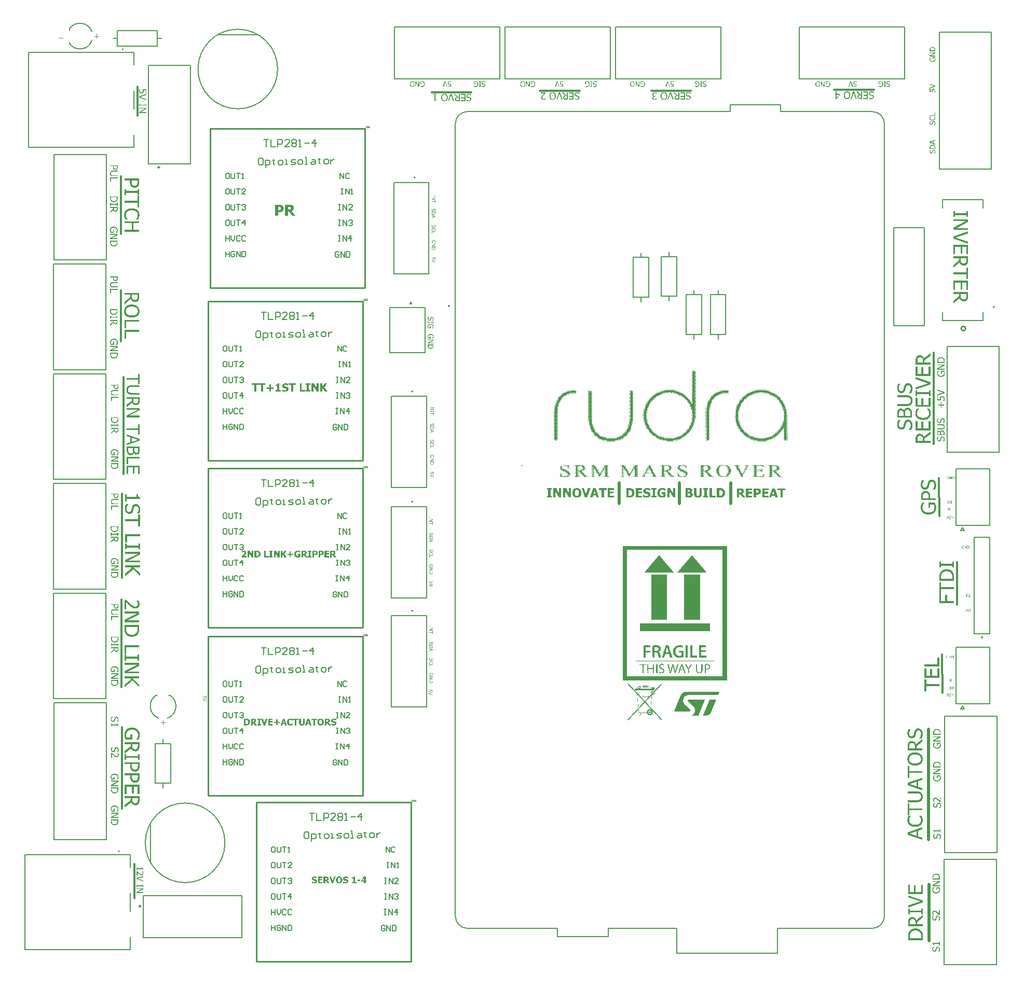
<source format=gto>
G04*
G04 #@! TF.GenerationSoftware,Altium Limited,Altium Designer,25.0.2 (28)*
G04*
G04 Layer_Color=65535*
%FSLAX44Y44*%
%MOMM*%
G71*
G04*
G04 #@! TF.SameCoordinates,F35D9E54-4110-4E9A-A1CC-C6A2A34B17B7*
G04*
G04*
G04 #@! TF.FilePolarity,Positive*
G04*
G01*
G75*
%ADD10C,0.1270*%
%ADD11C,0.2000*%
%ADD12C,0.2500*%
%ADD13C,0.2540*%
%ADD14C,0.1500*%
%ADD15C,0.3000*%
%ADD16C,0.5000*%
%ADD17C,0.0254*%
%ADD18C,0.1524*%
%ADD19C,0.2032*%
%ADD20C,0.1000*%
G36*
X1042694Y973368D02*
X1043436D01*
Y972627D01*
X1044177D01*
Y971886D01*
X1044918D01*
Y971145D01*
X1045659D01*
Y970404D01*
X1044918D01*
Y969663D01*
X1045659D01*
Y968922D01*
X1044918D01*
Y969663D01*
X1044177D01*
Y968922D01*
X1044918D01*
Y968181D01*
X1045659D01*
Y967440D01*
X1044918D01*
Y966699D01*
X1045659D01*
Y965957D01*
X1044918D01*
Y966699D01*
X1044177D01*
Y965957D01*
X1044918D01*
Y965216D01*
X1045659D01*
Y964475D01*
X1044918D01*
Y963734D01*
X1045659D01*
Y962993D01*
X1044918D01*
Y963734D01*
X1044177D01*
Y962993D01*
X1044918D01*
Y962252D01*
X1045659D01*
Y961511D01*
X1044918D01*
Y960770D01*
X1045659D01*
Y960029D01*
X1044918D01*
Y960770D01*
X1044177D01*
Y960029D01*
X1044918D01*
Y959287D01*
X1045659D01*
Y958546D01*
X1044918D01*
Y957805D01*
X1045659D01*
Y957064D01*
X1044918D01*
Y957805D01*
X1044177D01*
Y957064D01*
X1044918D01*
Y956323D01*
X1045659D01*
Y955582D01*
X1044918D01*
Y954841D01*
X1045659D01*
Y954100D01*
X1044918D01*
Y954841D01*
X1044177D01*
Y954100D01*
X1044918D01*
Y953359D01*
X1045659D01*
Y952617D01*
X1044918D01*
Y951876D01*
X1045659D01*
Y951135D01*
X1044918D01*
Y951876D01*
X1044177D01*
Y951135D01*
X1044918D01*
Y950394D01*
X1045659D01*
Y949653D01*
X1044918D01*
Y948912D01*
X1045659D01*
Y948171D01*
X1044918D01*
Y948912D01*
X1044177D01*
Y948171D01*
X1044918D01*
Y947430D01*
X1045659D01*
Y946689D01*
X1044918D01*
Y945947D01*
X1045659D01*
Y945206D01*
X1044918D01*
Y945947D01*
X1044177D01*
Y945206D01*
X1044918D01*
Y944465D01*
X1045659D01*
Y943724D01*
X1044918D01*
Y942983D01*
X1045659D01*
Y942242D01*
X1044918D01*
Y942983D01*
X1044177D01*
Y942242D01*
X1044918D01*
Y941501D01*
X1045659D01*
Y940760D01*
X1044918D01*
Y940019D01*
X1045659D01*
Y939277D01*
X1044918D01*
Y940019D01*
X1044177D01*
Y939277D01*
X1044918D01*
Y938536D01*
X1045659D01*
Y937795D01*
X1044918D01*
Y937054D01*
X1045659D01*
Y936313D01*
X1044918D01*
Y937054D01*
X1044177D01*
Y936313D01*
X1044918D01*
Y935572D01*
Y934831D01*
Y934090D01*
X1045659D01*
Y933349D01*
X1044918D01*
Y934090D01*
X1044177D01*
Y933349D01*
X1044918D01*
Y932608D01*
X1045659D01*
Y931867D01*
X1044918D01*
Y931125D01*
X1045659D01*
Y930384D01*
X1044918D01*
Y931125D01*
X1044177D01*
Y930384D01*
X1044918D01*
Y929643D01*
X1045659D01*
Y928902D01*
X1044918D01*
Y928161D01*
X1045659D01*
Y927420D01*
X1044918D01*
Y928161D01*
X1044177D01*
Y927420D01*
X1044918D01*
Y926679D01*
X1045659D01*
Y925938D01*
X1044918D01*
Y925197D01*
X1045659D01*
Y924455D01*
X1044918D01*
Y925197D01*
X1044177D01*
Y924455D01*
X1044918D01*
Y923714D01*
X1045659D01*
Y922973D01*
X1044918D01*
Y922232D01*
X1045659D01*
Y921491D01*
X1044918D01*
Y922232D01*
X1044177D01*
Y921491D01*
X1044918D01*
Y920750D01*
X1045659D01*
Y920009D01*
X1044918D01*
Y919268D01*
X1045659D01*
Y918527D01*
X1044918D01*
Y919268D01*
X1044177D01*
Y918527D01*
X1044918D01*
Y917785D01*
X1045659D01*
Y917044D01*
X1044918D01*
Y916303D01*
X1045659D01*
Y915562D01*
X1044918D01*
Y916303D01*
X1044177D01*
Y915562D01*
X1044918D01*
Y914821D01*
X1045659D01*
Y914080D01*
X1044918D01*
Y913339D01*
X1045659D01*
Y912598D01*
X1044918D01*
Y913339D01*
X1044177D01*
Y912598D01*
X1044918D01*
Y911857D01*
X1045659D01*
Y911115D01*
X1044918D01*
Y910374D01*
X1045659D01*
Y909633D01*
X1044918D01*
Y910374D01*
X1044177D01*
Y909633D01*
X1044918D01*
Y908892D01*
X1045659D01*
Y908151D01*
X1044918D01*
Y907410D01*
X1045659D01*
Y906669D01*
X1044918D01*
Y907410D01*
X1044177D01*
Y906669D01*
X1044918D01*
Y905928D01*
X1045659D01*
Y905187D01*
X1044918D01*
Y904445D01*
X1045659D01*
Y903704D01*
X1044918D01*
Y904445D01*
X1044177D01*
Y903704D01*
X1044918D01*
Y902963D01*
X1045659D01*
Y902222D01*
X1044918D01*
Y901481D01*
X1045659D01*
Y900740D01*
X1044918D01*
Y901481D01*
X1044177D01*
Y900740D01*
X1044918D01*
Y899999D01*
X1045659D01*
Y899258D01*
X1044918D01*
Y898517D01*
X1045659D01*
Y897776D01*
X1044918D01*
Y898517D01*
X1044177D01*
Y897776D01*
X1044918D01*
Y897035D01*
X1045659D01*
Y896293D01*
X1044918D01*
Y895552D01*
X1045659D01*
Y894811D01*
X1044918D01*
Y895552D01*
X1044177D01*
Y894811D01*
X1043436D01*
Y894070D01*
X1044177D01*
Y893329D01*
X1043436D01*
Y892588D01*
X1044177D01*
Y891847D01*
X1043436D01*
Y891106D01*
X1044177D01*
Y890365D01*
X1043436D01*
Y889623D01*
X1042694D01*
Y888882D01*
X1043436D01*
Y888141D01*
X1044177D01*
Y887400D01*
X1043436D01*
Y888141D01*
X1042694D01*
Y888882D01*
X1041953D01*
Y888141D01*
X1042694D01*
Y887400D01*
X1041953D01*
Y886659D01*
X1042694D01*
Y885918D01*
X1041953D01*
Y885177D01*
X1042694D01*
Y884436D01*
X1041953D01*
Y883695D01*
X1041212D01*
Y884436D01*
X1040471D01*
Y883695D01*
X1041212D01*
Y882953D01*
X1040471D01*
Y882212D01*
X1041212D01*
Y881471D01*
X1040471D01*
Y882212D01*
X1039730D01*
Y881471D01*
X1038989D01*
Y880730D01*
X1039730D01*
Y879989D01*
X1038989D01*
Y879248D01*
X1039730D01*
Y878507D01*
X1038989D01*
Y877766D01*
X1038248D01*
Y878507D01*
X1037507D01*
Y877766D01*
X1038248D01*
Y877025D01*
X1037507D01*
Y876283D01*
X1036766D01*
Y877025D01*
X1036024D01*
Y876283D01*
X1036766D01*
Y875542D01*
X1036024D01*
Y874801D01*
X1036766D01*
Y874060D01*
X1036024D01*
Y874801D01*
X1035283D01*
Y874060D01*
X1034542D01*
Y873319D01*
X1035283D01*
Y872578D01*
X1034542D01*
Y873319D01*
X1033801D01*
Y872578D01*
X1033060D01*
Y871837D01*
X1033801D01*
Y871096D01*
X1033060D01*
Y871837D01*
X1032319D01*
Y871096D01*
X1031578D01*
Y870355D01*
X1032319D01*
Y869614D01*
X1031578D01*
Y870355D01*
X1030837D01*
Y869614D01*
X1030096D01*
Y868872D01*
X1030837D01*
Y868131D01*
X1030096D01*
Y868872D01*
X1029354D01*
Y868131D01*
X1028613D01*
Y867390D01*
X1029354D01*
Y866649D01*
X1028613D01*
Y867390D01*
X1027872D01*
Y868131D01*
X1027131D01*
Y867390D01*
X1027872D01*
Y866649D01*
X1027131D01*
Y865908D01*
X1026390D01*
Y866649D01*
X1025649D01*
Y865908D01*
X1026390D01*
Y865167D01*
X1025649D01*
Y865908D01*
X1024908D01*
Y865167D01*
X1024167D01*
Y864426D01*
X1023426D01*
Y865167D01*
X1022684D01*
Y864426D01*
X1023426D01*
Y863685D01*
X1022684D01*
Y864426D01*
X1021943D01*
Y863685D01*
X1021202D01*
Y862944D01*
X1021943D01*
Y862203D01*
X1021202D01*
Y862944D01*
X1020461D01*
Y862203D01*
X1018238D01*
Y861461D01*
X1017497D01*
Y862203D01*
X1016756D01*
Y861461D01*
X1017497D01*
Y860720D01*
X1016756D01*
Y861461D01*
X1016015D01*
Y862203D01*
X1015274D01*
Y861461D01*
X1016015D01*
Y860720D01*
X1015274D01*
Y859979D01*
X1016015D01*
Y859238D01*
X1015274D01*
Y859979D01*
X1014532D01*
Y860720D01*
X1013791D01*
Y859979D01*
X1014532D01*
Y859238D01*
X1013791D01*
Y859979D01*
X1013050D01*
Y860720D01*
X1012309D01*
Y859979D01*
X1013050D01*
Y859238D01*
X1012309D01*
Y859979D01*
X1011568D01*
Y859238D01*
X1010827D01*
Y859979D01*
X1010086D01*
Y860720D01*
X1009345D01*
Y859979D01*
X1010086D01*
Y859238D01*
X1009345D01*
Y859979D01*
X1008604D01*
Y859238D01*
X1007862D01*
Y858497D01*
X1008604D01*
Y857756D01*
X1007862D01*
Y858497D01*
X1007121D01*
Y859238D01*
X1006380D01*
Y858497D01*
X1007121D01*
Y857756D01*
X1006380D01*
Y858497D01*
X1005639D01*
Y859238D01*
X1004898D01*
Y858497D01*
X1005639D01*
Y857756D01*
X1004898D01*
Y858497D01*
X1004157D01*
Y859238D01*
X1003416D01*
Y858497D01*
X1004157D01*
Y857756D01*
X1003416D01*
Y858497D01*
X1002675D01*
Y859238D01*
X1001934D01*
Y858497D01*
X1002675D01*
Y857756D01*
X1001934D01*
Y858497D01*
X1001192D01*
Y859238D01*
X1000451D01*
Y858497D01*
X1001192D01*
Y857756D01*
X1000451D01*
Y858497D01*
X999710D01*
Y859238D01*
X998969D01*
Y858497D01*
X999710D01*
Y857756D01*
X998969D01*
Y858497D01*
X998228D01*
Y859238D01*
X997487D01*
Y859979D01*
X996746D01*
Y859238D01*
X996005D01*
Y859979D01*
X995264D01*
Y860720D01*
X994522D01*
Y859979D01*
X995264D01*
Y859238D01*
X994522D01*
Y859979D01*
X993781D01*
Y860720D01*
X993040D01*
Y859979D01*
X993781D01*
Y859238D01*
X993040D01*
Y859979D01*
X992299D01*
Y860720D01*
X991558D01*
Y859979D01*
X992299D01*
Y859238D01*
X991558D01*
Y859979D01*
X990817D01*
Y860720D01*
X990076D01*
Y861461D01*
X989335D01*
Y862203D01*
X988594D01*
Y861461D01*
X989335D01*
Y860720D01*
X988594D01*
Y861461D01*
X987852D01*
Y862203D01*
X987111D01*
Y861461D01*
X987852D01*
Y860720D01*
X987111D01*
Y861461D01*
X986370D01*
Y862203D01*
X985629D01*
Y862944D01*
X984888D01*
Y863685D01*
X984147D01*
Y862944D01*
X984888D01*
Y862203D01*
X984147D01*
Y862944D01*
X983406D01*
Y863685D01*
X982665D01*
Y864426D01*
X981924D01*
Y865167D01*
X981183D01*
Y864426D01*
X981924D01*
Y863685D01*
X981183D01*
Y864426D01*
X980442D01*
Y865167D01*
X979700D01*
Y865908D01*
X978959D01*
Y866649D01*
X978218D01*
Y867390D01*
X977477D01*
Y868131D01*
X975254D01*
Y868872D01*
X974513D01*
Y869614D01*
X973772D01*
Y870355D01*
X973030D01*
Y871096D01*
X972289D01*
Y871837D01*
X971548D01*
Y872578D01*
X970807D01*
Y873319D01*
X970066D01*
Y874060D01*
X969325D01*
Y874801D01*
X970066D01*
Y875542D01*
X969325D01*
Y876283D01*
X968584D01*
Y877025D01*
X967843D01*
Y877766D01*
X967102D01*
Y878507D01*
X966360D01*
Y879248D01*
X965619D01*
Y879989D01*
X964878D01*
Y880730D01*
X965619D01*
Y881471D01*
X964878D01*
Y882212D01*
X965619D01*
Y882953D01*
X964878D01*
Y883695D01*
X964137D01*
Y884436D01*
X963396D01*
Y885177D01*
X962655D01*
Y885918D01*
X961914D01*
Y886659D01*
X962655D01*
Y885918D01*
X963396D01*
Y885177D01*
X964137D01*
Y885918D01*
X963396D01*
Y886659D01*
X962655D01*
Y887400D01*
X961914D01*
Y888141D01*
X962655D01*
Y888882D01*
X961914D01*
Y889623D01*
X961173D01*
Y890365D01*
X960432D01*
Y891106D01*
X961173D01*
Y891847D01*
X960432D01*
Y892588D01*
X961173D01*
Y891847D01*
X961914D01*
Y892588D01*
X961173D01*
Y893329D01*
X960432D01*
Y894070D01*
X961173D01*
Y894811D01*
X960432D01*
Y895552D01*
X961173D01*
Y896293D01*
X960432D01*
Y897035D01*
X959690D01*
Y897776D01*
X958949D01*
Y898517D01*
X959690D01*
Y897776D01*
X960432D01*
Y897035D01*
X961173D01*
Y897776D01*
X960432D01*
Y898517D01*
X961173D01*
Y899258D01*
X960432D01*
Y899999D01*
X959690D01*
Y900740D01*
X958949D01*
Y901481D01*
X959690D01*
Y900740D01*
X960432D01*
Y899999D01*
X961173D01*
Y900740D01*
X960432D01*
Y901481D01*
Y902222D01*
Y902963D01*
X959690D01*
Y903704D01*
X958949D01*
Y904445D01*
X959690D01*
Y903704D01*
X960432D01*
Y902963D01*
X961173D01*
Y903704D01*
X960432D01*
Y904445D01*
X961173D01*
Y905187D01*
X960432D01*
Y905928D01*
X961173D01*
Y906669D01*
X960432D01*
Y907410D01*
X961173D01*
Y908151D01*
X960432D01*
Y908892D01*
X961173D01*
Y909633D01*
X960432D01*
Y910374D01*
X961173D01*
Y909633D01*
X961914D01*
Y910374D01*
X961173D01*
Y911115D01*
X960432D01*
Y911857D01*
X961173D01*
Y911115D01*
X961914D01*
Y910374D01*
X962655D01*
Y911115D01*
X961914D01*
Y911857D01*
X962655D01*
Y912598D01*
X961914D01*
Y913339D01*
X962655D01*
Y914080D01*
X961914D01*
Y914821D01*
X962655D01*
Y915562D01*
X963396D01*
Y914821D01*
X964137D01*
Y915562D01*
X963396D01*
Y916303D01*
X964137D01*
Y917044D01*
X963396D01*
Y917785D01*
X964137D01*
Y918527D01*
X964878D01*
Y919268D01*
X965619D01*
Y920009D01*
X964878D01*
Y920750D01*
X965619D01*
Y921491D01*
X964878D01*
Y922232D01*
X965619D01*
Y921491D01*
X966360D01*
Y920750D01*
X967102D01*
Y921491D01*
X966360D01*
Y922232D01*
X967102D01*
Y922973D01*
X966360D01*
Y923714D01*
X968584D01*
Y924455D01*
X967843D01*
Y925197D01*
X968584D01*
Y925938D01*
X969325D01*
Y926679D01*
X970066D01*
Y927420D01*
X969325D01*
Y928161D01*
X970066D01*
Y927420D01*
X970807D01*
Y928161D01*
X971548D01*
Y928902D01*
X970807D01*
Y929643D01*
X971548D01*
Y928902D01*
X972289D01*
Y929643D01*
X973030D01*
Y930384D01*
X972289D01*
Y931125D01*
X973030D01*
Y930384D01*
X973772D01*
Y931125D01*
X974513D01*
Y931867D01*
X973772D01*
Y932608D01*
X974513D01*
Y931867D01*
X975254D01*
Y932608D01*
X975995D01*
Y933349D01*
X976736D01*
Y934090D01*
X977477D01*
Y934831D01*
X978218D01*
Y934090D01*
X978959D01*
Y934831D01*
X978218D01*
Y935572D01*
X980442D01*
Y936313D01*
X979700D01*
Y937054D01*
X980442D01*
Y936313D01*
X981183D01*
Y935572D01*
X981924D01*
Y936313D01*
X981183D01*
Y937054D01*
X981924D01*
Y937795D01*
X982665D01*
Y937054D01*
X983406D01*
Y937795D01*
X982665D01*
Y938536D01*
X983406D01*
Y937795D01*
X984147D01*
Y938536D01*
X986370D01*
Y939277D01*
X985629D01*
Y940019D01*
X986370D01*
Y939277D01*
X987111D01*
Y938536D01*
X987852D01*
Y939277D01*
X987111D01*
Y940019D01*
X987852D01*
Y939277D01*
X988594D01*
Y940019D01*
X989335D01*
Y940760D01*
X990076D01*
Y940019D01*
X990817D01*
Y940760D01*
X990076D01*
Y941501D01*
X990817D01*
Y940760D01*
X991558D01*
Y940019D01*
X992299D01*
Y940760D01*
X991558D01*
Y941501D01*
X992299D01*
Y940760D01*
X993040D01*
Y941501D01*
X995264D01*
Y942242D01*
X996005D01*
Y941501D01*
X996746D01*
Y942242D01*
X996005D01*
Y942983D01*
X996746D01*
Y942242D01*
X997487D01*
Y941501D01*
X998228D01*
Y942242D01*
X997487D01*
Y942983D01*
X998228D01*
Y942242D01*
X998969D01*
Y941501D01*
X999710D01*
Y942242D01*
X998969D01*
Y942983D01*
X999710D01*
Y942242D01*
X1000451D01*
Y941501D01*
X1001192D01*
Y942242D01*
X1000451D01*
Y942983D01*
X1001192D01*
Y942242D01*
X1001934D01*
Y941501D01*
X1002675D01*
Y942242D01*
X1001934D01*
Y942983D01*
X1002675D01*
Y942242D01*
X1003416D01*
Y941501D01*
X1004157D01*
Y942242D01*
X1003416D01*
Y942983D01*
X1004157D01*
Y942242D01*
X1004898D01*
Y941501D01*
X1005639D01*
Y942242D01*
X1004898D01*
Y942983D01*
X1005639D01*
Y942242D01*
X1006380D01*
Y941501D01*
X1007121D01*
Y942242D01*
X1006380D01*
Y942983D01*
X1007121D01*
Y942242D01*
X1007862D01*
Y941501D01*
X1008604D01*
Y942242D01*
X1007862D01*
Y942983D01*
X1008604D01*
Y942242D01*
X1009345D01*
Y941501D01*
X1010086D01*
Y942242D01*
X1009345D01*
Y942983D01*
X1010086D01*
Y942242D01*
X1010827D01*
Y941501D01*
X1013050D01*
Y940760D01*
X1013791D01*
Y940019D01*
X1014532D01*
Y940760D01*
X1013791D01*
Y941501D01*
X1014532D01*
Y940760D01*
X1015274D01*
Y940019D01*
X1017497D01*
Y939277D01*
X1018238D01*
Y938536D01*
X1018979D01*
Y939277D01*
X1018238D01*
Y940019D01*
X1018979D01*
Y939277D01*
X1019720D01*
Y938536D01*
X1021943D01*
Y937795D01*
X1022684D01*
Y937054D01*
X1023426D01*
Y936313D01*
X1024167D01*
Y935572D01*
X1024908D01*
Y936313D01*
X1024167D01*
Y937054D01*
X1024908D01*
Y936313D01*
X1025649D01*
Y935572D01*
X1026390D01*
Y934831D01*
X1027131D01*
Y934090D01*
X1027872D01*
Y933349D01*
X1028613D01*
Y932608D01*
X1030837D01*
Y931867D01*
X1030096D01*
Y931125D01*
X1030837D01*
Y930384D01*
X1031578D01*
Y929643D01*
X1032319D01*
Y928902D01*
X1033060D01*
Y928161D01*
X1033801D01*
Y927420D01*
X1034542D01*
Y926679D01*
X1035283D01*
Y925938D01*
X1036024D01*
Y925197D01*
X1036766D01*
Y924455D01*
X1037507D01*
Y923714D01*
X1038248D01*
Y922973D01*
X1037507D01*
Y923714D01*
X1036766D01*
Y924455D01*
X1036024D01*
Y923714D01*
X1036766D01*
Y922973D01*
X1037507D01*
Y922232D01*
X1038248D01*
Y921491D01*
X1038989D01*
Y920750D01*
X1039730D01*
Y921491D01*
X1038989D01*
Y922232D01*
X1039730D01*
Y921491D01*
X1040471D01*
Y920750D01*
X1041212D01*
Y921491D01*
X1040471D01*
Y922232D01*
X1039730D01*
Y922973D01*
X1038989D01*
Y923714D01*
X1039730D01*
Y922973D01*
X1040471D01*
Y923714D01*
X1039730D01*
Y924455D01*
X1038989D01*
Y925197D01*
X1039730D01*
Y925938D01*
X1038989D01*
Y926679D01*
X1039730D01*
Y927420D01*
X1038989D01*
Y928161D01*
X1039730D01*
Y928902D01*
X1038989D01*
Y929643D01*
X1039730D01*
Y928902D01*
X1040471D01*
Y929643D01*
X1039730D01*
Y930384D01*
X1038989D01*
Y931125D01*
X1039730D01*
Y931867D01*
X1038989D01*
Y932608D01*
X1039730D01*
Y933349D01*
X1038989D01*
Y934090D01*
X1039730D01*
Y934831D01*
X1038989D01*
Y935572D01*
X1039730D01*
Y934831D01*
X1040471D01*
Y935572D01*
X1039730D01*
Y936313D01*
X1038989D01*
Y937054D01*
X1039730D01*
Y937795D01*
X1038989D01*
Y938536D01*
X1039730D01*
Y937795D01*
X1040471D01*
Y938536D01*
X1039730D01*
Y939277D01*
X1038989D01*
Y940019D01*
X1039730D01*
Y939277D01*
X1040471D01*
Y938536D01*
X1041212D01*
Y939277D01*
X1040471D01*
Y940019D01*
X1039730D01*
Y940760D01*
X1038989D01*
Y941501D01*
X1039730D01*
Y940760D01*
X1040471D01*
Y941501D01*
X1039730D01*
Y942242D01*
X1038989D01*
Y942983D01*
X1039730D01*
Y943724D01*
X1038989D01*
Y944465D01*
X1039730D01*
Y943724D01*
X1040471D01*
Y944465D01*
X1039730D01*
Y945206D01*
X1038989D01*
Y945947D01*
X1039730D01*
Y945206D01*
X1040471D01*
Y944465D01*
X1041212D01*
Y945206D01*
X1040471D01*
Y945947D01*
X1039730D01*
Y946689D01*
X1038989D01*
Y947430D01*
X1039730D01*
Y946689D01*
X1040471D01*
Y947430D01*
X1039730D01*
Y948171D01*
X1038989D01*
Y948912D01*
X1039730D01*
Y949653D01*
X1038989D01*
Y950394D01*
X1039730D01*
Y949653D01*
X1040471D01*
Y950394D01*
X1039730D01*
Y951135D01*
X1038989D01*
Y951876D01*
X1039730D01*
Y951135D01*
X1040471D01*
Y950394D01*
X1041212D01*
Y951135D01*
X1040471D01*
Y951876D01*
X1039730D01*
Y952617D01*
X1038989D01*
Y953359D01*
X1039730D01*
Y952617D01*
X1040471D01*
Y953359D01*
X1039730D01*
Y954100D01*
X1038989D01*
Y954841D01*
X1039730D01*
Y955582D01*
X1038989D01*
Y956323D01*
X1039730D01*
Y955582D01*
X1040471D01*
Y956323D01*
X1039730D01*
Y957064D01*
X1038989D01*
Y957805D01*
X1039730D01*
Y957064D01*
X1040471D01*
Y956323D01*
X1041212D01*
Y957064D01*
X1040471D01*
Y957805D01*
X1039730D01*
Y958546D01*
X1038989D01*
Y959287D01*
X1039730D01*
Y958546D01*
X1040471D01*
Y959287D01*
X1039730D01*
Y960029D01*
X1038989D01*
Y960770D01*
X1039730D01*
Y961511D01*
X1038989D01*
Y962252D01*
X1039730D01*
Y961511D01*
X1040471D01*
Y962252D01*
X1039730D01*
Y962993D01*
X1038989D01*
Y963734D01*
X1039730D01*
Y962993D01*
X1040471D01*
Y962252D01*
X1041212D01*
Y962993D01*
X1040471D01*
Y963734D01*
X1039730D01*
Y964475D01*
X1038989D01*
Y965216D01*
X1039730D01*
Y964475D01*
X1040471D01*
Y965216D01*
X1039730D01*
Y965957D01*
X1038989D01*
Y966699D01*
X1039730D01*
Y967440D01*
X1038989D01*
Y968181D01*
X1039730D01*
Y967440D01*
X1040471D01*
Y968181D01*
X1039730D01*
Y968922D01*
X1038989D01*
Y969663D01*
X1039730D01*
Y968922D01*
X1040471D01*
Y968181D01*
X1041212D01*
Y968922D01*
X1040471D01*
Y969663D01*
X1039730D01*
Y970404D01*
X1038989D01*
Y971145D01*
X1039730D01*
Y970404D01*
X1040471D01*
Y971145D01*
X1039730D01*
Y971886D01*
X1038989D01*
Y972627D01*
X1039730D01*
Y971886D01*
X1040471D01*
Y971145D01*
X1041212D01*
Y971886D01*
X1040471D01*
Y972627D01*
X1039730D01*
Y973368D01*
X1038989D01*
Y974109D01*
X1039730D01*
Y973368D01*
X1040471D01*
Y972627D01*
X1041212D01*
Y973368D01*
X1040471D01*
Y974109D01*
X1041212D01*
Y973368D01*
X1041953D01*
Y972627D01*
X1042694D01*
Y973368D01*
X1041953D01*
Y974109D01*
X1042694D01*
Y973368D01*
D02*
G37*
G36*
X1158307Y942242D02*
X1159048D01*
Y941501D01*
X1162754D01*
Y940760D01*
X1163495D01*
Y940019D01*
X1164236D01*
Y940760D01*
X1163495D01*
Y941501D01*
X1164236D01*
Y940760D01*
X1164977D01*
Y940019D01*
X1165718D01*
Y940760D01*
X1164977D01*
Y941501D01*
X1165718D01*
Y940760D01*
X1166459D01*
Y940019D01*
X1167200D01*
Y939277D01*
X1167941D01*
Y938536D01*
X1170165D01*
Y937795D01*
X1170906D01*
Y937054D01*
X1171647D01*
Y937795D01*
X1170906D01*
Y938536D01*
X1171647D01*
Y937795D01*
X1172388D01*
Y937054D01*
X1173129D01*
Y936313D01*
X1173870D01*
Y935572D01*
X1174611D01*
Y936313D01*
X1173870D01*
Y937054D01*
X1174611D01*
Y936313D01*
X1175352D01*
Y935572D01*
X1176094D01*
Y934831D01*
X1176835D01*
Y934090D01*
X1177576D01*
Y933349D01*
X1178317D01*
Y932608D01*
X1179058D01*
Y931867D01*
X1179799D01*
Y931125D01*
X1180540D01*
Y931867D01*
X1179799D01*
Y932608D01*
X1179058D01*
Y933349D01*
X1178317D01*
Y934090D01*
X1177576D01*
Y934831D01*
X1176835D01*
Y935572D01*
X1177576D01*
Y934831D01*
X1178317D01*
Y934090D01*
X1179058D01*
Y933349D01*
X1179799D01*
Y932608D01*
X1180540D01*
Y931867D01*
X1181281D01*
Y931125D01*
X1182022D01*
Y930384D01*
X1182764D01*
Y929643D01*
X1183505D01*
Y928902D01*
X1184246D01*
Y928161D01*
X1184987D01*
Y927420D01*
X1184246D01*
Y928161D01*
X1183505D01*
Y928902D01*
X1182764D01*
Y928161D01*
X1183505D01*
Y927420D01*
X1184246D01*
Y926679D01*
X1184987D01*
Y925938D01*
X1185728D01*
Y925197D01*
X1186469D01*
Y924455D01*
X1187210D01*
Y923714D01*
X1187951D01*
Y922973D01*
X1187210D01*
Y922232D01*
X1187951D01*
Y921491D01*
X1188692D01*
Y920750D01*
X1189433D01*
Y920009D01*
X1190174D01*
Y919268D01*
X1190916D01*
Y918527D01*
X1190174D01*
Y919268D01*
X1189433D01*
Y920009D01*
X1188692D01*
Y919268D01*
X1189433D01*
Y918527D01*
X1190174D01*
Y917785D01*
X1190916D01*
Y917044D01*
X1191657D01*
Y916303D01*
X1190916D01*
Y917044D01*
X1190174D01*
Y916303D01*
X1190916D01*
Y915562D01*
X1191657D01*
Y914821D01*
X1192398D01*
Y914080D01*
X1191657D01*
Y913339D01*
X1192398D01*
Y912598D01*
X1191657D01*
Y911857D01*
X1192398D01*
Y911115D01*
X1193139D01*
Y910374D01*
X1193880D01*
Y909633D01*
X1193139D01*
Y910374D01*
X1192398D01*
Y909633D01*
X1193139D01*
Y908892D01*
X1193880D01*
Y908151D01*
X1193139D01*
Y907410D01*
X1193880D01*
Y906669D01*
X1193139D01*
Y905928D01*
X1193880D01*
Y905187D01*
X1193139D01*
Y904445D01*
X1193880D01*
Y903704D01*
X1194621D01*
Y902963D01*
X1195362D01*
Y902222D01*
X1194621D01*
Y902963D01*
X1193880D01*
Y903704D01*
X1193139D01*
Y902963D01*
X1193880D01*
Y902222D01*
X1194621D01*
Y901481D01*
X1193880D01*
Y902222D01*
X1193139D01*
Y901481D01*
X1193880D01*
Y900740D01*
X1194621D01*
Y899999D01*
X1195362D01*
Y899258D01*
X1194621D01*
Y899999D01*
X1193880D01*
Y900740D01*
X1193139D01*
Y899999D01*
X1193880D01*
Y899258D01*
X1194621D01*
Y898517D01*
X1193880D01*
Y899258D01*
X1193139D01*
Y898517D01*
X1193880D01*
Y897776D01*
X1194621D01*
Y897035D01*
X1195362D01*
Y896293D01*
X1194621D01*
Y897035D01*
X1193880D01*
Y897776D01*
X1193139D01*
Y897035D01*
X1193880D01*
Y896293D01*
X1194621D01*
Y895552D01*
X1193880D01*
Y896293D01*
X1193139D01*
Y895552D01*
X1193880D01*
Y894811D01*
X1194621D01*
Y894070D01*
X1195362D01*
Y893329D01*
X1194621D01*
Y894070D01*
X1193880D01*
Y894811D01*
X1193139D01*
Y894070D01*
X1193880D01*
Y893329D01*
X1194621D01*
Y892588D01*
X1193880D01*
Y893329D01*
X1193139D01*
Y892588D01*
X1193880D01*
Y891847D01*
X1194621D01*
Y891106D01*
X1195362D01*
Y890365D01*
X1194621D01*
Y891106D01*
X1193880D01*
Y891847D01*
X1193139D01*
Y891106D01*
X1193880D01*
Y890365D01*
X1194621D01*
Y889623D01*
X1193880D01*
Y890365D01*
X1193139D01*
Y889623D01*
X1193880D01*
Y888882D01*
X1194621D01*
Y888141D01*
X1195362D01*
Y887400D01*
X1194621D01*
Y888141D01*
X1193880D01*
Y888882D01*
X1193139D01*
Y888141D01*
X1193880D01*
Y887400D01*
X1194621D01*
Y886659D01*
X1193880D01*
Y887400D01*
X1193139D01*
Y886659D01*
X1193880D01*
Y885918D01*
X1194621D01*
Y885177D01*
X1195362D01*
Y884436D01*
X1194621D01*
Y885177D01*
X1193880D01*
Y885918D01*
X1193139D01*
Y885177D01*
X1193880D01*
Y884436D01*
X1194621D01*
Y883695D01*
X1193880D01*
Y884436D01*
X1193139D01*
Y883695D01*
X1193880D01*
Y882953D01*
X1194621D01*
Y882212D01*
X1195362D01*
Y881471D01*
X1194621D01*
Y882212D01*
X1193880D01*
Y882953D01*
X1193139D01*
Y882212D01*
X1193880D01*
Y881471D01*
X1194621D01*
Y880730D01*
X1193880D01*
Y881471D01*
X1193139D01*
Y880730D01*
X1193880D01*
Y879989D01*
X1194621D01*
Y879248D01*
X1195362D01*
Y878507D01*
X1194621D01*
Y879248D01*
X1193880D01*
Y879989D01*
X1193139D01*
Y879248D01*
X1193880D01*
Y878507D01*
X1194621D01*
Y877766D01*
X1193880D01*
Y878507D01*
X1193139D01*
Y877766D01*
X1193880D01*
Y877025D01*
X1194621D01*
Y876283D01*
X1195362D01*
Y875542D01*
X1194621D01*
Y876283D01*
X1193880D01*
Y877025D01*
X1193139D01*
Y876283D01*
X1193880D01*
Y875542D01*
X1194621D01*
Y874801D01*
X1193880D01*
Y875542D01*
X1193139D01*
Y874801D01*
X1193880D01*
Y874060D01*
X1194621D01*
Y873319D01*
X1195362D01*
Y872578D01*
X1194621D01*
Y873319D01*
X1193880D01*
Y874060D01*
X1193139D01*
Y873319D01*
X1193880D01*
Y872578D01*
X1194621D01*
Y871837D01*
X1193880D01*
Y872578D01*
X1193139D01*
Y871837D01*
X1193880D01*
Y871096D01*
X1194621D01*
Y870355D01*
X1195362D01*
Y869614D01*
X1194621D01*
Y870355D01*
X1193880D01*
Y871096D01*
X1193139D01*
Y870355D01*
X1193880D01*
Y869614D01*
X1194621D01*
Y868872D01*
X1195362D01*
Y868131D01*
X1194621D01*
Y868872D01*
X1193880D01*
Y869614D01*
X1193139D01*
Y868872D01*
X1193880D01*
Y868131D01*
X1194621D01*
Y867390D01*
X1195362D01*
Y866649D01*
X1194621D01*
Y867390D01*
X1193880D01*
Y868131D01*
X1193139D01*
Y867390D01*
X1193880D01*
Y866649D01*
X1194621D01*
Y865908D01*
X1195362D01*
Y865167D01*
X1194621D01*
Y865908D01*
X1193880D01*
Y866649D01*
X1193139D01*
Y865908D01*
X1193880D01*
Y865167D01*
X1194621D01*
Y864426D01*
X1195362D01*
Y863685D01*
X1194621D01*
Y864426D01*
X1193880D01*
Y863685D01*
X1194621D01*
Y862944D01*
X1195362D01*
Y862203D01*
X1194621D01*
Y862944D01*
X1193880D01*
Y863685D01*
X1193139D01*
Y862944D01*
X1193880D01*
Y862203D01*
X1194621D01*
Y861461D01*
X1195362D01*
Y860720D01*
X1194621D01*
Y861461D01*
X1193880D01*
Y862203D01*
X1193139D01*
Y861461D01*
X1193880D01*
Y860720D01*
X1194621D01*
Y859979D01*
X1193880D01*
Y860720D01*
X1193139D01*
Y859979D01*
X1193880D01*
Y859238D01*
X1193139D01*
Y859979D01*
X1192398D01*
Y860720D01*
X1191657D01*
Y859979D01*
X1192398D01*
Y859238D01*
X1191657D01*
Y859979D01*
X1190916D01*
Y860720D01*
X1190174D01*
Y859979D01*
X1190916D01*
Y859238D01*
X1190174D01*
Y859979D01*
X1189433D01*
Y860720D01*
X1188692D01*
Y861461D01*
X1189433D01*
Y862203D01*
X1188692D01*
Y862944D01*
X1189433D01*
Y863685D01*
X1188692D01*
Y864426D01*
X1189433D01*
Y865167D01*
X1188692D01*
Y865908D01*
X1189433D01*
Y866649D01*
X1188692D01*
Y867390D01*
X1189433D01*
Y868131D01*
X1188692D01*
Y868872D01*
X1189433D01*
Y869614D01*
X1188692D01*
Y870355D01*
X1189433D01*
Y871096D01*
X1188692D01*
Y871837D01*
X1189433D01*
Y872578D01*
X1188692D01*
Y873319D01*
X1189433D01*
Y874060D01*
X1188692D01*
Y874801D01*
X1189433D01*
Y875542D01*
X1188692D01*
Y876283D01*
X1189433D01*
Y877025D01*
X1188692D01*
Y877766D01*
X1189433D01*
Y878507D01*
X1188692D01*
Y879248D01*
X1187951D01*
Y879989D01*
X1187210D01*
Y879248D01*
X1187951D01*
Y878507D01*
X1187210D01*
Y877766D01*
X1187951D01*
Y877025D01*
X1187210D01*
Y877766D01*
X1186469D01*
Y877025D01*
X1185728D01*
Y876283D01*
X1186469D01*
Y875542D01*
X1185728D01*
Y876283D01*
X1184987D01*
Y875542D01*
X1184246D01*
Y874801D01*
X1184987D01*
Y874060D01*
X1184246D01*
Y873319D01*
X1183505D01*
Y874060D01*
X1182764D01*
Y873319D01*
X1183505D01*
Y872578D01*
X1182764D01*
Y871837D01*
X1182022D01*
Y872578D01*
X1181281D01*
Y871837D01*
X1182022D01*
Y871096D01*
X1181281D01*
Y870355D01*
X1180540D01*
Y871096D01*
X1179799D01*
Y870355D01*
X1180540D01*
Y869614D01*
X1179799D01*
Y868872D01*
X1179058D01*
Y869614D01*
X1178317D01*
Y868872D01*
X1179058D01*
Y868131D01*
X1178317D01*
Y868872D01*
X1177576D01*
Y868131D01*
X1176835D01*
Y867390D01*
X1177576D01*
Y866649D01*
X1176835D01*
Y867390D01*
X1176094D01*
Y866649D01*
X1175352D01*
Y865908D01*
X1176094D01*
Y865167D01*
X1175352D01*
Y865908D01*
X1174611D01*
Y865167D01*
X1173870D01*
Y864426D01*
X1174611D01*
Y863685D01*
X1173870D01*
Y864426D01*
X1173129D01*
Y865167D01*
X1172388D01*
Y864426D01*
X1173129D01*
Y863685D01*
X1172388D01*
Y864426D01*
X1171647D01*
Y865167D01*
X1170906D01*
Y864426D01*
X1171647D01*
Y863685D01*
X1170906D01*
Y862944D01*
X1170165D01*
Y863685D01*
X1169424D01*
Y862944D01*
X1170165D01*
Y862203D01*
X1169424D01*
Y862944D01*
X1168682D01*
Y862203D01*
X1167941D01*
Y861461D01*
X1168682D01*
Y860720D01*
X1167941D01*
Y861461D01*
X1167200D01*
Y862203D01*
X1166459D01*
Y861461D01*
X1167200D01*
Y860720D01*
X1166459D01*
Y861461D01*
X1165718D01*
Y862203D01*
X1164977D01*
Y861461D01*
X1165718D01*
Y860720D01*
X1164977D01*
Y861461D01*
X1164236D01*
Y860720D01*
X1163495D01*
Y859979D01*
X1164236D01*
Y859238D01*
X1163495D01*
Y859979D01*
X1162754D01*
Y860720D01*
X1162012D01*
Y859979D01*
X1162754D01*
Y859238D01*
X1162012D01*
Y859979D01*
X1161271D01*
Y860720D01*
X1160530D01*
Y859979D01*
X1161271D01*
Y859238D01*
X1160530D01*
Y859979D01*
X1159789D01*
Y859238D01*
X1159048D01*
Y858497D01*
X1159789D01*
Y857756D01*
X1159048D01*
Y858497D01*
X1158307D01*
Y859238D01*
X1157566D01*
Y858497D01*
X1158307D01*
Y857756D01*
X1157566D01*
Y858497D01*
X1156825D01*
Y859238D01*
X1156084D01*
Y858497D01*
X1156825D01*
Y857756D01*
X1156084D01*
Y858497D01*
X1155342D01*
Y859238D01*
X1154601D01*
Y858497D01*
X1155342D01*
Y857756D01*
X1154601D01*
Y858497D01*
X1153860D01*
Y859238D01*
X1153119D01*
Y858497D01*
X1153860D01*
Y857756D01*
X1153119D01*
Y858497D01*
X1152378D01*
Y859238D01*
X1151637D01*
Y858497D01*
X1152378D01*
Y857756D01*
X1151637D01*
Y858497D01*
X1150896D01*
Y859238D01*
X1150155D01*
Y858497D01*
X1150896D01*
Y857756D01*
X1150155D01*
Y858497D01*
X1149414D01*
Y859238D01*
X1148673D01*
Y858497D01*
X1149414D01*
Y857756D01*
X1148673D01*
Y858497D01*
X1147932D01*
Y859238D01*
X1147190D01*
Y858497D01*
X1147932D01*
Y857756D01*
X1147190D01*
Y858497D01*
X1146449D01*
Y859238D01*
X1145708D01*
Y859979D01*
X1144967D01*
Y859238D01*
X1144226D01*
Y859979D01*
X1143485D01*
Y860720D01*
X1142744D01*
Y859979D01*
X1143485D01*
Y859238D01*
X1142744D01*
Y859979D01*
X1142003D01*
Y860720D01*
X1141262D01*
Y859979D01*
X1142003D01*
Y859238D01*
X1141262D01*
Y859979D01*
X1140520D01*
Y860720D01*
X1139779D01*
Y859979D01*
X1140520D01*
Y859238D01*
X1139779D01*
Y859979D01*
X1139038D01*
Y860720D01*
X1138297D01*
Y861461D01*
X1137556D01*
Y862203D01*
X1136815D01*
Y861461D01*
X1137556D01*
Y860720D01*
X1136815D01*
Y861461D01*
X1136074D01*
Y862203D01*
X1135333D01*
Y862944D01*
X1134592D01*
Y863685D01*
X1133850D01*
Y862944D01*
X1134592D01*
Y862203D01*
X1133850D01*
Y862944D01*
X1133109D01*
Y863685D01*
X1132368D01*
Y864426D01*
X1131627D01*
Y865167D01*
X1130886D01*
Y864426D01*
X1131627D01*
Y863685D01*
X1130886D01*
Y864426D01*
X1130145D01*
Y865167D01*
X1129404D01*
Y865908D01*
X1128663D01*
Y866649D01*
X1127922D01*
Y865908D01*
X1128663D01*
Y865167D01*
X1127922D01*
Y865908D01*
X1127180D01*
Y866649D01*
X1126439D01*
Y867390D01*
X1125698D01*
Y868131D01*
X1124957D01*
Y868872D01*
X1124216D01*
Y869614D01*
X1123475D01*
Y870355D01*
X1122734D01*
Y871096D01*
X1121993D01*
Y871837D01*
X1121252D01*
Y872578D01*
X1120510D01*
Y873319D01*
X1119769D01*
Y874060D01*
X1119028D01*
Y874801D01*
X1118287D01*
Y875542D01*
X1117546D01*
Y876283D01*
X1118287D01*
Y877025D01*
X1117546D01*
Y877766D01*
X1116805D01*
Y878507D01*
X1116064D01*
Y879248D01*
X1115323D01*
Y879989D01*
X1114582D01*
Y880730D01*
X1115323D01*
Y881471D01*
X1114582D01*
Y882212D01*
X1113841D01*
Y882953D01*
X1113100D01*
Y883695D01*
X1113841D01*
Y884436D01*
X1113100D01*
Y885177D01*
X1112358D01*
Y885918D01*
X1111617D01*
Y886659D01*
X1112358D01*
Y885918D01*
X1113100D01*
Y886659D01*
X1112358D01*
Y887400D01*
X1111617D01*
Y888141D01*
X1112358D01*
Y888882D01*
X1111617D01*
Y889623D01*
X1110876D01*
Y890365D01*
X1110135D01*
Y891106D01*
X1110876D01*
Y890365D01*
X1111617D01*
Y891106D01*
X1110876D01*
Y891847D01*
X1110135D01*
Y892588D01*
X1110876D01*
Y893329D01*
X1110135D01*
Y894070D01*
X1110876D01*
Y894811D01*
X1110135D01*
Y895552D01*
X1109394D01*
Y896293D01*
X1108653D01*
Y897035D01*
X1109394D01*
Y896293D01*
X1110135D01*
Y895552D01*
X1110876D01*
Y896293D01*
X1110135D01*
Y897035D01*
X1110876D01*
Y897776D01*
X1110135D01*
Y898517D01*
X1109394D01*
Y899258D01*
X1108653D01*
Y899999D01*
X1109394D01*
Y899258D01*
X1110135D01*
Y898517D01*
X1110876D01*
Y899258D01*
X1110135D01*
Y899999D01*
X1110876D01*
Y900740D01*
X1110135D01*
Y901481D01*
X1109394D01*
Y902222D01*
X1108653D01*
Y902963D01*
X1109394D01*
Y902222D01*
X1110135D01*
Y901481D01*
X1110876D01*
Y902222D01*
X1110135D01*
Y902963D01*
X1110876D01*
Y903704D01*
X1110135D01*
Y904445D01*
X1110876D01*
Y905187D01*
X1110135D01*
Y905928D01*
X1110876D01*
Y906669D01*
X1110135D01*
Y907410D01*
X1110876D01*
Y908151D01*
X1110135D01*
Y908892D01*
X1110876D01*
Y909633D01*
X1110135D01*
Y910374D01*
X1110876D01*
Y911115D01*
X1111617D01*
Y911857D01*
X1112358D01*
Y912598D01*
X1111617D01*
Y913339D01*
X1112358D01*
Y914080D01*
X1111617D01*
Y914821D01*
X1112358D01*
Y915562D01*
X1113100D01*
Y916303D01*
X1112358D01*
Y917044D01*
X1113100D01*
Y916303D01*
X1113841D01*
Y917044D01*
X1113100D01*
Y917785D01*
X1113841D01*
Y918527D01*
X1113100D01*
Y919268D01*
X1113841D01*
Y918527D01*
X1114582D01*
Y917785D01*
X1115323D01*
Y918527D01*
X1114582D01*
Y919268D01*
X1115323D01*
Y920009D01*
X1114582D01*
Y920750D01*
X1115323D01*
Y921491D01*
X1116064D01*
Y922232D01*
X1116805D01*
Y922973D01*
X1116064D01*
Y923714D01*
X1116805D01*
Y924455D01*
X1117546D01*
Y923714D01*
X1118287D01*
Y924455D01*
X1117546D01*
Y925197D01*
X1118287D01*
Y925938D01*
X1117546D01*
Y926679D01*
X1118287D01*
Y925938D01*
X1119028D01*
Y926679D01*
X1119769D01*
Y927420D01*
X1119028D01*
Y928161D01*
X1119769D01*
Y927420D01*
X1120510D01*
Y926679D01*
X1121252D01*
Y927420D01*
X1120510D01*
Y928161D01*
X1121252D01*
Y928902D01*
X1120510D01*
Y929643D01*
X1122734D01*
Y930384D01*
X1121993D01*
Y931125D01*
X1124216D01*
Y931867D01*
X1123475D01*
Y932608D01*
X1124216D01*
Y931867D01*
X1124957D01*
Y932608D01*
X1125698D01*
Y933349D01*
X1124957D01*
Y934090D01*
X1125698D01*
Y933349D01*
X1126439D01*
Y932608D01*
X1127180D01*
Y933349D01*
X1126439D01*
Y934090D01*
X1127180D01*
Y934831D01*
X1126439D01*
Y935572D01*
X1127180D01*
Y934831D01*
X1127922D01*
Y934090D01*
X1128663D01*
Y934831D01*
X1127922D01*
Y935572D01*
X1128663D01*
Y936313D01*
X1129404D01*
Y935572D01*
X1130145D01*
Y936313D01*
X1129404D01*
Y937054D01*
X1130145D01*
Y936313D01*
X1130886D01*
Y937054D01*
X1131627D01*
Y937795D01*
X1132368D01*
Y937054D01*
X1133109D01*
Y937795D01*
X1132368D01*
Y938536D01*
X1134592D01*
Y939277D01*
X1135333D01*
Y938536D01*
X1136074D01*
Y939277D01*
X1135333D01*
Y940019D01*
X1136074D01*
Y939277D01*
X1136815D01*
Y940019D01*
X1139038D01*
Y940760D01*
X1138297D01*
Y941501D01*
X1139038D01*
Y940760D01*
X1139779D01*
Y940019D01*
X1140520D01*
Y940760D01*
X1139779D01*
Y941501D01*
X1140520D01*
Y940760D01*
X1141262D01*
Y941501D01*
X1144967D01*
Y942242D01*
X1145708D01*
Y941501D01*
X1146449D01*
Y942242D01*
X1145708D01*
Y942983D01*
X1146449D01*
Y942242D01*
X1147190D01*
Y941501D01*
X1147932D01*
Y942242D01*
X1147190D01*
Y942983D01*
X1147932D01*
Y942242D01*
X1148673D01*
Y941501D01*
X1149414D01*
Y942242D01*
X1148673D01*
Y942983D01*
X1149414D01*
Y942242D01*
X1150155D01*
Y941501D01*
X1150896D01*
Y942242D01*
X1150155D01*
Y942983D01*
X1150896D01*
Y942242D01*
X1151637D01*
Y941501D01*
X1152378D01*
Y942242D01*
X1151637D01*
Y942983D01*
X1152378D01*
Y942242D01*
X1153119D01*
Y941501D01*
X1153860D01*
Y942242D01*
X1153119D01*
Y942983D01*
X1153860D01*
Y942242D01*
X1154601D01*
Y941501D01*
X1155342D01*
Y942242D01*
X1154601D01*
Y942983D01*
X1155342D01*
Y942242D01*
X1156084D01*
Y941501D01*
X1156825D01*
Y942242D01*
X1156084D01*
Y942983D01*
X1156825D01*
Y942242D01*
X1157566D01*
Y941501D01*
X1158307D01*
Y942242D01*
X1157566D01*
Y942983D01*
X1158307D01*
Y942242D01*
D02*
G37*
G36*
X1093831Y941501D02*
X1099018D01*
Y940760D01*
X1098277D01*
Y940019D01*
X1099018D01*
Y939277D01*
X1098277D01*
Y938536D01*
X1099018D01*
Y937795D01*
X1098277D01*
Y937054D01*
X1099018D01*
Y936313D01*
X1098277D01*
Y937054D01*
X1097536D01*
Y937795D01*
X1096795D01*
Y937054D01*
X1097536D01*
Y936313D01*
X1096795D01*
Y937054D01*
X1096054D01*
Y937795D01*
X1095313D01*
Y937054D01*
X1096054D01*
Y936313D01*
X1095313D01*
Y937054D01*
X1094572D01*
Y937795D01*
X1093831D01*
Y937054D01*
X1094572D01*
Y936313D01*
X1093831D01*
Y937054D01*
X1093090D01*
Y937795D01*
X1092348D01*
Y937054D01*
X1093090D01*
Y936313D01*
X1092348D01*
Y937054D01*
X1091607D01*
Y937795D01*
X1090866D01*
Y937054D01*
X1091607D01*
Y936313D01*
X1090866D01*
Y937054D01*
X1090125D01*
Y937795D01*
X1089384D01*
Y937054D01*
X1090125D01*
Y936313D01*
X1089384D01*
Y937054D01*
X1088643D01*
Y936313D01*
X1087902D01*
Y935572D01*
X1088643D01*
Y934831D01*
X1087902D01*
Y935572D01*
X1087161D01*
Y936313D01*
X1086420D01*
Y935572D01*
X1085679D01*
Y936313D01*
X1084937D01*
Y935572D01*
X1085679D01*
Y934831D01*
X1084937D01*
Y935572D01*
X1084196D01*
Y934831D01*
X1083455D01*
Y934090D01*
X1082714D01*
Y934831D01*
X1081973D01*
Y934090D01*
X1082714D01*
Y933349D01*
X1081973D01*
Y934090D01*
X1081232D01*
Y934831D01*
X1080491D01*
Y934090D01*
X1081232D01*
Y933349D01*
X1080491D01*
Y932608D01*
X1079750D01*
Y933349D01*
X1079009D01*
Y932608D01*
X1079750D01*
Y931867D01*
X1079009D01*
Y932608D01*
X1078268D01*
Y931867D01*
X1077526D01*
Y931125D01*
X1078268D01*
Y930384D01*
X1077526D01*
Y931125D01*
X1076785D01*
Y930384D01*
X1076044D01*
Y929643D01*
X1076785D01*
Y928902D01*
X1076044D01*
Y929643D01*
X1075303D01*
Y928902D01*
X1074562D01*
Y928161D01*
X1075303D01*
Y927420D01*
X1074562D01*
Y928161D01*
X1073821D01*
Y927420D01*
X1073080D01*
Y926679D01*
X1073821D01*
Y925938D01*
X1073080D01*
Y925197D01*
X1072339D01*
Y925938D01*
X1071598D01*
Y925197D01*
X1072339D01*
Y924455D01*
X1071598D01*
Y923714D01*
X1072339D01*
Y922973D01*
X1071598D01*
Y922232D01*
X1072339D01*
Y921491D01*
X1071598D01*
Y922232D01*
X1070856D01*
Y921491D01*
X1070115D01*
Y920750D01*
X1070856D01*
Y920009D01*
X1070115D01*
Y919268D01*
X1069374D01*
Y918527D01*
X1070115D01*
Y917785D01*
X1070856D01*
Y917044D01*
X1070115D01*
Y917785D01*
X1069374D01*
Y918527D01*
X1068633D01*
Y917785D01*
X1069374D01*
Y917044D01*
X1068633D01*
Y916303D01*
X1069374D01*
Y915562D01*
X1068633D01*
Y914821D01*
X1069374D01*
Y914080D01*
X1068633D01*
Y913339D01*
X1069374D01*
Y912598D01*
X1068633D01*
Y913339D01*
X1067892D01*
Y912598D01*
X1068633D01*
Y911857D01*
X1067892D01*
Y912598D01*
X1067151D01*
Y911857D01*
X1067892D01*
Y911115D01*
X1068633D01*
Y910374D01*
X1067892D01*
Y911115D01*
X1067151D01*
Y910374D01*
X1067892D01*
Y909633D01*
X1067151D01*
Y908892D01*
X1067892D01*
Y908151D01*
X1067151D01*
Y907410D01*
X1067892D01*
Y906669D01*
X1067151D01*
Y905928D01*
X1067892D01*
Y905187D01*
X1067151D01*
Y904445D01*
X1067892D01*
Y903704D01*
X1067151D01*
Y902963D01*
X1067892D01*
Y902222D01*
X1067151D01*
Y901481D01*
X1067892D01*
Y900740D01*
X1067151D01*
Y899999D01*
X1067892D01*
Y899258D01*
X1067151D01*
Y898517D01*
X1067892D01*
Y897776D01*
X1067151D01*
Y897035D01*
X1067892D01*
Y896293D01*
X1067151D01*
Y895552D01*
X1067892D01*
Y894811D01*
X1067151D01*
Y894070D01*
X1067892D01*
Y893329D01*
X1067151D01*
Y892588D01*
X1067892D01*
Y891847D01*
X1067151D01*
Y891106D01*
X1067892D01*
Y890365D01*
X1067151D01*
Y889623D01*
X1067892D01*
Y888882D01*
X1067151D01*
Y888141D01*
X1067892D01*
Y887400D01*
X1067151D01*
Y886659D01*
X1067892D01*
Y885918D01*
X1067151D01*
Y885177D01*
X1067892D01*
Y884436D01*
X1067151D01*
Y883695D01*
X1067892D01*
Y882953D01*
X1067151D01*
Y882212D01*
X1067892D01*
Y881471D01*
X1067151D01*
Y880730D01*
X1067892D01*
Y879989D01*
X1067151D01*
Y879248D01*
X1067892D01*
Y878507D01*
X1067151D01*
Y877766D01*
X1067892D01*
Y877025D01*
X1067151D01*
Y876283D01*
X1067892D01*
Y875542D01*
X1067151D01*
Y874801D01*
X1067892D01*
Y874060D01*
X1067151D01*
Y873319D01*
X1067892D01*
Y872578D01*
X1067151D01*
Y871837D01*
X1067892D01*
Y871096D01*
X1067151D01*
Y870355D01*
X1067892D01*
Y869614D01*
X1067151D01*
Y868872D01*
X1067892D01*
Y868131D01*
X1067151D01*
Y867390D01*
X1067892D01*
Y866649D01*
X1067151D01*
Y865908D01*
X1067892D01*
Y865167D01*
X1067151D01*
Y864426D01*
X1067892D01*
Y863685D01*
X1067151D01*
Y862944D01*
X1067892D01*
Y862203D01*
X1067151D01*
Y861461D01*
X1067892D01*
Y860720D01*
X1067151D01*
Y859979D01*
X1066410D01*
Y860720D01*
X1065669D01*
Y859979D01*
X1066410D01*
Y859238D01*
X1065669D01*
Y859979D01*
X1064928D01*
Y860720D01*
X1064186D01*
Y859979D01*
X1064928D01*
Y859238D01*
X1064186D01*
Y859979D01*
X1063445D01*
Y860720D01*
X1062704D01*
Y861461D01*
X1063445D01*
Y862203D01*
X1062704D01*
Y862944D01*
X1061963D01*
Y863685D01*
X1061222D01*
Y864426D01*
X1061963D01*
Y863685D01*
X1062704D01*
Y862944D01*
X1063445D01*
Y863685D01*
X1062704D01*
Y864426D01*
X1061963D01*
Y865167D01*
X1062704D01*
Y864426D01*
X1063445D01*
Y865167D01*
X1062704D01*
Y865908D01*
X1061963D01*
Y866649D01*
X1061222D01*
Y867390D01*
X1061963D01*
Y866649D01*
X1062704D01*
Y865908D01*
X1063445D01*
Y866649D01*
X1062704D01*
Y867390D01*
X1063445D01*
Y868131D01*
X1062704D01*
Y868872D01*
X1061963D01*
Y869614D01*
X1061222D01*
Y870355D01*
X1061963D01*
Y869614D01*
X1062704D01*
Y868872D01*
X1063445D01*
Y869614D01*
X1062704D01*
Y870355D01*
X1061963D01*
Y871096D01*
X1062704D01*
Y870355D01*
X1063445D01*
Y871096D01*
X1062704D01*
Y871837D01*
X1061963D01*
Y872578D01*
X1061222D01*
Y873319D01*
X1061963D01*
Y872578D01*
X1062704D01*
Y871837D01*
X1063445D01*
Y872578D01*
X1062704D01*
Y873319D01*
X1063445D01*
Y874060D01*
X1062704D01*
Y874801D01*
X1061963D01*
Y875542D01*
X1061222D01*
Y876283D01*
X1061963D01*
Y875542D01*
X1062704D01*
Y874801D01*
X1063445D01*
Y875542D01*
X1062704D01*
Y876283D01*
X1061963D01*
Y877025D01*
X1062704D01*
Y876283D01*
X1063445D01*
Y877025D01*
X1062704D01*
Y877766D01*
X1061963D01*
Y878507D01*
X1061222D01*
Y879248D01*
X1061963D01*
Y878507D01*
X1062704D01*
Y877766D01*
X1063445D01*
Y878507D01*
X1062704D01*
Y879248D01*
X1063445D01*
Y879989D01*
X1062704D01*
Y880730D01*
X1061963D01*
Y881471D01*
X1061222D01*
Y882212D01*
X1061963D01*
Y881471D01*
X1062704D01*
Y880730D01*
X1063445D01*
Y881471D01*
X1062704D01*
Y882212D01*
X1061963D01*
Y882953D01*
X1061222D01*
Y883695D01*
X1061963D01*
Y882953D01*
X1062704D01*
Y883695D01*
X1061963D01*
Y884436D01*
X1061222D01*
Y885177D01*
X1061963D01*
Y885918D01*
X1061222D01*
Y886659D01*
X1061963D01*
Y885918D01*
X1062704D01*
Y885177D01*
X1063445D01*
Y885918D01*
X1062704D01*
Y886659D01*
X1061963D01*
Y887400D01*
X1061222D01*
Y888141D01*
X1061963D01*
Y887400D01*
X1062704D01*
Y886659D01*
X1063445D01*
Y887400D01*
X1062704D01*
Y888141D01*
X1061963D01*
Y888882D01*
X1061222D01*
Y889623D01*
X1061963D01*
Y888882D01*
X1062704D01*
Y889623D01*
X1061963D01*
Y890365D01*
X1061222D01*
Y891106D01*
X1061963D01*
Y891847D01*
X1061222D01*
Y892588D01*
X1061963D01*
Y891847D01*
X1062704D01*
Y891106D01*
X1063445D01*
Y891847D01*
X1062704D01*
Y892588D01*
X1061963D01*
Y893329D01*
X1061222D01*
Y894070D01*
X1061963D01*
Y893329D01*
X1062704D01*
Y892588D01*
X1063445D01*
Y893329D01*
X1062704D01*
Y894070D01*
X1061963D01*
Y894811D01*
X1061222D01*
Y895552D01*
X1061963D01*
Y894811D01*
X1062704D01*
Y895552D01*
X1061963D01*
Y896293D01*
X1061222D01*
Y897035D01*
X1061963D01*
Y897776D01*
X1061222D01*
Y898517D01*
X1061963D01*
Y897776D01*
X1062704D01*
Y897035D01*
X1063445D01*
Y897776D01*
X1062704D01*
Y898517D01*
X1061963D01*
Y899258D01*
X1061222D01*
Y899999D01*
X1061963D01*
Y899258D01*
X1062704D01*
Y898517D01*
X1063445D01*
Y899258D01*
X1062704D01*
Y899999D01*
X1061963D01*
Y900740D01*
X1061222D01*
Y901481D01*
X1061963D01*
Y900740D01*
X1062704D01*
Y901481D01*
X1061963D01*
Y902222D01*
X1061222D01*
Y902963D01*
X1061963D01*
Y903704D01*
X1061222D01*
Y904445D01*
X1061963D01*
Y903704D01*
X1062704D01*
Y902963D01*
X1063445D01*
Y903704D01*
X1062704D01*
Y904445D01*
X1061963D01*
Y905187D01*
X1061222D01*
Y905928D01*
X1061963D01*
Y905187D01*
X1062704D01*
Y904445D01*
X1063445D01*
Y905187D01*
X1062704D01*
Y905928D01*
X1061963D01*
Y906669D01*
X1061222D01*
Y907410D01*
X1061963D01*
Y906669D01*
X1062704D01*
Y907410D01*
X1061963D01*
Y908151D01*
X1061222D01*
Y908892D01*
X1061963D01*
Y908151D01*
X1062704D01*
Y907410D01*
X1063445D01*
Y908151D01*
X1062704D01*
Y908892D01*
X1063445D01*
Y909633D01*
X1062704D01*
Y910374D01*
X1061963D01*
Y911115D01*
X1061222D01*
Y911857D01*
X1061963D01*
Y911115D01*
X1062704D01*
Y910374D01*
X1063445D01*
Y911115D01*
X1062704D01*
Y911857D01*
X1063445D01*
Y912598D01*
X1062704D01*
Y913339D01*
X1063445D01*
Y914080D01*
X1062704D01*
Y914821D01*
X1063445D01*
Y915562D01*
X1062704D01*
Y916303D01*
X1063445D01*
Y915562D01*
X1064186D01*
Y914821D01*
X1064928D01*
Y915562D01*
X1064186D01*
Y916303D01*
X1063445D01*
Y917044D01*
X1064186D01*
Y917785D01*
X1064928D01*
Y918527D01*
X1064186D01*
Y919268D01*
X1064928D01*
Y920009D01*
X1064186D01*
Y920750D01*
X1064928D01*
Y921491D01*
X1065669D01*
Y922232D01*
X1064928D01*
Y922973D01*
X1065669D01*
Y922232D01*
X1066410D01*
Y922973D01*
X1065669D01*
Y923714D01*
X1066410D01*
Y924455D01*
X1065669D01*
Y925197D01*
X1066410D01*
Y924455D01*
X1067151D01*
Y923714D01*
X1067892D01*
Y924455D01*
X1067151D01*
Y925197D01*
X1067892D01*
Y925938D01*
X1067151D01*
Y926679D01*
X1067892D01*
Y927420D01*
X1068633D01*
Y928161D01*
X1069374D01*
Y928902D01*
X1068633D01*
Y929643D01*
X1069374D01*
Y928902D01*
X1070115D01*
Y929643D01*
X1069374D01*
Y930384D01*
X1070115D01*
Y929643D01*
X1070856D01*
Y930384D01*
X1070115D01*
Y931125D01*
X1070856D01*
Y931867D01*
X1071598D01*
Y931125D01*
X1072339D01*
Y931867D01*
X1071598D01*
Y932608D01*
X1072339D01*
Y933349D01*
X1071598D01*
Y934090D01*
X1072339D01*
Y933349D01*
X1073080D01*
Y932608D01*
X1073821D01*
Y933349D01*
X1073080D01*
Y934090D01*
X1073821D01*
Y934831D01*
X1074562D01*
Y934090D01*
X1075303D01*
Y934831D01*
X1074562D01*
Y935572D01*
X1075303D01*
Y936313D01*
X1076044D01*
Y935572D01*
X1076785D01*
Y936313D01*
X1076044D01*
Y937054D01*
X1076785D01*
Y936313D01*
X1077526D01*
Y937054D01*
X1078268D01*
Y937795D01*
X1079009D01*
Y938536D01*
X1081232D01*
Y939277D01*
X1081973D01*
Y938536D01*
X1082714D01*
Y939277D01*
X1081973D01*
Y940019D01*
X1082714D01*
Y939277D01*
X1083455D01*
Y940019D01*
X1085679D01*
Y940760D01*
X1084937D01*
Y941501D01*
X1085679D01*
Y940760D01*
X1086420D01*
Y940019D01*
X1087161D01*
Y940760D01*
X1086420D01*
Y941501D01*
X1087161D01*
Y940760D01*
X1087902D01*
Y941501D01*
X1093090D01*
Y942242D01*
X1093831D01*
Y941501D01*
D02*
G37*
G36*
X941904Y940760D02*
X942645D01*
Y940019D01*
X943386D01*
Y939277D01*
X942645D01*
Y938536D01*
X943386D01*
Y937795D01*
X942645D01*
Y937054D01*
X943386D01*
Y936313D01*
X942645D01*
Y935572D01*
X943386D01*
Y934831D01*
X942645D01*
Y934090D01*
X943386D01*
Y933349D01*
X942645D01*
Y932608D01*
X943386D01*
Y931867D01*
X942645D01*
Y931125D01*
X943386D01*
Y930384D01*
X942645D01*
Y929643D01*
X943386D01*
Y928902D01*
X942645D01*
Y928161D01*
X943386D01*
Y927420D01*
X942645D01*
Y926679D01*
X943386D01*
Y925938D01*
X942645D01*
Y925197D01*
X943386D01*
Y924455D01*
X942645D01*
Y923714D01*
X943386D01*
Y922973D01*
X942645D01*
Y922232D01*
X943386D01*
Y921491D01*
X942645D01*
Y920750D01*
X943386D01*
Y920009D01*
X942645D01*
Y919268D01*
X943386D01*
Y918527D01*
X942645D01*
Y917785D01*
X943386D01*
Y917044D01*
X942645D01*
Y916303D01*
X943386D01*
Y915562D01*
X942645D01*
Y914821D01*
X943386D01*
Y914080D01*
X942645D01*
Y913339D01*
X943386D01*
Y912598D01*
X942645D01*
Y911857D01*
X943386D01*
Y911115D01*
X942645D01*
Y910374D01*
X943386D01*
Y909633D01*
X942645D01*
Y908892D01*
X943386D01*
Y908151D01*
X942645D01*
Y907410D01*
X943386D01*
Y906669D01*
X942645D01*
Y905928D01*
X943386D01*
Y905187D01*
X942645D01*
Y904445D01*
X943386D01*
Y903704D01*
X942645D01*
Y902963D01*
X943386D01*
Y902222D01*
X942645D01*
Y901481D01*
X943386D01*
Y900740D01*
X942645D01*
Y899999D01*
X943386D01*
Y899258D01*
X942645D01*
Y898517D01*
X943386D01*
Y897776D01*
X942645D01*
Y897035D01*
X943386D01*
Y896293D01*
X942645D01*
Y895552D01*
X943386D01*
Y894811D01*
X942645D01*
Y894070D01*
X943386D01*
Y893329D01*
X942645D01*
Y892588D01*
Y891847D01*
Y891106D01*
X943386D01*
Y890365D01*
X942645D01*
Y891106D01*
X941904D01*
Y890365D01*
X942645D01*
Y889623D01*
X941904D01*
Y890365D01*
X941163D01*
Y889623D01*
X941904D01*
Y888882D01*
X942645D01*
Y888141D01*
X943386D01*
Y887400D01*
X942645D01*
Y888141D01*
X941904D01*
Y888882D01*
X941163D01*
Y888141D01*
X941904D01*
Y887400D01*
X941163D01*
Y886659D01*
X941904D01*
Y885918D01*
X941163D01*
Y885177D01*
X941904D01*
Y884436D01*
X941163D01*
Y883695D01*
X941904D01*
Y882953D01*
X941163D01*
Y883695D01*
X940422D01*
Y882953D01*
X939681D01*
Y882212D01*
X940422D01*
Y881471D01*
X939681D01*
Y880730D01*
X940422D01*
Y879989D01*
X939681D01*
Y879248D01*
X940422D01*
Y878507D01*
X939681D01*
Y879248D01*
X938940D01*
Y878507D01*
X939681D01*
Y877766D01*
X938940D01*
Y878507D01*
X938198D01*
Y877766D01*
X938940D01*
Y877025D01*
X938198D01*
Y876283D01*
X938940D01*
Y875542D01*
X938198D01*
Y874801D01*
X937457D01*
Y875542D01*
X936716D01*
Y874801D01*
X937457D01*
Y874060D01*
X936716D01*
Y873319D01*
X937457D01*
Y872578D01*
X936716D01*
Y873319D01*
X935975D01*
Y872578D01*
X935234D01*
Y871837D01*
X935975D01*
Y871096D01*
X935234D01*
Y871837D01*
X934493D01*
Y871096D01*
X933752D01*
Y870355D01*
X934493D01*
Y869614D01*
X933752D01*
Y868872D01*
X933011D01*
Y869614D01*
X932270D01*
Y868872D01*
X933011D01*
Y868131D01*
X932270D01*
Y867390D01*
X931528D01*
Y868131D01*
X930787D01*
Y867390D01*
X931528D01*
Y866649D01*
X930787D01*
Y865908D01*
X930046D01*
Y866649D01*
X929305D01*
Y865908D01*
X930046D01*
Y865167D01*
X929305D01*
Y865908D01*
X928564D01*
Y865167D01*
X927823D01*
Y864426D01*
X928564D01*
Y863685D01*
X927823D01*
Y864426D01*
X927082D01*
Y863685D01*
X926341D01*
Y862944D01*
X925600D01*
Y863685D01*
X924858D01*
Y862944D01*
X925600D01*
Y862203D01*
X924858D01*
Y862944D01*
X924117D01*
Y863685D01*
X923376D01*
Y862944D01*
X924117D01*
Y862203D01*
X923376D01*
Y861461D01*
X922635D01*
Y862203D01*
X921894D01*
Y861461D01*
X922635D01*
Y860720D01*
X921894D01*
Y861461D01*
X921153D01*
Y862203D01*
X920412D01*
Y861461D01*
X921153D01*
Y860720D01*
X920412D01*
Y859979D01*
X921153D01*
Y859238D01*
X920412D01*
Y859979D01*
X919671D01*
Y860720D01*
X918930D01*
Y859979D01*
X918188D01*
Y860720D01*
X917447D01*
Y859979D01*
X918188D01*
Y859238D01*
X917447D01*
Y859979D01*
X916706D01*
Y860720D01*
X915965D01*
Y859979D01*
X916706D01*
Y859238D01*
X915965D01*
Y859979D01*
X915224D01*
Y860720D01*
X914483D01*
Y859979D01*
X915224D01*
Y859238D01*
X914483D01*
Y859979D01*
X913742D01*
Y859238D01*
X913001D01*
Y858497D01*
X913742D01*
Y857756D01*
X913001D01*
Y858497D01*
X912260D01*
Y859238D01*
X911519D01*
Y858497D01*
X912260D01*
Y857756D01*
X911519D01*
Y858497D01*
X910778D01*
Y859238D01*
X910036D01*
Y858497D01*
X910778D01*
Y857756D01*
X910036D01*
Y858497D01*
X909295D01*
Y859238D01*
X908554D01*
Y858497D01*
X909295D01*
Y857756D01*
X908554D01*
Y858497D01*
X907813D01*
Y859238D01*
X907072D01*
Y858497D01*
X907813D01*
Y857756D01*
X907072D01*
Y858497D01*
X906331D01*
Y859238D01*
X905590D01*
Y858497D01*
X906331D01*
Y857756D01*
X905590D01*
Y858497D01*
X904849D01*
Y859238D01*
X904108D01*
Y858497D01*
X904849D01*
Y857756D01*
X904108D01*
Y858497D01*
X903366D01*
Y859238D01*
X902625D01*
Y858497D01*
X903366D01*
Y857756D01*
X902625D01*
Y858497D01*
X901884D01*
Y859238D01*
X901143D01*
Y858497D01*
X901884D01*
Y857756D01*
X901143D01*
Y858497D01*
X900402D01*
Y859238D01*
X899661D01*
Y859979D01*
X898920D01*
Y859238D01*
X898179D01*
Y859979D01*
X897438D01*
Y860720D01*
X896696D01*
Y859979D01*
X897438D01*
Y859238D01*
X896696D01*
Y859979D01*
X895955D01*
Y860720D01*
X895214D01*
Y859979D01*
X895955D01*
Y859238D01*
X895214D01*
Y859979D01*
X894473D01*
Y860720D01*
X893732D01*
Y859979D01*
X894473D01*
Y859238D01*
X893732D01*
Y859979D01*
X892991D01*
Y860720D01*
X892250D01*
Y861461D01*
X891509D01*
Y862203D01*
X889285D01*
Y862944D01*
X888544D01*
Y863685D01*
X887803D01*
Y862944D01*
X888544D01*
Y862203D01*
X887803D01*
Y862944D01*
X887062D01*
Y863685D01*
X886321D01*
Y864426D01*
X885580D01*
Y865167D01*
X884839D01*
Y865908D01*
X884098D01*
Y866649D01*
X881874D01*
Y867390D01*
X881133D01*
Y868131D01*
X880392D01*
Y868872D01*
X879651D01*
Y869614D01*
X878910D01*
Y870355D01*
X879651D01*
Y871096D01*
X878910D01*
Y871837D01*
X878169D01*
Y872578D01*
X877428D01*
Y873319D01*
X876687D01*
Y874060D01*
X875946D01*
Y874801D01*
X875204D01*
Y875542D01*
X874463D01*
Y876283D01*
X875204D01*
Y875542D01*
X875946D01*
Y874801D01*
X876687D01*
Y875542D01*
X875946D01*
Y876283D01*
X875204D01*
Y877025D01*
X874463D01*
Y877766D01*
X875204D01*
Y878507D01*
X874463D01*
Y879248D01*
X873722D01*
Y879989D01*
X872981D01*
Y880730D01*
X873722D01*
Y881471D01*
X872981D01*
Y882212D01*
X873722D01*
Y882953D01*
X872981D01*
Y883695D01*
X872240D01*
Y884436D01*
X871499D01*
Y885177D01*
X872240D01*
Y885918D01*
X871499D01*
Y886659D01*
X872240D01*
Y887400D01*
X871499D01*
Y888141D01*
X872240D01*
Y888882D01*
X871499D01*
Y889623D01*
Y890365D01*
Y891106D01*
X870758D01*
Y891847D01*
X870017D01*
Y892588D01*
X870758D01*
Y891847D01*
X871499D01*
Y891106D01*
X872240D01*
Y891847D01*
X871499D01*
Y892588D01*
X870758D01*
Y893329D01*
X870017D01*
Y894070D01*
X870758D01*
Y893329D01*
X871499D01*
Y894070D01*
X870758D01*
Y894811D01*
X870017D01*
Y895552D01*
X870758D01*
Y896293D01*
X870017D01*
Y897035D01*
X870758D01*
Y896293D01*
X871499D01*
Y897035D01*
X870758D01*
Y897776D01*
X870017D01*
Y898517D01*
X870758D01*
Y899258D01*
X870017D01*
Y899999D01*
X870758D01*
Y900740D01*
X870017D01*
Y901481D01*
X870758D01*
Y902222D01*
X870017D01*
Y902963D01*
X870758D01*
Y902222D01*
X871499D01*
Y902963D01*
X870758D01*
Y903704D01*
X870017D01*
Y904445D01*
X870758D01*
Y905187D01*
X870017D01*
Y905928D01*
X870758D01*
Y905187D01*
X871499D01*
Y905928D01*
X870758D01*
Y906669D01*
X870017D01*
Y907410D01*
X870758D01*
Y908151D01*
X870017D01*
Y908892D01*
X870758D01*
Y908151D01*
X871499D01*
Y908892D01*
X870758D01*
Y909633D01*
X870017D01*
Y910374D01*
X870758D01*
Y911115D01*
X870017D01*
Y911857D01*
X870758D01*
Y912598D01*
X870017D01*
Y913339D01*
X870758D01*
Y914080D01*
X870017D01*
Y914821D01*
X870758D01*
Y914080D01*
X871499D01*
Y914821D01*
X870758D01*
Y915562D01*
X870017D01*
Y916303D01*
X870758D01*
Y917044D01*
X870017D01*
Y917785D01*
X870758D01*
Y917044D01*
X871499D01*
Y917785D01*
X870758D01*
Y918527D01*
X870017D01*
Y919268D01*
X870758D01*
Y920009D01*
X870017D01*
Y920750D01*
X870758D01*
Y920009D01*
X871499D01*
Y920750D01*
X870758D01*
Y921491D01*
X870017D01*
Y922232D01*
X870758D01*
Y922973D01*
X870017D01*
Y923714D01*
X870758D01*
Y924455D01*
X870017D01*
Y925197D01*
X870758D01*
Y925938D01*
X870017D01*
Y926679D01*
X870758D01*
Y925938D01*
X871499D01*
Y926679D01*
X870758D01*
Y927420D01*
X870017D01*
Y928161D01*
X870758D01*
Y928902D01*
X870017D01*
Y929643D01*
X870758D01*
Y928902D01*
X871499D01*
Y929643D01*
X870758D01*
Y930384D01*
X870017D01*
Y931125D01*
X870758D01*
Y931867D01*
X870017D01*
Y932608D01*
X870758D01*
Y931867D01*
X871499D01*
Y932608D01*
X870758D01*
Y933349D01*
X870017D01*
Y934090D01*
X870758D01*
Y934831D01*
X870017D01*
Y935572D01*
X870758D01*
Y936313D01*
X870017D01*
Y937054D01*
X870758D01*
Y937795D01*
X870017D01*
Y938536D01*
X870758D01*
Y939277D01*
X870017D01*
Y940019D01*
X870758D01*
Y940760D01*
X870017D01*
Y941501D01*
X870758D01*
Y940760D01*
X871499D01*
Y940019D01*
X872240D01*
Y940760D01*
X871499D01*
Y941501D01*
X872240D01*
Y940760D01*
X872981D01*
Y940019D01*
X873722D01*
Y940760D01*
X872981D01*
Y941501D01*
X873722D01*
Y940760D01*
X874463D01*
Y940019D01*
X875204D01*
Y939277D01*
X875946D01*
Y938536D01*
X876687D01*
Y937795D01*
X875946D01*
Y937054D01*
X876687D01*
Y936313D01*
X875946D01*
Y937054D01*
X875204D01*
Y936313D01*
X875946D01*
Y935572D01*
X876687D01*
Y934831D01*
X875946D01*
Y934090D01*
X876687D01*
Y933349D01*
X875946D01*
Y934090D01*
X875204D01*
Y933349D01*
X875946D01*
Y932608D01*
X876687D01*
Y931867D01*
X875946D01*
Y931125D01*
X876687D01*
Y930384D01*
X875946D01*
Y931125D01*
X875204D01*
Y930384D01*
X875946D01*
Y929643D01*
X876687D01*
Y928902D01*
X875946D01*
Y928161D01*
X876687D01*
Y927420D01*
X875946D01*
Y928161D01*
X875204D01*
Y927420D01*
X875946D01*
Y926679D01*
X876687D01*
Y925938D01*
X875946D01*
Y925197D01*
X876687D01*
Y924455D01*
X875946D01*
Y925197D01*
X875204D01*
Y924455D01*
X875946D01*
Y923714D01*
X876687D01*
Y922973D01*
X875946D01*
Y922232D01*
X876687D01*
Y921491D01*
X875946D01*
Y922232D01*
X875204D01*
Y921491D01*
X875946D01*
Y920750D01*
X876687D01*
Y920009D01*
X875946D01*
Y919268D01*
X876687D01*
Y918527D01*
X875946D01*
Y919268D01*
X875204D01*
Y918527D01*
X875946D01*
Y917785D01*
X876687D01*
Y917044D01*
X875946D01*
Y916303D01*
X876687D01*
Y915562D01*
X875946D01*
Y916303D01*
X875204D01*
Y915562D01*
X875946D01*
Y914821D01*
X876687D01*
Y914080D01*
X875946D01*
Y913339D01*
X876687D01*
Y912598D01*
X875946D01*
Y913339D01*
X875204D01*
Y912598D01*
X875946D01*
Y911857D01*
X876687D01*
Y911115D01*
X875946D01*
Y910374D01*
X876687D01*
Y909633D01*
X875946D01*
Y910374D01*
X875204D01*
Y909633D01*
X875946D01*
Y908892D01*
X876687D01*
Y908151D01*
X875946D01*
Y907410D01*
X876687D01*
Y906669D01*
X875946D01*
Y907410D01*
X875204D01*
Y906669D01*
X875946D01*
Y905928D01*
X876687D01*
Y905187D01*
X875946D01*
Y904445D01*
X876687D01*
Y903704D01*
X875946D01*
Y904445D01*
X875204D01*
Y903704D01*
X875946D01*
Y902963D01*
X876687D01*
Y902222D01*
X875946D01*
Y901481D01*
X876687D01*
Y900740D01*
X875946D01*
Y901481D01*
X875204D01*
Y900740D01*
X875946D01*
Y899999D01*
X876687D01*
Y899258D01*
X875946D01*
Y898517D01*
X876687D01*
Y897776D01*
X875946D01*
Y898517D01*
X875204D01*
Y897776D01*
X875946D01*
Y897035D01*
X876687D01*
Y896293D01*
X875946D01*
Y895552D01*
X876687D01*
Y894811D01*
X875946D01*
Y895552D01*
X875204D01*
Y894811D01*
X875946D01*
Y894070D01*
X876687D01*
Y893329D01*
X875946D01*
Y892588D01*
X876687D01*
Y891847D01*
X875946D01*
Y891106D01*
X876687D01*
Y890365D01*
X875946D01*
Y889623D01*
X876687D01*
Y888882D01*
X875946D01*
Y888141D01*
X876687D01*
Y887400D01*
X877428D01*
Y886659D01*
X876687D01*
Y887400D01*
X875946D01*
Y886659D01*
X876687D01*
Y885918D01*
X877428D01*
Y885177D01*
X878169D01*
Y884436D01*
X877428D01*
Y883695D01*
X878169D01*
Y882953D01*
X877428D01*
Y882212D01*
X878169D01*
Y881471D01*
X878910D01*
Y880730D01*
X879651D01*
Y879989D01*
X878910D01*
Y879248D01*
X879651D01*
Y878507D01*
X880392D01*
Y877766D01*
X881133D01*
Y877025D01*
X880392D01*
Y876283D01*
X881133D01*
Y875542D01*
X881874D01*
Y874801D01*
X882615D01*
Y874060D01*
X883357D01*
Y873319D01*
X884098D01*
Y872578D01*
X884839D01*
Y871837D01*
X885580D01*
Y871096D01*
X886321D01*
Y870355D01*
X887062D01*
Y869614D01*
X887803D01*
Y868872D01*
X888544D01*
Y868131D01*
X889285D01*
Y867390D01*
X891509D01*
Y866649D01*
X892250D01*
Y865908D01*
X892991D01*
Y865167D01*
X893732D01*
Y865908D01*
X892991D01*
Y866649D01*
X892250D01*
Y867390D01*
X892991D01*
Y866649D01*
X893732D01*
Y865908D01*
X894473D01*
Y865167D01*
X895214D01*
Y864426D01*
X895955D01*
Y865167D01*
X895214D01*
Y865908D01*
X895955D01*
Y865167D01*
X896696D01*
Y864426D01*
X897438D01*
Y865167D01*
X896696D01*
Y865908D01*
X897438D01*
Y865167D01*
X898179D01*
Y864426D01*
X900402D01*
Y863685D01*
X901143D01*
Y862944D01*
X901884D01*
Y863685D01*
X901143D01*
Y864426D01*
X901884D01*
Y863685D01*
X902625D01*
Y862944D01*
X903366D01*
Y863685D01*
X902625D01*
Y864426D01*
X903366D01*
Y863685D01*
X904108D01*
Y862944D01*
X904849D01*
Y863685D01*
X904108D01*
Y864426D01*
X904849D01*
Y863685D01*
X905590D01*
Y862944D01*
X906331D01*
Y863685D01*
X905590D01*
Y864426D01*
X906331D01*
Y863685D01*
X907072D01*
Y862944D01*
X907813D01*
Y863685D01*
X907072D01*
Y864426D01*
X907813D01*
Y863685D01*
X908554D01*
Y862944D01*
X909295D01*
Y863685D01*
X910036D01*
Y862944D01*
X910778D01*
Y863685D01*
X910036D01*
Y864426D01*
X910778D01*
Y863685D01*
X911519D01*
Y862944D01*
X912260D01*
Y863685D01*
X911519D01*
Y864426D01*
X912260D01*
Y863685D01*
X913001D01*
Y862944D01*
X913742D01*
Y863685D01*
X913001D01*
Y864426D01*
X913742D01*
Y863685D01*
X914483D01*
Y862944D01*
X915224D01*
Y863685D01*
X914483D01*
Y864426D01*
X915224D01*
Y863685D01*
X915965D01*
Y864426D01*
X918188D01*
Y865167D01*
X917447D01*
Y865908D01*
X918188D01*
Y865167D01*
X918930D01*
Y864426D01*
X919671D01*
Y865167D01*
X918930D01*
Y865908D01*
X919671D01*
Y865167D01*
X920412D01*
Y865908D01*
X921153D01*
Y866649D01*
X921894D01*
Y865908D01*
X922635D01*
Y866649D01*
X921894D01*
Y867390D01*
X924117D01*
Y868131D01*
X923376D01*
Y868872D01*
X924117D01*
Y868131D01*
X924858D01*
Y867390D01*
X925600D01*
Y868131D01*
X924858D01*
Y868872D01*
X925600D01*
Y869614D01*
X926341D01*
Y868872D01*
X927082D01*
Y869614D01*
X926341D01*
Y870355D01*
X927082D01*
Y871096D01*
X927823D01*
Y870355D01*
X928564D01*
Y871096D01*
X927823D01*
Y871837D01*
X928564D01*
Y871096D01*
X929305D01*
Y871837D01*
X928564D01*
Y872578D01*
X929305D01*
Y871837D01*
X930046D01*
Y872578D01*
X929305D01*
Y873319D01*
X930046D01*
Y874060D01*
X930787D01*
Y873319D01*
X931528D01*
Y874060D01*
X930787D01*
Y874801D01*
X931528D01*
Y875542D01*
X930787D01*
Y876283D01*
X931528D01*
Y875542D01*
X932270D01*
Y874801D01*
X933011D01*
Y875542D01*
X932270D01*
Y876283D01*
X933011D01*
Y877025D01*
X932270D01*
Y877766D01*
X933011D01*
Y878507D01*
X933752D01*
Y879248D01*
X934493D01*
Y879989D01*
X933752D01*
Y880730D01*
X934493D01*
Y879989D01*
X935234D01*
Y880730D01*
X934493D01*
Y881471D01*
X933752D01*
Y882212D01*
X934493D01*
Y881471D01*
X935234D01*
Y880730D01*
X935975D01*
Y881471D01*
X935234D01*
Y882212D01*
X935975D01*
Y882953D01*
X935234D01*
Y883695D01*
X935975D01*
Y884436D01*
X935234D01*
Y885177D01*
X935975D01*
Y884436D01*
X936716D01*
Y885177D01*
X935975D01*
Y885918D01*
X935234D01*
Y886659D01*
X935975D01*
Y885918D01*
X936716D01*
Y885177D01*
X937457D01*
Y885918D01*
X936716D01*
Y886659D01*
X937457D01*
Y887400D01*
X936716D01*
Y888141D01*
X937457D01*
Y888882D01*
X936716D01*
Y889623D01*
X937457D01*
Y890365D01*
X936716D01*
Y891106D01*
X937457D01*
Y891847D01*
X936716D01*
Y892588D01*
X937457D01*
Y891847D01*
X938198D01*
Y892588D01*
X937457D01*
Y893329D01*
X936716D01*
Y894070D01*
X937457D01*
Y893329D01*
X938198D01*
Y892588D01*
X938940D01*
Y893329D01*
X938198D01*
Y894070D01*
X937457D01*
Y894811D01*
X938198D01*
Y895552D01*
X937457D01*
Y896293D01*
X936716D01*
Y897035D01*
X937457D01*
Y896293D01*
X938198D01*
Y895552D01*
X938940D01*
Y896293D01*
X938198D01*
Y897035D01*
X938940D01*
Y897776D01*
X938198D01*
Y898517D01*
X937457D01*
Y899258D01*
X936716D01*
Y899999D01*
X937457D01*
Y899258D01*
X938198D01*
Y898517D01*
X938940D01*
Y899258D01*
X938198D01*
Y899999D01*
X937457D01*
Y900740D01*
X938198D01*
Y901481D01*
X937457D01*
Y902222D01*
X936716D01*
Y902963D01*
X937457D01*
Y902222D01*
X938198D01*
Y901481D01*
X938940D01*
Y902222D01*
X938198D01*
Y902963D01*
X938940D01*
Y903704D01*
X938198D01*
Y904445D01*
X937457D01*
Y905187D01*
X936716D01*
Y905928D01*
X937457D01*
Y905187D01*
X938198D01*
Y904445D01*
X938940D01*
Y905187D01*
X938198D01*
Y905928D01*
X937457D01*
Y906669D01*
X938198D01*
Y905928D01*
X938940D01*
Y906669D01*
X938198D01*
Y907410D01*
X937457D01*
Y908151D01*
X936716D01*
Y908892D01*
X937457D01*
Y908151D01*
X938198D01*
Y907410D01*
X938940D01*
Y908151D01*
X938198D01*
Y908892D01*
X938940D01*
Y909633D01*
X938198D01*
Y910374D01*
X937457D01*
Y911115D01*
X936716D01*
Y911857D01*
X937457D01*
Y911115D01*
X938198D01*
Y910374D01*
X938940D01*
Y911115D01*
X938198D01*
Y911857D01*
X937457D01*
Y912598D01*
X938198D01*
Y913339D01*
X937457D01*
Y914080D01*
X936716D01*
Y914821D01*
X937457D01*
Y914080D01*
X938198D01*
Y913339D01*
X938940D01*
Y914080D01*
X938198D01*
Y914821D01*
X938940D01*
Y915562D01*
X938198D01*
Y916303D01*
X937457D01*
Y917044D01*
X936716D01*
Y917785D01*
X937457D01*
Y917044D01*
X938198D01*
Y916303D01*
X938940D01*
Y917044D01*
X938198D01*
Y917785D01*
X937457D01*
Y918527D01*
X938198D01*
Y917785D01*
X938940D01*
Y918527D01*
X938198D01*
Y919268D01*
X937457D01*
Y920009D01*
X936716D01*
Y920750D01*
X937457D01*
Y920009D01*
X938198D01*
Y919268D01*
X938940D01*
Y920009D01*
X938198D01*
Y920750D01*
X938940D01*
Y921491D01*
X938198D01*
Y922232D01*
X937457D01*
Y922973D01*
X936716D01*
Y923714D01*
X937457D01*
Y922973D01*
X938198D01*
Y922232D01*
X938940D01*
Y922973D01*
X938198D01*
Y923714D01*
X937457D01*
Y924455D01*
X938198D01*
Y925197D01*
X937457D01*
Y925938D01*
X936716D01*
Y926679D01*
X937457D01*
Y925938D01*
X938198D01*
Y925197D01*
X938940D01*
Y925938D01*
X938198D01*
Y926679D01*
X938940D01*
Y927420D01*
X938198D01*
Y928161D01*
X937457D01*
Y928902D01*
X936716D01*
Y929643D01*
X937457D01*
Y928902D01*
X938198D01*
Y928161D01*
X938940D01*
Y928902D01*
X938198D01*
Y929643D01*
X937457D01*
Y930384D01*
X938198D01*
Y929643D01*
X938940D01*
Y930384D01*
X938198D01*
Y931125D01*
X937457D01*
Y931867D01*
X936716D01*
Y932608D01*
X937457D01*
Y931867D01*
X938198D01*
Y931125D01*
X938940D01*
Y931867D01*
X938198D01*
Y932608D01*
X938940D01*
Y933349D01*
X938198D01*
Y934090D01*
X937457D01*
Y934831D01*
X936716D01*
Y935572D01*
X937457D01*
Y934831D01*
X938198D01*
Y934090D01*
X938940D01*
Y934831D01*
X938198D01*
Y935572D01*
X937457D01*
Y936313D01*
X938198D01*
Y937054D01*
X937457D01*
Y937795D01*
X936716D01*
Y938536D01*
X937457D01*
Y937795D01*
X938198D01*
Y937054D01*
X938940D01*
Y937795D01*
X938198D01*
Y938536D01*
X938940D01*
Y939277D01*
X938198D01*
Y940019D01*
X937457D01*
Y940760D01*
X936716D01*
Y941501D01*
X937457D01*
Y940760D01*
X938198D01*
Y940019D01*
X938940D01*
Y940760D01*
X938198D01*
Y941501D01*
X938940D01*
Y940760D01*
X939681D01*
Y941501D01*
X941904D01*
Y940760D01*
D02*
G37*
G36*
X850007D02*
X850748D01*
Y940019D01*
X851489D01*
Y939277D01*
X850748D01*
Y938536D01*
X851489D01*
Y937795D01*
X850748D01*
Y938536D01*
X850007D01*
Y937795D01*
X850748D01*
Y937054D01*
X850007D01*
Y937795D01*
X849266D01*
Y937054D01*
X850007D01*
Y936313D01*
X849266D01*
Y937054D01*
X848525D01*
Y937795D01*
X847783D01*
Y937054D01*
X848525D01*
Y936313D01*
X847783D01*
Y937054D01*
X847042D01*
Y937795D01*
X846301D01*
Y937054D01*
X847042D01*
Y936313D01*
X846301D01*
Y937054D01*
X845560D01*
Y937795D01*
X844819D01*
Y937054D01*
X845560D01*
Y936313D01*
X844819D01*
Y937054D01*
X844078D01*
Y937795D01*
X843337D01*
Y937054D01*
X844078D01*
Y936313D01*
X843337D01*
Y937054D01*
X842596D01*
Y936313D01*
X841855D01*
Y937054D01*
X841114D01*
Y937795D01*
X840372D01*
Y937054D01*
X841114D01*
Y936313D01*
X840372D01*
Y937054D01*
X839631D01*
Y936313D01*
X838890D01*
Y935572D01*
X839631D01*
Y934831D01*
X838890D01*
Y935572D01*
X838149D01*
Y936313D01*
X837408D01*
Y935572D01*
X838149D01*
Y934831D01*
X837408D01*
Y935572D01*
X836667D01*
Y936313D01*
X835926D01*
Y935572D01*
X836667D01*
Y934831D01*
X835926D01*
Y935572D01*
X835185D01*
Y934831D01*
X834444D01*
Y934090D01*
X835185D01*
Y933349D01*
X834444D01*
Y934090D01*
X833702D01*
Y933349D01*
X832961D01*
Y932608D01*
X832220D01*
Y933349D01*
X831479D01*
Y932608D01*
X832220D01*
Y931867D01*
X829997D01*
Y931125D01*
X829256D01*
Y930384D01*
X828515D01*
Y929643D01*
X829256D01*
Y928902D01*
X828515D01*
Y929643D01*
X827774D01*
Y930384D01*
X827032D01*
Y929643D01*
X827774D01*
Y928902D01*
X827032D01*
Y928161D01*
X827774D01*
Y927420D01*
X827032D01*
Y928161D01*
X826291D01*
Y927420D01*
X825550D01*
Y926679D01*
X826291D01*
Y925938D01*
X825550D01*
Y925197D01*
X824809D01*
Y924455D01*
X824068D01*
Y923714D01*
X824809D01*
Y922973D01*
X824068D01*
Y923714D01*
X823327D01*
Y922973D01*
X824068D01*
Y922232D01*
X823327D01*
Y922973D01*
X822586D01*
Y922232D01*
X823327D01*
Y921491D01*
X822586D01*
Y920750D01*
X823327D01*
Y920009D01*
X822586D01*
Y919268D01*
X821845D01*
Y918527D01*
X821104D01*
Y917785D01*
X821845D01*
Y917044D01*
X821104D01*
Y916303D01*
X821845D01*
Y915562D01*
X821104D01*
Y914821D01*
X821845D01*
Y914080D01*
X821104D01*
Y914821D01*
X820362D01*
Y914080D01*
X821104D01*
Y913339D01*
X820362D01*
Y914080D01*
X819621D01*
Y913339D01*
X820362D01*
Y912598D01*
X819621D01*
Y911857D01*
X820362D01*
Y911115D01*
X819621D01*
Y910374D01*
X820362D01*
Y909633D01*
X819621D01*
Y908892D01*
X820362D01*
Y908151D01*
X819621D01*
Y907410D01*
X820362D01*
Y906669D01*
X819621D01*
Y905928D01*
X820362D01*
Y905187D01*
X819621D01*
Y904445D01*
X820362D01*
Y903704D01*
X819621D01*
Y904445D01*
X818880D01*
Y903704D01*
X819621D01*
Y902963D01*
X820362D01*
Y902222D01*
X819621D01*
Y901481D01*
X820362D01*
Y900740D01*
X819621D01*
Y901481D01*
X818880D01*
Y900740D01*
X819621D01*
Y899999D01*
X820362D01*
Y899258D01*
X819621D01*
Y898517D01*
X820362D01*
Y897776D01*
X819621D01*
Y898517D01*
X818880D01*
Y897776D01*
X819621D01*
Y897035D01*
X820362D01*
Y896293D01*
X819621D01*
Y895552D01*
X820362D01*
Y894811D01*
X819621D01*
Y895552D01*
X818880D01*
Y894811D01*
X819621D01*
Y894070D01*
X820362D01*
Y893329D01*
X819621D01*
Y892588D01*
X820362D01*
Y891847D01*
X819621D01*
Y892588D01*
X818880D01*
Y891847D01*
X819621D01*
Y891106D01*
X820362D01*
Y890365D01*
X819621D01*
Y889623D01*
X820362D01*
Y888882D01*
X819621D01*
Y889623D01*
X818880D01*
Y888882D01*
X819621D01*
Y888141D01*
X820362D01*
Y887400D01*
X819621D01*
Y886659D01*
X820362D01*
Y885918D01*
X819621D01*
Y886659D01*
X818880D01*
Y885918D01*
X819621D01*
Y885177D01*
X820362D01*
Y884436D01*
X819621D01*
Y883695D01*
X820362D01*
Y882953D01*
X819621D01*
Y883695D01*
X818880D01*
Y882953D01*
X819621D01*
Y882212D01*
X820362D01*
Y881471D01*
X819621D01*
Y880730D01*
X820362D01*
Y879989D01*
X819621D01*
Y880730D01*
X818880D01*
Y879989D01*
X819621D01*
Y879248D01*
X820362D01*
Y878507D01*
X819621D01*
Y877766D01*
X820362D01*
Y877025D01*
X819621D01*
Y877766D01*
X818880D01*
Y877025D01*
X819621D01*
Y876283D01*
X820362D01*
Y875542D01*
X819621D01*
Y874801D01*
X820362D01*
Y874060D01*
X819621D01*
Y874801D01*
X818880D01*
Y874060D01*
X819621D01*
Y873319D01*
X820362D01*
Y872578D01*
X819621D01*
Y871837D01*
X820362D01*
Y871096D01*
X819621D01*
Y871837D01*
X818880D01*
Y871096D01*
X819621D01*
Y870355D01*
X820362D01*
Y869614D01*
X819621D01*
Y868872D01*
X820362D01*
Y868131D01*
X819621D01*
Y868872D01*
X818880D01*
Y868131D01*
X819621D01*
Y867390D01*
X820362D01*
Y866649D01*
X819621D01*
Y865908D01*
X820362D01*
Y865167D01*
X819621D01*
Y865908D01*
X818880D01*
Y865167D01*
X819621D01*
Y864426D01*
X820362D01*
Y863685D01*
X819621D01*
Y862944D01*
X820362D01*
Y862203D01*
X819621D01*
Y862944D01*
X818880D01*
Y862203D01*
X819621D01*
Y861461D01*
X820362D01*
Y860720D01*
X819621D01*
Y859979D01*
X818880D01*
Y860720D01*
X818139D01*
Y859979D01*
X818880D01*
Y859238D01*
X818139D01*
Y859979D01*
X817398D01*
Y860720D01*
X816657D01*
Y859979D01*
X817398D01*
Y859238D01*
X816657D01*
Y859979D01*
X815916D01*
Y860720D01*
X815175D01*
Y861461D01*
X814434D01*
Y862203D01*
X813693D01*
Y862944D01*
X814434D01*
Y863685D01*
X813693D01*
Y864426D01*
X814434D01*
Y863685D01*
X815175D01*
Y864426D01*
X814434D01*
Y865167D01*
X813693D01*
Y865908D01*
X814434D01*
Y866649D01*
X813693D01*
Y867390D01*
X814434D01*
Y868131D01*
X813693D01*
Y868872D01*
X814434D01*
Y869614D01*
X813693D01*
Y870355D01*
X814434D01*
Y869614D01*
X815175D01*
Y870355D01*
X814434D01*
Y871096D01*
X813693D01*
Y871837D01*
X814434D01*
Y872578D01*
X813693D01*
Y873319D01*
X814434D01*
Y874060D01*
X813693D01*
Y874801D01*
X814434D01*
Y875542D01*
X813693D01*
Y876283D01*
X814434D01*
Y875542D01*
X815175D01*
Y876283D01*
X814434D01*
Y877025D01*
X813693D01*
Y877766D01*
X814434D01*
Y878507D01*
X813693D01*
Y879248D01*
X814434D01*
Y879989D01*
X813693D01*
Y880730D01*
X814434D01*
Y881471D01*
X813693D01*
Y882212D01*
X814434D01*
Y881471D01*
X815175D01*
Y882212D01*
X814434D01*
Y882953D01*
X813693D01*
Y883695D01*
X814434D01*
Y884436D01*
X813693D01*
Y885177D01*
X814434D01*
Y885918D01*
X813693D01*
Y886659D01*
X814434D01*
Y887400D01*
X813693D01*
Y888141D01*
X814434D01*
Y887400D01*
X815175D01*
Y888141D01*
X814434D01*
Y888882D01*
X813693D01*
Y889623D01*
X814434D01*
Y890365D01*
X813693D01*
Y891106D01*
X814434D01*
Y891847D01*
X813693D01*
Y892588D01*
X814434D01*
Y893329D01*
X813693D01*
Y894070D01*
X814434D01*
Y893329D01*
X815175D01*
Y894070D01*
X814434D01*
Y894811D01*
X813693D01*
Y895552D01*
X814434D01*
Y896293D01*
X813693D01*
Y897035D01*
X814434D01*
Y897776D01*
X813693D01*
Y898517D01*
X814434D01*
Y899258D01*
X813693D01*
Y899999D01*
X814434D01*
Y899258D01*
X815175D01*
Y899999D01*
X814434D01*
Y900740D01*
X813693D01*
Y901481D01*
X814434D01*
Y902222D01*
X813693D01*
Y902963D01*
X814434D01*
Y903704D01*
X813693D01*
Y904445D01*
X814434D01*
Y905187D01*
X813693D01*
Y905928D01*
X814434D01*
Y905187D01*
X815175D01*
Y905928D01*
X814434D01*
Y906669D01*
X813693D01*
Y907410D01*
X814434D01*
Y906669D01*
X815175D01*
Y905928D01*
X815916D01*
Y906669D01*
X815175D01*
Y907410D01*
X814434D01*
Y908151D01*
X813693D01*
Y908892D01*
X814434D01*
Y908151D01*
X815175D01*
Y908892D01*
X814434D01*
Y909633D01*
X815175D01*
Y908892D01*
X815916D01*
Y909633D01*
X815175D01*
Y910374D01*
X815916D01*
Y911115D01*
X815175D01*
Y911857D01*
X815916D01*
Y912598D01*
X815175D01*
Y913339D01*
X815916D01*
Y914080D01*
X815175D01*
Y914821D01*
X815916D01*
Y915562D01*
X815175D01*
Y916303D01*
X815916D01*
Y915562D01*
X816657D01*
Y916303D01*
X815916D01*
Y917044D01*
X815175D01*
Y917785D01*
X815916D01*
Y917044D01*
X816657D01*
Y916303D01*
X817398D01*
Y917044D01*
X816657D01*
Y917785D01*
X817398D01*
Y918527D01*
X816657D01*
Y919268D01*
X817398D01*
Y920009D01*
X816657D01*
Y920750D01*
X817398D01*
Y921491D01*
X816657D01*
Y922232D01*
X817398D01*
Y921491D01*
X818139D01*
Y920750D01*
X818880D01*
Y921491D01*
X818139D01*
Y922232D01*
X818880D01*
Y922973D01*
X818139D01*
Y923714D01*
X818880D01*
Y924455D01*
X818139D01*
Y925197D01*
X818880D01*
Y924455D01*
X819621D01*
Y925197D01*
X818880D01*
Y925938D01*
X818139D01*
Y926679D01*
X818880D01*
Y925938D01*
X819621D01*
Y925197D01*
X820362D01*
Y925938D01*
X819621D01*
Y926679D01*
X820362D01*
Y927420D01*
X819621D01*
Y928161D01*
X820362D01*
Y927420D01*
X821104D01*
Y926679D01*
X821845D01*
Y927420D01*
X821104D01*
Y928161D01*
X821845D01*
Y928902D01*
X821104D01*
Y929643D01*
X821845D01*
Y930384D01*
X822586D01*
Y931125D01*
X823327D01*
Y931867D01*
X822586D01*
Y932608D01*
X823327D01*
Y931867D01*
X824068D01*
Y932608D01*
X824809D01*
Y933349D01*
X825550D01*
Y934090D01*
X826291D01*
Y934831D01*
X827032D01*
Y935572D01*
X827774D01*
Y936313D01*
X828515D01*
Y935572D01*
X829256D01*
Y936313D01*
X828515D01*
Y937054D01*
X830738D01*
Y937795D01*
X829997D01*
Y938536D01*
X830738D01*
Y937795D01*
X831479D01*
Y938536D01*
X833702D01*
Y939277D01*
X834444D01*
Y938536D01*
X835185D01*
Y939277D01*
X834444D01*
Y940019D01*
X836667D01*
Y940760D01*
X837408D01*
Y940019D01*
X838149D01*
Y940760D01*
X837408D01*
Y941501D01*
X838149D01*
Y940760D01*
X838890D01*
Y940019D01*
X839631D01*
Y940760D01*
X838890D01*
Y941501D01*
X839631D01*
Y940760D01*
X840372D01*
Y940019D01*
X841114D01*
Y940760D01*
X840372D01*
Y941501D01*
X841114D01*
Y940760D01*
X841855D01*
Y941501D01*
X850007D01*
Y940760D01*
D02*
G37*
G36*
X875204D02*
X875946D01*
Y940019D01*
X876687D01*
Y939277D01*
X875946D01*
Y940019D01*
X875204D01*
Y940760D01*
X874463D01*
Y941501D01*
X875204D01*
Y940760D01*
D02*
G37*
G36*
X1061963Y860720D02*
X1062704D01*
Y859979D01*
X1063445D01*
Y859238D01*
X1062704D01*
Y859979D01*
X1061963D01*
Y860720D01*
X1061222D01*
Y861461D01*
X1061963D01*
Y860720D01*
D02*
G37*
G36*
X1177576Y819218D02*
X1178317D01*
Y818477D01*
X1180540D01*
Y817736D01*
X1179799D01*
Y816995D01*
X1182022D01*
Y816254D01*
X1181281D01*
Y815513D01*
X1182022D01*
Y814772D01*
X1181281D01*
Y814031D01*
X1182022D01*
Y813289D01*
X1181281D01*
Y812548D01*
X1182022D01*
Y811807D01*
X1181281D01*
Y812548D01*
X1180540D01*
Y811807D01*
X1179799D01*
Y811066D01*
X1179058D01*
Y811807D01*
X1178317D01*
Y811066D01*
X1179058D01*
Y810325D01*
X1178317D01*
Y811066D01*
X1177576D01*
Y811807D01*
X1176835D01*
Y811066D01*
X1177576D01*
Y810325D01*
X1176835D01*
Y811066D01*
X1176094D01*
Y811807D01*
X1175352D01*
Y812548D01*
X1176094D01*
Y813289D01*
X1176835D01*
Y812548D01*
X1177576D01*
Y813289D01*
X1176835D01*
Y814031D01*
X1177576D01*
Y814772D01*
X1176835D01*
Y815513D01*
X1177576D01*
Y816254D01*
X1176835D01*
Y816995D01*
X1176094D01*
Y817736D01*
X1175352D01*
Y818477D01*
X1174611D01*
Y819218D01*
X1173870D01*
Y819959D01*
X1176094D01*
Y819218D01*
X1176835D01*
Y819959D01*
X1177576D01*
Y819218D01*
D02*
G37*
G36*
X1021943D02*
X1022684D01*
Y818477D01*
X1021943D01*
Y819218D01*
X1021202D01*
Y818477D01*
X1021943D01*
Y817736D01*
X1021202D01*
Y818477D01*
X1020461D01*
Y817736D01*
X1019720D01*
Y816995D01*
X1020461D01*
Y816254D01*
X1019720D01*
Y816995D01*
X1018979D01*
Y816254D01*
X1019720D01*
Y815513D01*
X1020461D01*
Y814772D01*
X1019720D01*
Y814031D01*
X1021943D01*
Y813289D01*
X1022684D01*
Y812548D01*
X1023426D01*
Y811807D01*
X1024167D01*
Y812548D01*
X1023426D01*
Y813289D01*
X1022684D01*
Y814031D01*
X1023426D01*
Y813289D01*
X1024167D01*
Y812548D01*
X1024908D01*
Y811807D01*
X1025649D01*
Y811066D01*
X1027872D01*
Y810325D01*
X1028613D01*
Y809584D01*
X1029354D01*
Y808843D01*
X1030096D01*
Y808102D01*
X1030837D01*
Y808843D01*
X1030096D01*
Y809584D01*
X1029354D01*
Y810325D01*
X1028613D01*
Y811066D01*
X1029354D01*
Y810325D01*
X1030096D01*
Y809584D01*
X1030837D01*
Y808843D01*
X1031578D01*
Y808102D01*
X1032319D01*
Y807361D01*
X1031578D01*
Y806619D01*
X1032319D01*
Y805878D01*
X1031578D01*
Y805137D01*
X1032319D01*
Y804396D01*
X1031578D01*
Y803655D01*
X1030837D01*
Y802914D01*
X1030096D01*
Y802173D01*
X1030837D01*
Y801432D01*
X1030096D01*
Y802173D01*
X1029354D01*
Y802914D01*
X1028613D01*
Y803655D01*
X1029354D01*
Y804396D01*
X1028613D01*
Y805137D01*
X1029354D01*
Y805878D01*
X1028613D01*
Y806619D01*
X1027872D01*
Y807361D01*
X1027131D01*
Y806619D01*
X1027872D01*
Y805878D01*
X1027131D01*
Y806619D01*
X1026390D01*
Y807361D01*
X1025649D01*
Y808102D01*
X1024908D01*
Y808843D01*
X1024167D01*
Y809584D01*
X1023426D01*
Y808843D01*
X1022684D01*
Y809584D01*
X1021943D01*
Y810325D01*
X1021202D01*
Y809584D01*
X1021943D01*
Y808843D01*
X1021202D01*
Y809584D01*
X1020461D01*
Y810325D01*
X1019720D01*
Y811066D01*
X1018979D01*
Y811807D01*
X1018238D01*
Y812548D01*
X1017497D01*
Y813289D01*
X1016756D01*
Y814031D01*
X1016015D01*
Y814772D01*
X1015274D01*
Y815513D01*
X1016015D01*
Y816254D01*
X1016756D01*
Y816995D01*
X1016015D01*
Y817736D01*
X1016756D01*
Y816995D01*
X1017497D01*
Y817736D01*
X1016756D01*
Y818477D01*
X1017497D01*
Y819218D01*
X1018238D01*
Y818477D01*
X1018979D01*
Y819218D01*
X1018238D01*
Y819959D01*
X1018979D01*
Y819218D01*
X1019720D01*
Y819959D01*
X1021943D01*
Y819218D01*
D02*
G37*
G36*
X995264D02*
X996005D01*
Y818477D01*
X996746D01*
Y817736D01*
X996005D01*
Y818477D01*
X995264D01*
Y819218D01*
X994522D01*
Y818477D01*
X995264D01*
Y817736D01*
X994522D01*
Y818477D01*
X993781D01*
Y817736D01*
X993040D01*
Y816995D01*
X993781D01*
Y816254D01*
X994522D01*
Y815513D01*
X995264D01*
Y814772D01*
X994522D01*
Y815513D01*
X993781D01*
Y816254D01*
X993040D01*
Y815513D01*
X993781D01*
Y814772D01*
X993040D01*
Y814031D01*
X993781D01*
Y813289D01*
X994522D01*
Y812548D01*
X993781D01*
Y813289D01*
X993040D01*
Y812548D01*
X993781D01*
Y811807D01*
X994522D01*
Y811066D01*
X995264D01*
Y810325D01*
X996005D01*
Y809584D01*
X996746D01*
Y808843D01*
X996005D01*
Y809584D01*
X995264D01*
Y810325D01*
X994522D01*
Y809584D01*
X995264D01*
Y808843D01*
X994522D01*
Y809584D01*
X993781D01*
Y808843D01*
X993040D01*
Y808102D01*
X993781D01*
Y807361D01*
X994522D01*
Y806619D01*
X995264D01*
Y805878D01*
X994522D01*
Y806619D01*
X993781D01*
Y807361D01*
X993040D01*
Y806619D01*
X993781D01*
Y805878D01*
X994522D01*
Y805137D01*
X995264D01*
Y804396D01*
X994522D01*
Y805137D01*
X993781D01*
Y805878D01*
X993040D01*
Y805137D01*
X993781D01*
Y804396D01*
X994522D01*
Y803655D01*
X995264D01*
Y802914D01*
X994522D01*
Y803655D01*
X993781D01*
Y802914D01*
X994522D01*
Y802173D01*
X995264D01*
Y801432D01*
X994522D01*
Y800691D01*
X995264D01*
Y799950D01*
X994522D01*
Y800691D01*
X993781D01*
Y801432D01*
X993040D01*
Y800691D01*
X993781D01*
Y799950D01*
X993040D01*
Y800691D01*
X992299D01*
Y801432D01*
X991558D01*
Y800691D01*
X992299D01*
Y799950D01*
X991558D01*
Y800691D01*
X990817D01*
Y801432D01*
X990076D01*
Y802173D01*
X989335D01*
Y802914D01*
X990076D01*
Y802173D01*
X990817D01*
Y802914D01*
X990076D01*
Y803655D01*
X990817D01*
Y804396D01*
X990076D01*
Y805137D01*
X990817D01*
Y805878D01*
X990076D01*
Y806619D01*
X990817D01*
Y807361D01*
X990076D01*
Y808102D01*
X990817D01*
Y808843D01*
X990076D01*
Y809584D01*
X990817D01*
Y810325D01*
X990076D01*
Y811066D01*
X990817D01*
Y811807D01*
X990076D01*
Y812548D01*
X990817D01*
Y813289D01*
X990076D01*
Y814031D01*
X990817D01*
Y814772D01*
X990076D01*
Y815513D01*
X990817D01*
Y816254D01*
X990076D01*
Y816995D01*
X990817D01*
Y817736D01*
X990076D01*
Y818477D01*
X989335D01*
Y819218D01*
X988594D01*
Y819959D01*
X989335D01*
Y819218D01*
X990076D01*
Y819959D01*
X995264D01*
Y819218D01*
D02*
G37*
G36*
X928564D02*
X929305D01*
Y818477D01*
X930046D01*
Y817736D01*
X930787D01*
Y816995D01*
X931528D01*
Y816254D01*
X930787D01*
Y815513D01*
X931528D01*
Y814772D01*
X932270D01*
Y814031D01*
X933011D01*
Y813289D01*
X933752D01*
Y812548D01*
Y811807D01*
Y811066D01*
X934493D01*
Y810325D01*
X935234D01*
Y809584D01*
X935975D01*
Y808843D01*
X935234D01*
Y808102D01*
X935975D01*
Y807361D01*
X936716D01*
Y806619D01*
X937457D01*
Y805878D01*
X938198D01*
Y806619D01*
X938940D01*
Y807361D01*
X938198D01*
Y808102D01*
X938940D01*
Y807361D01*
X939681D01*
Y806619D01*
X940422D01*
Y805878D01*
X939681D01*
Y805137D01*
X940422D01*
Y804396D01*
X939681D01*
Y805137D01*
X938940D01*
Y804396D01*
X938198D01*
Y803655D01*
X938940D01*
Y802914D01*
X938198D01*
Y802173D01*
X937457D01*
Y802914D01*
X936716D01*
Y802173D01*
X937457D01*
Y801432D01*
X936716D01*
Y802173D01*
X935975D01*
Y802914D01*
X935234D01*
Y803655D01*
X934493D01*
Y804396D01*
X933752D01*
Y805137D01*
X933011D01*
Y805878D01*
X932270D01*
Y806619D01*
X933011D01*
Y805878D01*
X933752D01*
Y805137D01*
X934493D01*
Y805878D01*
X933752D01*
Y806619D01*
X933011D01*
Y807361D01*
X932270D01*
Y808102D01*
X933011D01*
Y808843D01*
X932270D01*
Y809584D01*
X931528D01*
Y810325D01*
X930787D01*
Y811066D01*
X930046D01*
Y811807D01*
X929305D01*
Y812548D01*
X930046D01*
Y813289D01*
X929305D01*
Y814031D01*
X928564D01*
Y814772D01*
X927823D01*
Y815513D01*
X927082D01*
Y816254D01*
X926341D01*
Y815513D01*
X927082D01*
Y814772D01*
X927823D01*
Y814031D01*
X928564D01*
Y813289D01*
X927823D01*
Y814031D01*
X927082D01*
Y814772D01*
X926341D01*
Y815513D01*
X925600D01*
Y816254D01*
X924858D01*
Y816995D01*
X925600D01*
Y817736D01*
X924858D01*
Y818477D01*
X924117D01*
Y819218D01*
X923376D01*
Y819959D01*
X924117D01*
Y819218D01*
X924858D01*
Y819959D01*
X928564D01*
Y819218D01*
D02*
G37*
G36*
X901884D02*
X902625D01*
Y818477D01*
X903366D01*
Y817736D01*
X902625D01*
Y818477D01*
X901884D01*
Y819218D01*
X901143D01*
Y818477D01*
X901884D01*
Y817736D01*
X901143D01*
Y816995D01*
X901884D01*
Y816254D01*
X901143D01*
Y815513D01*
X901884D01*
Y814772D01*
X901143D01*
Y814031D01*
X901884D01*
Y813289D01*
X901143D01*
Y812548D01*
X901884D01*
Y811807D01*
X901143D01*
Y811066D01*
X901884D01*
Y810325D01*
X901143D01*
Y809584D01*
X901884D01*
Y808843D01*
X901143D01*
Y808102D01*
X901884D01*
Y807361D01*
X901143D01*
Y806619D01*
X901884D01*
Y805878D01*
X901143D01*
Y805137D01*
X901884D01*
Y804396D01*
X901143D01*
Y803655D01*
X901884D01*
Y802914D01*
X901143D01*
Y802173D01*
X903366D01*
Y801432D01*
X902625D01*
Y800691D01*
X903366D01*
Y799950D01*
X902625D01*
Y800691D01*
X901884D01*
Y801432D01*
X901143D01*
Y800691D01*
X901884D01*
Y799950D01*
X901143D01*
Y800691D01*
X900402D01*
Y801432D01*
X899661D01*
Y800691D01*
X900402D01*
Y799950D01*
X899661D01*
Y800691D01*
X898920D01*
Y801432D01*
X898179D01*
Y800691D01*
X898920D01*
Y799950D01*
X898179D01*
Y800691D01*
X897438D01*
Y801432D01*
X896696D01*
Y802173D01*
X897438D01*
Y802914D01*
X896696D01*
Y803655D01*
X897438D01*
Y802914D01*
X898179D01*
Y802173D01*
X898920D01*
Y802914D01*
X898179D01*
Y803655D01*
X897438D01*
Y804396D01*
X896696D01*
Y805137D01*
X897438D01*
Y804396D01*
X898179D01*
Y805137D01*
X897438D01*
Y805878D01*
X896696D01*
Y806619D01*
X897438D01*
Y807361D01*
X896696D01*
Y808102D01*
X897438D01*
Y807361D01*
X898179D01*
Y808102D01*
X897438D01*
Y808843D01*
X896696D01*
Y809584D01*
X897438D01*
Y808843D01*
X898179D01*
Y808102D01*
X898920D01*
Y808843D01*
X898179D01*
Y809584D01*
X897438D01*
Y810325D01*
X896696D01*
Y811066D01*
X897438D01*
Y810325D01*
X898179D01*
Y811066D01*
X897438D01*
Y811807D01*
X896696D01*
Y812548D01*
X897438D01*
Y813289D01*
X896696D01*
Y814031D01*
X895955D01*
Y814772D01*
X895214D01*
Y815513D01*
X895955D01*
Y816254D01*
X895214D01*
Y816995D01*
X895955D01*
Y817736D01*
X896696D01*
Y818477D01*
X897438D01*
Y819218D01*
X896696D01*
Y819959D01*
X897438D01*
Y819218D01*
X898179D01*
Y819959D01*
X901884D01*
Y819218D01*
D02*
G37*
G36*
X1149414D02*
X1150155D01*
Y818477D01*
X1149414D01*
Y819218D01*
X1148673D01*
Y818477D01*
X1149414D01*
Y817736D01*
X1148673D01*
Y818477D01*
X1147932D01*
Y819218D01*
X1147190D01*
Y819959D01*
X1149414D01*
Y819218D01*
D02*
G37*
G36*
X1146449D02*
X1147190D01*
Y818477D01*
X1147932D01*
Y817736D01*
X1147190D01*
Y818477D01*
X1146449D01*
Y819218D01*
X1145708D01*
Y818477D01*
X1146449D01*
Y817736D01*
X1145708D01*
Y818477D01*
X1144967D01*
Y819218D01*
X1144226D01*
Y818477D01*
X1144967D01*
Y817736D01*
X1144226D01*
Y816995D01*
X1144967D01*
Y816254D01*
X1144226D01*
Y815513D01*
X1144967D01*
Y814772D01*
X1144226D01*
Y814031D01*
X1144967D01*
Y813289D01*
X1144226D01*
Y812548D01*
X1144967D01*
Y811807D01*
X1144226D01*
Y811066D01*
X1144967D01*
Y810325D01*
X1145708D01*
Y809584D01*
X1146449D01*
Y808843D01*
X1145708D01*
Y809584D01*
X1144967D01*
Y810325D01*
X1144226D01*
Y809584D01*
X1144967D01*
Y808843D01*
X1144226D01*
Y808102D01*
X1144967D01*
Y807361D01*
X1144226D01*
Y806619D01*
X1144967D01*
Y805878D01*
X1144226D01*
Y805137D01*
X1144967D01*
Y804396D01*
X1144226D01*
Y803655D01*
X1144967D01*
Y802914D01*
X1144226D01*
Y802173D01*
X1146449D01*
Y801432D01*
X1147190D01*
Y800691D01*
X1146449D01*
Y801432D01*
X1145708D01*
Y800691D01*
X1146449D01*
Y799950D01*
X1145708D01*
Y800691D01*
X1144967D01*
Y801432D01*
X1144226D01*
Y800691D01*
X1144967D01*
Y799950D01*
X1144226D01*
Y800691D01*
X1143485D01*
Y801432D01*
X1142744D01*
Y800691D01*
X1143485D01*
Y799950D01*
X1142744D01*
Y800691D01*
X1142003D01*
Y801432D01*
X1141262D01*
Y800691D01*
X1142003D01*
Y799950D01*
X1141262D01*
Y800691D01*
X1140520D01*
Y801432D01*
X1139779D01*
Y802173D01*
X1140520D01*
Y802914D01*
X1139779D01*
Y803655D01*
X1140520D01*
Y802914D01*
X1141262D01*
Y802173D01*
X1142003D01*
Y802914D01*
X1141262D01*
Y803655D01*
X1140520D01*
Y804396D01*
X1139779D01*
Y805137D01*
X1140520D01*
Y804396D01*
X1141262D01*
Y805137D01*
X1140520D01*
Y805878D01*
X1139779D01*
Y806619D01*
X1140520D01*
Y805878D01*
X1141262D01*
Y805137D01*
X1142003D01*
Y805878D01*
X1141262D01*
Y806619D01*
X1140520D01*
Y807361D01*
X1139779D01*
Y808102D01*
X1140520D01*
Y807361D01*
X1141262D01*
Y808102D01*
X1140520D01*
Y808843D01*
X1139779D01*
Y809584D01*
X1140520D01*
Y808843D01*
X1141262D01*
Y808102D01*
X1142003D01*
Y808843D01*
X1141262D01*
Y809584D01*
X1140520D01*
Y810325D01*
X1139779D01*
Y811066D01*
X1140520D01*
Y810325D01*
X1141262D01*
Y811066D01*
X1140520D01*
Y811807D01*
X1139779D01*
Y812548D01*
X1140520D01*
Y811807D01*
X1141262D01*
Y811066D01*
X1142003D01*
Y811807D01*
X1141262D01*
Y812548D01*
X1140520D01*
Y813289D01*
X1139779D01*
Y814031D01*
X1140520D01*
Y813289D01*
X1141262D01*
Y814031D01*
X1140520D01*
Y814772D01*
X1139779D01*
Y815513D01*
X1140520D01*
Y814772D01*
X1141262D01*
Y814031D01*
X1142003D01*
Y814772D01*
X1141262D01*
Y815513D01*
X1140520D01*
Y816254D01*
X1139779D01*
Y816995D01*
X1140520D01*
Y816254D01*
X1141262D01*
Y816995D01*
X1140520D01*
Y817736D01*
X1139779D01*
Y818477D01*
X1139038D01*
Y819218D01*
X1138297D01*
Y819959D01*
X1139038D01*
Y819218D01*
X1139779D01*
Y818477D01*
X1140520D01*
Y819218D01*
X1139779D01*
Y819959D01*
X1146449D01*
Y819218D01*
D02*
G37*
G36*
X1066410D02*
X1067151D01*
Y818477D01*
X1067892D01*
Y817736D01*
X1068633D01*
Y816995D01*
X1069374D01*
Y816254D01*
X1070115D01*
Y815513D01*
X1069374D01*
Y816254D01*
X1068633D01*
Y815513D01*
X1069374D01*
Y814772D01*
X1070115D01*
Y814031D01*
X1070856D01*
Y813289D01*
X1070115D01*
Y814031D01*
X1069374D01*
Y814772D01*
X1068633D01*
Y814031D01*
X1069374D01*
Y813289D01*
X1068633D01*
Y812548D01*
X1069374D01*
Y811807D01*
X1068633D01*
Y812548D01*
X1067892D01*
Y811807D01*
X1067151D01*
Y811066D01*
X1067892D01*
Y810325D01*
X1067151D01*
Y811066D01*
X1066410D01*
Y811807D01*
X1065669D01*
Y811066D01*
X1066410D01*
Y810325D01*
X1065669D01*
Y809584D01*
X1064928D01*
Y810325D01*
X1064186D01*
Y809584D01*
X1064928D01*
Y808843D01*
X1065669D01*
Y808102D01*
X1066410D01*
Y807361D01*
X1067151D01*
Y806619D01*
X1067892D01*
Y805878D01*
X1068633D01*
Y805137D01*
X1069374D01*
Y804396D01*
X1070115D01*
Y803655D01*
X1070856D01*
Y802914D01*
X1071598D01*
Y802173D01*
X1072339D01*
Y801432D01*
X1073080D01*
Y800691D01*
X1073821D01*
Y799950D01*
X1073080D01*
Y800691D01*
X1072339D01*
Y801432D01*
X1071598D01*
Y800691D01*
X1072339D01*
Y799950D01*
X1071598D01*
Y800691D01*
X1070856D01*
Y801432D01*
X1070115D01*
Y800691D01*
X1070856D01*
Y799950D01*
X1070115D01*
Y800691D01*
X1069374D01*
Y801432D01*
X1068633D01*
Y800691D01*
X1069374D01*
Y799950D01*
X1068633D01*
Y800691D01*
X1067892D01*
Y801432D01*
X1067151D01*
Y802173D01*
X1066410D01*
Y802914D01*
X1065669D01*
Y803655D01*
X1064928D01*
Y804396D01*
X1064186D01*
Y805137D01*
X1064928D01*
Y805878D01*
X1064186D01*
Y806619D01*
X1063445D01*
Y807361D01*
X1061222D01*
Y808102D01*
X1061963D01*
Y808843D01*
X1061222D01*
Y809584D01*
X1060481D01*
Y810325D01*
X1059740D01*
Y811066D01*
X1060481D01*
Y810325D01*
X1061222D01*
Y811066D01*
X1063445D01*
Y811807D01*
X1062704D01*
Y812548D01*
X1063445D01*
Y811807D01*
X1064186D01*
Y811066D01*
X1064928D01*
Y811807D01*
X1064186D01*
Y812548D01*
X1064928D01*
Y813289D01*
X1064186D01*
Y814031D01*
X1064928D01*
Y813289D01*
X1065669D01*
Y814031D01*
X1066410D01*
Y814772D01*
X1065669D01*
Y815513D01*
X1064928D01*
Y816254D01*
X1064186D01*
Y816995D01*
X1064928D01*
Y817736D01*
X1064186D01*
Y818477D01*
X1063445D01*
Y819218D01*
X1062704D01*
Y818477D01*
X1063445D01*
Y817736D01*
X1062704D01*
Y818477D01*
X1061963D01*
Y819218D01*
X1061222D01*
Y819959D01*
X1064928D01*
Y819218D01*
X1065669D01*
Y818477D01*
X1066410D01*
Y819218D01*
X1065669D01*
Y819959D01*
X1066410D01*
Y819218D01*
D02*
G37*
G36*
X1060481D02*
X1061222D01*
Y818477D01*
X1061963D01*
Y817736D01*
X1061222D01*
Y818477D01*
X1060481D01*
Y819218D01*
X1059740D01*
Y818477D01*
X1060481D01*
Y817736D01*
X1059740D01*
Y818477D01*
X1058999D01*
Y819218D01*
X1058258D01*
Y818477D01*
X1058999D01*
Y817736D01*
X1058258D01*
Y816995D01*
X1058999D01*
Y816254D01*
X1058258D01*
Y816995D01*
X1057516D01*
Y816254D01*
X1058258D01*
Y815513D01*
X1057516D01*
Y816254D01*
X1056775D01*
Y815513D01*
X1057516D01*
Y814772D01*
X1058258D01*
Y814031D01*
X1058999D01*
Y813289D01*
X1058258D01*
Y814031D01*
X1057516D01*
Y814772D01*
X1056775D01*
Y814031D01*
X1057516D01*
Y813289D01*
X1058258D01*
Y812548D01*
X1057516D01*
Y813289D01*
X1056775D01*
Y812548D01*
X1057516D01*
Y811807D01*
X1058258D01*
Y811066D01*
X1058999D01*
Y810325D01*
X1059740D01*
Y809584D01*
X1060481D01*
Y808843D01*
X1059740D01*
Y809584D01*
X1058999D01*
Y810325D01*
X1058258D01*
Y809584D01*
X1058999D01*
Y808843D01*
X1058258D01*
Y809584D01*
X1057516D01*
Y810325D01*
X1056775D01*
Y809584D01*
X1057516D01*
Y808843D01*
X1058258D01*
Y808102D01*
X1058999D01*
Y807361D01*
X1058258D01*
Y808102D01*
X1057516D01*
Y808843D01*
X1056775D01*
Y808102D01*
X1057516D01*
Y807361D01*
X1058258D01*
Y806619D01*
X1057516D01*
Y807361D01*
X1056775D01*
Y806619D01*
X1057516D01*
Y805878D01*
X1058258D01*
Y805137D01*
X1058999D01*
Y804396D01*
X1058258D01*
Y805137D01*
X1057516D01*
Y804396D01*
X1058258D01*
Y803655D01*
X1057516D01*
Y804396D01*
X1056775D01*
Y803655D01*
X1057516D01*
Y802914D01*
X1058258D01*
Y802173D01*
X1058999D01*
Y801432D01*
X1059740D01*
Y800691D01*
X1060481D01*
Y799950D01*
X1059740D01*
Y800691D01*
X1058999D01*
Y801432D01*
X1058258D01*
Y800691D01*
X1057516D01*
Y801432D01*
X1056775D01*
Y800691D01*
X1057516D01*
Y799950D01*
X1056775D01*
Y800691D01*
X1056034D01*
Y801432D01*
X1055293D01*
Y800691D01*
X1056034D01*
Y799950D01*
X1055293D01*
Y800691D01*
X1054552D01*
Y801432D01*
X1053811D01*
Y802173D01*
X1054552D01*
Y802914D01*
X1053811D01*
Y803655D01*
X1054552D01*
Y804396D01*
X1053811D01*
Y805137D01*
X1054552D01*
Y805878D01*
X1053811D01*
Y806619D01*
X1054552D01*
Y807361D01*
X1053811D01*
Y808102D01*
X1054552D01*
Y808843D01*
X1053811D01*
Y809584D01*
X1054552D01*
Y810325D01*
X1053811D01*
Y811066D01*
X1054552D01*
Y811807D01*
X1053811D01*
Y812548D01*
X1054552D01*
Y813289D01*
X1053811D01*
Y814031D01*
X1054552D01*
Y814772D01*
X1053811D01*
Y815513D01*
X1054552D01*
Y816254D01*
X1053811D01*
Y816995D01*
X1054552D01*
Y817736D01*
X1053811D01*
Y818477D01*
X1053070D01*
Y819218D01*
X1052329D01*
Y819959D01*
X1053070D01*
Y819218D01*
X1053811D01*
Y818477D01*
X1054552D01*
Y819218D01*
X1053811D01*
Y819959D01*
X1060481D01*
Y819218D01*
D02*
G37*
G36*
X1002675D02*
X1003416D01*
Y818477D01*
X1004157D01*
Y817736D01*
X1004898D01*
Y816995D01*
X1005639D01*
Y816254D01*
X1006380D01*
Y815513D01*
X1007121D01*
Y814772D01*
X1006380D01*
Y815513D01*
X1005639D01*
Y816254D01*
X1004898D01*
Y815513D01*
X1005639D01*
Y814772D01*
X1004898D01*
Y814031D01*
X1005639D01*
Y813289D01*
X1004898D01*
Y812548D01*
X1004157D01*
Y811807D01*
X1003416D01*
Y811066D01*
X1002675D01*
Y811807D01*
X1001934D01*
Y811066D01*
X1002675D01*
Y810325D01*
X1001934D01*
Y811066D01*
X1001192D01*
Y811807D01*
X1000451D01*
Y812548D01*
X1001192D01*
Y813289D01*
X1001934D01*
Y814031D01*
X1001192D01*
Y814772D01*
X1001934D01*
Y814031D01*
X1002675D01*
Y814772D01*
X1001934D01*
Y815513D01*
X1002675D01*
Y816254D01*
X1001934D01*
Y816995D01*
X1001192D01*
Y817736D01*
X1000451D01*
Y818477D01*
X999710D01*
Y819218D01*
X998969D01*
Y819959D01*
X1001192D01*
Y819218D01*
X1001934D01*
Y818477D01*
X1002675D01*
Y819218D01*
X1001934D01*
Y819959D01*
X1002675D01*
Y819218D01*
D02*
G37*
G36*
X950797D02*
X951538D01*
Y818477D01*
X950797D01*
Y819218D01*
X950056D01*
Y818477D01*
X950797D01*
Y817736D01*
X950056D01*
Y816995D01*
X949315D01*
Y817736D01*
X948574D01*
Y816995D01*
X949315D01*
Y816254D01*
X950056D01*
Y815513D01*
X950797D01*
Y814772D01*
X950056D01*
Y815513D01*
X949315D01*
Y814772D01*
X950056D01*
Y814031D01*
X950797D01*
Y813289D01*
X950056D01*
Y812548D01*
X950797D01*
Y811807D01*
X950056D01*
Y812548D01*
X949315D01*
Y811807D01*
X950056D01*
Y811066D01*
X950797D01*
Y810325D01*
X950056D01*
Y809584D01*
X950797D01*
Y808843D01*
X950056D01*
Y809584D01*
X949315D01*
Y808843D01*
X950056D01*
Y808102D01*
X950797D01*
Y807361D01*
X950056D01*
Y806619D01*
X950797D01*
Y805878D01*
X950056D01*
Y806619D01*
X949315D01*
Y805878D01*
X950056D01*
Y805137D01*
X950797D01*
Y804396D01*
X950056D01*
Y803655D01*
X950797D01*
Y802914D01*
X950056D01*
Y803655D01*
X949315D01*
Y802914D01*
X950056D01*
Y802173D01*
X950797D01*
Y801432D01*
X951538D01*
Y800691D01*
X950797D01*
Y801432D01*
X950056D01*
Y800691D01*
X950797D01*
Y799950D01*
X950056D01*
Y800691D01*
X949315D01*
Y801432D01*
X948574D01*
Y800691D01*
X949315D01*
Y799950D01*
X948574D01*
Y800691D01*
X947833D01*
Y801432D01*
X947092D01*
Y800691D01*
X947833D01*
Y799950D01*
X947092D01*
Y800691D01*
X946351D01*
Y801432D01*
X945610D01*
Y802173D01*
X946351D01*
Y802914D01*
X945610D01*
Y803655D01*
X946351D01*
Y804396D01*
X945610D01*
Y805137D01*
X946351D01*
Y805878D01*
X945610D01*
Y806619D01*
X946351D01*
Y807361D01*
X945610D01*
Y808102D01*
X946351D01*
Y808843D01*
X945610D01*
Y809584D01*
X946351D01*
Y810325D01*
X945610D01*
Y811066D01*
X946351D01*
Y811807D01*
X945610D01*
Y812548D01*
X946351D01*
Y813289D01*
X945610D01*
Y814031D01*
X944868D01*
Y814772D01*
X944127D01*
Y815513D01*
X943386D01*
Y816254D01*
X944127D01*
Y815513D01*
X944868D01*
Y816254D01*
X944127D01*
Y816995D01*
X944868D01*
Y817736D01*
X944127D01*
Y818477D01*
X944868D01*
Y817736D01*
X945610D01*
Y816995D01*
X946351D01*
Y817736D01*
X945610D01*
Y818477D01*
X946351D01*
Y819218D01*
X945610D01*
Y819959D01*
X950797D01*
Y819218D01*
D02*
G37*
G36*
X879651D02*
X880392D01*
Y818477D01*
X881133D01*
Y817736D01*
X881874D01*
Y816995D01*
X882615D01*
Y816254D01*
X883357D01*
Y815513D01*
X884098D01*
Y814772D01*
X883357D01*
Y814031D01*
X884098D01*
Y813289D01*
X884839D01*
Y812548D01*
X885580D01*
Y811807D01*
X884839D01*
Y811066D01*
X885580D01*
Y810325D01*
X886321D01*
Y809584D01*
X887062D01*
Y808843D01*
X886321D01*
Y808102D01*
X888544D01*
Y807361D01*
X887803D01*
Y806619D01*
X888544D01*
Y805878D01*
X889285D01*
Y805137D01*
X890026D01*
Y805878D01*
X889285D01*
Y806619D01*
X890026D01*
Y807361D01*
X889285D01*
Y808102D01*
X890026D01*
Y807361D01*
X890768D01*
Y806619D01*
X891509D01*
Y805878D01*
X890768D01*
Y805137D01*
X891509D01*
Y804396D01*
X890768D01*
Y803655D01*
X890026D01*
Y802914D01*
X889285D01*
Y802173D01*
X890026D01*
Y801432D01*
X889285D01*
Y802173D01*
X888544D01*
Y801432D01*
X887803D01*
Y802173D01*
X887062D01*
Y802914D01*
X886321D01*
Y803655D01*
Y804396D01*
Y805137D01*
X885580D01*
Y805878D01*
X884839D01*
Y806619D01*
X884098D01*
Y807361D01*
X883357D01*
Y808102D01*
X884098D01*
Y808843D01*
X883357D01*
Y809584D01*
X882615D01*
Y810325D01*
X881874D01*
Y811066D01*
X882615D01*
Y811807D01*
X881874D01*
Y812548D01*
X881133D01*
Y813289D01*
X880392D01*
Y814031D01*
X879651D01*
Y814772D01*
X878910D01*
Y814031D01*
X879651D01*
Y813289D01*
X878910D01*
Y812548D01*
X879651D01*
Y811807D01*
X878910D01*
Y812548D01*
X878169D01*
Y813289D01*
X877428D01*
Y814031D01*
X876687D01*
Y814772D01*
X875946D01*
Y815513D01*
X876687D01*
Y814772D01*
X877428D01*
Y814031D01*
X878169D01*
Y814772D01*
X877428D01*
Y815513D01*
X876687D01*
Y816254D01*
X875946D01*
Y816995D01*
X876687D01*
Y816254D01*
X877428D01*
Y815513D01*
X878169D01*
Y816254D01*
X877428D01*
Y816995D01*
X876687D01*
Y817736D01*
X875946D01*
Y818477D01*
X875204D01*
Y819218D01*
X874463D01*
Y819959D01*
X875204D01*
Y819218D01*
X875946D01*
Y818477D01*
X876687D01*
Y819218D01*
X875946D01*
Y819959D01*
X879651D01*
Y819218D01*
D02*
G37*
G36*
X861864D02*
X862606D01*
Y818477D01*
X863347D01*
Y817736D01*
X864088D01*
Y816995D01*
X864829D01*
Y816254D01*
X864088D01*
Y815513D01*
X864829D01*
Y814772D01*
X865570D01*
Y814031D01*
X866311D01*
Y813289D01*
X865570D01*
Y814031D01*
X864829D01*
Y814772D01*
X864088D01*
Y814031D01*
X864829D01*
Y813289D01*
X864088D01*
Y812548D01*
X864829D01*
Y811807D01*
X864088D01*
Y812548D01*
X863347D01*
Y811807D01*
X862606D01*
Y811066D01*
X863347D01*
Y810325D01*
X862606D01*
Y811066D01*
X861864D01*
Y811807D01*
X861123D01*
Y811066D01*
X861864D01*
Y810325D01*
X861123D01*
Y811066D01*
X860382D01*
Y811807D01*
X859641D01*
Y812548D01*
X860382D01*
Y813289D01*
X859641D01*
Y814031D01*
X860382D01*
Y813289D01*
X861123D01*
Y814031D01*
X861864D01*
Y814772D01*
X861123D01*
Y815513D01*
X860382D01*
Y816254D01*
X859641D01*
Y816995D01*
X860382D01*
Y817736D01*
X859641D01*
Y818477D01*
X858900D01*
Y819218D01*
X858159D01*
Y818477D01*
X858900D01*
Y817736D01*
X858159D01*
Y818477D01*
X857418D01*
Y819218D01*
X856677D01*
Y819959D01*
X858900D01*
Y819218D01*
X859641D01*
Y819959D01*
X860382D01*
Y819218D01*
X861123D01*
Y818477D01*
X861864D01*
Y819218D01*
X861123D01*
Y819959D01*
X861864D01*
Y819218D01*
D02*
G37*
G36*
X838149D02*
X838890D01*
Y818477D01*
X839631D01*
Y817736D01*
X838890D01*
Y816995D01*
Y816254D01*
Y815513D01*
X839631D01*
Y814772D01*
X838890D01*
Y815513D01*
X838149D01*
Y816254D01*
X837408D01*
Y815513D01*
X838149D01*
Y814772D01*
X838890D01*
Y814031D01*
X839631D01*
Y813289D01*
X838890D01*
Y814031D01*
X838149D01*
Y814772D01*
X837408D01*
Y815513D01*
X836667D01*
Y816254D01*
X835926D01*
Y816995D01*
X836667D01*
Y817736D01*
X835926D01*
Y818477D01*
X835185D01*
Y819218D01*
X834444D01*
Y818477D01*
X835185D01*
Y817736D01*
X834444D01*
Y818477D01*
X833702D01*
Y819218D01*
X832961D01*
Y819959D01*
X835185D01*
Y819218D01*
X835926D01*
Y818477D01*
X836667D01*
Y819218D01*
X835926D01*
Y819959D01*
X836667D01*
Y819218D01*
X837408D01*
Y818477D01*
X838149D01*
Y819218D01*
X837408D01*
Y819959D01*
X838149D01*
Y819218D01*
D02*
G37*
G36*
X832220D02*
X832961D01*
Y818477D01*
X832220D01*
Y819218D01*
X831479D01*
Y819959D01*
X832220D01*
Y819218D01*
D02*
G37*
G36*
X763216D02*
X763957D01*
Y818477D01*
X763216D01*
Y819218D01*
X762475D01*
Y818477D01*
X763216D01*
Y817736D01*
X762475D01*
Y818477D01*
X761734D01*
Y819218D01*
X760993D01*
Y819959D01*
X763216D01*
Y819218D01*
D02*
G37*
G36*
X1131627D02*
X1130886D01*
Y818477D01*
X1131627D01*
Y817736D01*
X1130886D01*
Y818477D01*
X1130145D01*
Y817736D01*
X1129404D01*
Y816995D01*
X1130145D01*
Y816254D01*
X1129404D01*
Y815513D01*
X1128663D01*
Y816254D01*
X1127922D01*
Y816995D01*
X1128663D01*
Y817736D01*
X1127922D01*
Y818477D01*
X1127180D01*
Y819218D01*
X1126439D01*
Y819959D01*
X1131627D01*
Y819218D01*
D02*
G37*
G36*
X1115323D02*
X1116064D01*
Y818477D01*
X1116805D01*
Y817736D01*
X1116064D01*
Y818477D01*
X1115323D01*
Y819218D01*
X1114582D01*
Y818477D01*
X1115323D01*
Y817736D01*
X1114582D01*
Y816995D01*
X1115323D01*
Y816254D01*
X1116064D01*
Y815513D01*
X1116805D01*
Y814772D01*
X1116064D01*
Y815513D01*
X1115323D01*
Y816254D01*
X1114582D01*
Y815513D01*
X1115323D01*
Y814772D01*
X1116064D01*
Y814031D01*
X1116805D01*
Y813289D01*
X1117546D01*
Y812548D01*
X1118287D01*
Y811807D01*
X1117546D01*
Y811066D01*
X1118287D01*
Y810325D01*
X1119028D01*
Y809584D01*
X1119769D01*
Y808843D01*
X1119028D01*
Y808102D01*
X1119769D01*
Y807361D01*
X1120510D01*
Y806619D01*
X1121252D01*
Y805878D01*
X1121993D01*
Y805137D01*
X1122734D01*
Y804396D01*
X1121993D01*
Y803655D01*
X1122734D01*
Y802914D01*
X1121993D01*
Y802173D01*
X1122734D01*
Y801432D01*
X1121993D01*
Y800691D01*
X1121252D01*
Y801432D01*
X1120510D01*
Y800691D01*
X1121252D01*
Y799950D01*
X1120510D01*
Y800691D01*
X1119769D01*
Y801432D01*
X1119028D01*
Y802173D01*
X1119769D01*
Y802914D01*
X1119028D01*
Y803655D01*
X1118287D01*
Y804396D01*
X1117546D01*
Y805137D01*
X1116805D01*
Y805878D01*
X1116064D01*
Y806619D01*
X1116805D01*
Y805878D01*
X1117546D01*
Y805137D01*
X1118287D01*
Y805878D01*
X1117546D01*
Y806619D01*
X1116805D01*
Y807361D01*
X1116064D01*
Y808102D01*
X1116805D01*
Y808843D01*
X1116064D01*
Y809584D01*
X1115323D01*
Y810325D01*
X1114582D01*
Y811066D01*
X1113841D01*
Y811807D01*
X1113100D01*
Y812548D01*
X1113841D01*
Y813289D01*
X1113100D01*
Y814031D01*
X1112358D01*
Y814772D01*
X1111617D01*
Y815513D01*
X1112358D01*
Y816254D01*
X1111617D01*
Y816995D01*
X1110876D01*
Y817736D01*
X1110135D01*
Y818477D01*
X1109394D01*
Y819218D01*
X1108653D01*
Y819959D01*
X1115323D01*
Y819218D01*
D02*
G37*
G36*
X1093090D02*
X1093831D01*
Y818477D01*
X1094572D01*
Y817736D01*
X1093831D01*
Y818477D01*
X1093090D01*
Y819218D01*
X1092348D01*
Y819959D01*
X1093090D01*
Y819218D01*
D02*
G37*
G36*
X1090125Y820701D02*
X1090866D01*
Y819959D01*
X1091607D01*
Y819218D01*
X1092348D01*
Y818477D01*
X1093090D01*
Y817736D01*
X1092348D01*
Y818477D01*
X1091607D01*
Y819218D01*
X1090866D01*
Y819959D01*
X1090125D01*
Y820701D01*
X1089384D01*
Y821442D01*
X1090125D01*
Y820701D01*
D02*
G37*
G36*
X1088643Y819218D02*
X1089384D01*
Y818477D01*
X1090125D01*
Y817736D01*
X1089384D01*
Y818477D01*
X1088643D01*
Y819218D01*
X1087902D01*
Y818477D01*
X1087161D01*
Y819218D01*
X1086420D01*
Y818477D01*
X1087161D01*
Y817736D01*
X1086420D01*
Y818477D01*
X1085679D01*
Y819218D01*
X1084937D01*
Y819959D01*
X1088643D01*
Y819218D01*
D02*
G37*
G36*
X1084937Y818477D02*
X1085679D01*
Y817736D01*
X1084937D01*
Y816995D01*
X1085679D01*
Y816254D01*
X1084937D01*
Y815513D01*
X1084196D01*
Y816254D01*
X1083455D01*
Y815513D01*
X1084196D01*
Y814772D01*
X1083455D01*
Y814031D01*
X1084196D01*
Y813289D01*
X1083455D01*
Y812548D01*
X1084196D01*
Y811807D01*
X1083455D01*
Y812548D01*
X1082714D01*
Y811807D01*
X1083455D01*
Y811066D01*
X1084196D01*
Y810325D01*
X1083455D01*
Y809584D01*
X1084196D01*
Y808843D01*
X1083455D01*
Y809584D01*
X1082714D01*
Y808843D01*
X1083455D01*
Y808102D01*
X1084196D01*
Y807361D01*
X1083455D01*
Y806619D01*
X1084196D01*
Y805878D01*
X1084937D01*
Y805137D01*
X1085679D01*
Y804396D01*
X1084937D01*
Y805137D01*
X1084196D01*
Y805878D01*
X1083455D01*
Y805137D01*
X1084196D01*
Y804396D01*
X1084937D01*
Y803655D01*
X1085679D01*
Y802914D01*
X1086420D01*
Y802173D01*
X1090125D01*
Y801432D01*
X1090866D01*
Y800691D01*
X1091607D01*
Y799950D01*
X1090866D01*
Y800691D01*
X1090125D01*
Y801432D01*
X1089384D01*
Y800691D01*
X1090125D01*
Y799950D01*
X1089384D01*
Y800691D01*
X1088643D01*
Y801432D01*
X1087902D01*
Y800691D01*
X1088643D01*
Y799950D01*
X1087902D01*
Y800691D01*
X1087161D01*
Y801432D01*
X1086420D01*
Y800691D01*
X1087161D01*
Y799950D01*
X1086420D01*
Y800691D01*
X1085679D01*
Y801432D01*
X1084937D01*
Y802173D01*
X1084196D01*
Y802914D01*
X1083455D01*
Y802173D01*
X1084196D01*
Y801432D01*
X1083455D01*
Y802173D01*
X1082714D01*
Y802914D01*
X1081973D01*
Y803655D01*
X1081232D01*
Y804396D01*
X1080491D01*
Y805137D01*
X1081232D01*
Y805878D01*
X1080491D01*
Y806619D01*
X1079750D01*
Y807361D01*
X1079009D01*
Y808102D01*
X1079750D01*
Y808843D01*
X1079009D01*
Y809584D01*
X1079750D01*
Y810325D01*
X1079009D01*
Y811066D01*
X1079750D01*
Y811807D01*
X1079009D01*
Y812548D01*
X1079750D01*
Y813289D01*
X1079009D01*
Y814031D01*
X1079750D01*
Y814772D01*
X1080491D01*
Y815513D01*
X1081232D01*
Y816254D01*
X1080491D01*
Y816995D01*
X1081232D01*
Y816254D01*
X1081973D01*
Y816995D01*
X1082714D01*
Y817736D01*
X1081973D01*
Y818477D01*
X1082714D01*
Y817736D01*
X1083455D01*
Y818477D01*
X1084196D01*
Y819218D01*
X1084937D01*
Y818477D01*
D02*
G37*
G36*
X1024908Y819218D02*
X1025649D01*
Y818477D01*
X1026390D01*
Y817736D01*
X1025649D01*
Y818477D01*
X1024908D01*
Y819218D01*
X1024167D01*
Y819959D01*
X1024908D01*
Y819218D01*
D02*
G37*
G36*
X1023426D02*
X1024167D01*
Y818477D01*
X1024908D01*
Y817736D01*
X1024167D01*
Y818477D01*
X1023426D01*
Y819218D01*
X1022684D01*
Y819959D01*
X1023426D01*
Y819218D01*
D02*
G37*
G36*
X998228D02*
X998969D01*
Y818477D01*
X999710D01*
Y817736D01*
X998969D01*
Y818477D01*
X998228D01*
Y819218D01*
X997487D01*
Y818477D01*
X998228D01*
Y817736D01*
X997487D01*
Y818477D01*
X996746D01*
Y819218D01*
X996005D01*
Y819959D01*
X998228D01*
Y819218D01*
D02*
G37*
G36*
X987852D02*
X988594D01*
Y818477D01*
X989335D01*
Y817736D01*
X988594D01*
Y818477D01*
X987852D01*
Y819218D01*
X987111D01*
Y819959D01*
X987852D01*
Y819218D01*
D02*
G37*
G36*
X922635D02*
X923376D01*
Y818477D01*
X924117D01*
Y817736D01*
X923376D01*
Y818477D01*
X922635D01*
Y819218D01*
X921894D01*
Y819959D01*
X922635D01*
Y819218D01*
D02*
G37*
G36*
X881133D02*
X881874D01*
Y818477D01*
X882615D01*
Y817736D01*
X881874D01*
Y818477D01*
X881133D01*
Y819218D01*
X880392D01*
Y819959D01*
X881133D01*
Y819218D01*
D02*
G37*
G36*
X855936D02*
X856677D01*
Y818477D01*
X857418D01*
Y817736D01*
X856677D01*
Y818477D01*
X855936D01*
Y819218D01*
X855194D01*
Y818477D01*
X855936D01*
Y817736D01*
X855194D01*
Y818477D01*
X854453D01*
Y819218D01*
X853712D01*
Y818477D01*
X854453D01*
Y817736D01*
X853712D01*
Y816995D01*
X854453D01*
Y816254D01*
X853712D01*
Y816995D01*
X852971D01*
Y817736D01*
X852230D01*
Y816995D01*
X852971D01*
Y816254D01*
X853712D01*
Y815513D01*
X852971D01*
Y816254D01*
X852230D01*
Y815513D01*
X852971D01*
Y814772D01*
X853712D01*
Y814031D01*
X854453D01*
Y813289D01*
X853712D01*
Y814031D01*
X852971D01*
Y814772D01*
X852230D01*
Y814031D01*
X852971D01*
Y813289D01*
X853712D01*
Y812548D01*
X852971D01*
Y813289D01*
X852230D01*
Y812548D01*
X852971D01*
Y811807D01*
X853712D01*
Y811066D01*
X854453D01*
Y810325D01*
X855194D01*
Y809584D01*
X855936D01*
Y808843D01*
X855194D01*
Y809584D01*
X854453D01*
Y810325D01*
X853712D01*
Y809584D01*
X854453D01*
Y808843D01*
X853712D01*
Y809584D01*
X852971D01*
Y810325D01*
X852230D01*
Y809584D01*
X852971D01*
Y808843D01*
X853712D01*
Y808102D01*
X854453D01*
Y807361D01*
X853712D01*
Y808102D01*
X852971D01*
Y808843D01*
X852230D01*
Y808102D01*
X852971D01*
Y807361D01*
X853712D01*
Y806619D01*
X854453D01*
Y805878D01*
X853712D01*
Y806619D01*
X852971D01*
Y807361D01*
X852230D01*
Y806619D01*
X852971D01*
Y805878D01*
X853712D01*
Y805137D01*
X854453D01*
Y804396D01*
X853712D01*
Y805137D01*
X852971D01*
Y805878D01*
X852230D01*
Y805137D01*
X852971D01*
Y804396D01*
X853712D01*
Y803655D01*
X854453D01*
Y802914D01*
X853712D01*
Y803655D01*
X852971D01*
Y804396D01*
X852230D01*
Y803655D01*
X852971D01*
Y802914D01*
X853712D01*
Y802173D01*
X854453D01*
Y801432D01*
X855194D01*
Y800691D01*
X855936D01*
Y799950D01*
X855194D01*
Y800691D01*
X854453D01*
Y801432D01*
X853712D01*
Y800691D01*
X854453D01*
Y799950D01*
X853712D01*
Y800691D01*
X852971D01*
Y801432D01*
X852230D01*
Y800691D01*
X852971D01*
Y799950D01*
X852230D01*
Y800691D01*
X851489D01*
Y801432D01*
X850748D01*
Y800691D01*
X851489D01*
Y799950D01*
X850748D01*
Y800691D01*
X850007D01*
Y801432D01*
X849266D01*
Y800691D01*
X850007D01*
Y799950D01*
X849266D01*
Y800691D01*
X848525D01*
Y801432D01*
X847783D01*
Y802173D01*
X850007D01*
Y802914D01*
X849266D01*
Y803655D01*
X850007D01*
Y804396D01*
X849266D01*
Y805137D01*
X850007D01*
Y805878D01*
X849266D01*
Y806619D01*
X848525D01*
Y807361D01*
X847783D01*
Y808102D01*
X848525D01*
Y807361D01*
X849266D01*
Y806619D01*
X850007D01*
Y807361D01*
X849266D01*
Y808102D01*
X850007D01*
Y808843D01*
X849266D01*
Y809584D01*
X850007D01*
Y810325D01*
X849266D01*
Y811066D01*
X850007D01*
Y811807D01*
X849266D01*
Y812548D01*
X850007D01*
Y813289D01*
X849266D01*
Y814031D01*
X850007D01*
Y814772D01*
X849266D01*
Y815513D01*
X850007D01*
Y816254D01*
X849266D01*
Y816995D01*
X850007D01*
Y817736D01*
X849266D01*
Y818477D01*
X848525D01*
Y819218D01*
X847783D01*
Y819959D01*
X855936D01*
Y819218D01*
D02*
G37*
G36*
X829997Y819959D02*
X830738D01*
Y819218D01*
X831479D01*
Y818477D01*
X832220D01*
Y817736D01*
X831479D01*
Y818477D01*
X830738D01*
Y819218D01*
X829997D01*
Y819959D01*
X829256D01*
Y820701D01*
X829997D01*
Y819959D01*
D02*
G37*
G36*
X1173129Y819218D02*
X1173870D01*
Y818477D01*
X1174611D01*
Y817736D01*
X1173870D01*
Y818477D01*
X1173129D01*
Y819218D01*
X1172388D01*
Y818477D01*
X1173129D01*
Y817736D01*
X1172388D01*
Y818477D01*
X1171647D01*
Y819218D01*
X1170906D01*
Y818477D01*
X1171647D01*
Y817736D01*
X1170906D01*
Y818477D01*
X1170165D01*
Y819218D01*
X1169424D01*
Y818477D01*
X1170165D01*
Y817736D01*
X1169424D01*
Y816995D01*
X1170165D01*
Y816254D01*
X1169424D01*
Y815513D01*
X1170165D01*
Y814772D01*
X1169424D01*
Y814031D01*
X1170165D01*
Y813289D01*
X1169424D01*
Y812548D01*
X1170165D01*
Y811807D01*
X1169424D01*
Y811066D01*
X1170165D01*
Y810325D01*
X1170906D01*
Y809584D01*
X1170165D01*
Y810325D01*
X1169424D01*
Y809584D01*
X1170165D01*
Y808843D01*
X1169424D01*
Y808102D01*
X1170165D01*
Y807361D01*
X1169424D01*
Y806619D01*
X1170165D01*
Y805878D01*
X1169424D01*
Y805137D01*
X1170165D01*
Y804396D01*
X1169424D01*
Y803655D01*
X1170165D01*
Y802914D01*
X1169424D01*
Y802173D01*
X1170165D01*
Y801432D01*
X1170906D01*
Y800691D01*
X1170165D01*
Y801432D01*
X1169424D01*
Y800691D01*
X1170165D01*
Y799950D01*
X1169424D01*
Y800691D01*
X1168682D01*
Y801432D01*
X1167941D01*
Y800691D01*
X1168682D01*
Y799950D01*
X1167941D01*
Y800691D01*
X1167200D01*
Y801432D01*
X1166459D01*
Y800691D01*
X1167200D01*
Y799950D01*
X1166459D01*
Y800691D01*
X1165718D01*
Y801432D01*
X1164977D01*
Y802173D01*
X1165718D01*
Y802914D01*
X1166459D01*
Y803655D01*
X1165718D01*
Y804396D01*
X1164977D01*
Y805137D01*
X1165718D01*
Y804396D01*
X1166459D01*
Y803655D01*
X1167200D01*
Y804396D01*
X1166459D01*
Y805137D01*
X1165718D01*
Y805878D01*
X1166459D01*
Y805137D01*
X1167200D01*
Y805878D01*
X1166459D01*
Y806619D01*
X1165718D01*
Y807361D01*
X1164977D01*
Y808102D01*
X1165718D01*
Y807361D01*
X1166459D01*
Y806619D01*
X1167200D01*
Y807361D01*
X1166459D01*
Y808102D01*
X1165718D01*
Y808843D01*
X1166459D01*
Y808102D01*
X1167200D01*
Y808843D01*
X1166459D01*
Y809584D01*
X1165718D01*
Y810325D01*
X1164977D01*
Y811066D01*
X1165718D01*
Y810325D01*
X1166459D01*
Y809584D01*
X1167200D01*
Y810325D01*
X1166459D01*
Y811066D01*
X1167200D01*
Y811807D01*
X1166459D01*
Y812548D01*
X1165718D01*
Y813289D01*
X1164977D01*
Y814031D01*
X1165718D01*
Y813289D01*
X1166459D01*
Y812548D01*
X1167200D01*
Y813289D01*
X1166459D01*
Y814031D01*
X1165718D01*
Y814772D01*
X1166459D01*
Y814031D01*
X1167200D01*
Y814772D01*
X1166459D01*
Y815513D01*
X1165718D01*
Y816254D01*
X1164977D01*
Y816995D01*
X1165718D01*
Y816254D01*
X1166459D01*
Y815513D01*
X1167200D01*
Y816254D01*
X1166459D01*
Y816995D01*
X1165718D01*
Y817736D01*
X1164977D01*
Y818477D01*
X1164236D01*
Y819218D01*
X1163495D01*
Y819959D01*
X1164236D01*
Y819218D01*
X1164977D01*
Y818477D01*
X1165718D01*
Y817736D01*
X1166459D01*
Y816995D01*
X1167200D01*
Y817736D01*
X1166459D01*
Y818477D01*
X1165718D01*
Y819218D01*
X1164977D01*
Y819959D01*
X1173129D01*
Y819218D01*
D02*
G37*
G36*
X1097536D02*
X1098277D01*
Y818477D01*
X1099018D01*
Y817736D01*
X1099760D01*
Y816995D01*
X1100501D01*
Y816254D01*
X1101242D01*
Y815513D01*
X1101983D01*
Y814772D01*
X1101242D01*
Y814031D01*
X1101983D01*
Y813289D01*
X1102724D01*
Y812548D01*
X1103465D01*
Y811807D01*
X1102724D01*
Y811066D01*
X1103465D01*
Y810325D01*
X1102724D01*
Y809584D01*
X1103465D01*
Y808843D01*
X1102724D01*
Y808102D01*
X1103465D01*
Y807361D01*
X1102724D01*
Y808102D01*
X1101983D01*
Y808843D01*
X1101242D01*
Y808102D01*
X1101983D01*
Y807361D01*
X1101242D01*
Y806619D01*
X1101983D01*
Y805878D01*
X1101242D01*
Y805137D01*
X1101983D01*
Y804396D01*
X1101242D01*
Y805137D01*
X1100501D01*
Y805878D01*
X1099760D01*
Y805137D01*
X1100501D01*
Y804396D01*
X1099760D01*
Y803655D01*
X1100501D01*
Y802914D01*
X1099760D01*
Y803655D01*
X1099018D01*
Y804396D01*
X1098277D01*
Y803655D01*
X1099018D01*
Y802914D01*
X1098277D01*
Y802173D01*
X1099018D01*
Y801432D01*
X1098277D01*
Y802173D01*
X1097536D01*
Y802914D01*
X1096795D01*
Y802173D01*
X1097536D01*
Y801432D01*
X1096795D01*
Y802173D01*
X1096054D01*
Y802914D01*
X1095313D01*
Y803655D01*
X1096054D01*
Y804396D01*
X1096795D01*
Y805137D01*
X1097536D01*
Y805878D01*
X1096795D01*
Y806619D01*
X1097536D01*
Y805878D01*
X1098277D01*
Y806619D01*
X1097536D01*
Y807361D01*
X1096795D01*
Y808102D01*
X1097536D01*
Y807361D01*
X1098277D01*
Y806619D01*
X1099018D01*
Y807361D01*
X1098277D01*
Y808102D01*
X1099018D01*
Y808843D01*
X1098277D01*
Y809584D01*
X1099018D01*
Y810325D01*
X1098277D01*
Y811066D01*
X1099018D01*
Y811807D01*
X1098277D01*
Y812548D01*
X1097536D01*
Y813289D01*
X1096795D01*
Y814031D01*
X1097536D01*
Y813289D01*
X1098277D01*
Y812548D01*
X1099018D01*
Y813289D01*
X1098277D01*
Y814031D01*
X1097536D01*
Y814772D01*
X1096795D01*
Y815513D01*
X1097536D01*
Y814772D01*
X1098277D01*
Y814031D01*
X1099018D01*
Y814772D01*
X1098277D01*
Y815513D01*
X1097536D01*
Y816254D01*
X1096795D01*
Y816995D01*
X1096054D01*
Y817736D01*
X1095313D01*
Y818477D01*
X1094572D01*
Y819218D01*
X1093831D01*
Y819959D01*
X1096054D01*
Y819218D01*
X1096795D01*
Y818477D01*
X1097536D01*
Y817736D01*
X1098277D01*
Y816995D01*
X1099018D01*
Y817736D01*
X1098277D01*
Y818477D01*
X1097536D01*
Y819218D01*
X1096795D01*
Y819959D01*
X1097536D01*
Y819218D01*
D02*
G37*
G36*
X1155342D02*
X1156084D01*
Y818477D01*
X1156825D01*
Y817736D01*
X1156084D01*
Y816995D01*
X1156825D01*
Y816254D01*
X1156084D01*
Y816995D01*
X1155342D01*
Y817736D01*
X1154601D01*
Y818477D01*
X1153860D01*
Y819218D01*
X1153119D01*
Y818477D01*
X1153860D01*
Y817736D01*
X1153119D01*
Y818477D01*
X1152378D01*
Y819218D01*
X1151637D01*
Y818477D01*
X1152378D01*
Y817736D01*
X1151637D01*
Y818477D01*
X1150896D01*
Y819218D01*
X1150155D01*
Y819959D01*
X1155342D01*
Y819218D01*
D02*
G37*
G36*
X971548D02*
X970807D01*
Y818477D01*
X971548D01*
Y817736D01*
X972289D01*
Y816995D01*
X973030D01*
Y816254D01*
X972289D01*
Y815513D01*
X973030D01*
Y814772D01*
X973772D01*
Y814031D01*
X974513D01*
Y813289D01*
X973772D01*
Y812548D01*
X974513D01*
Y811807D01*
X975254D01*
Y811066D01*
X975995D01*
Y810325D01*
X975254D01*
Y809584D01*
X975995D01*
Y808843D01*
X976736D01*
Y808102D01*
X977477D01*
Y807361D01*
X976736D01*
Y806619D01*
X977477D01*
Y805878D01*
X978218D01*
Y805137D01*
X978959D01*
Y804396D01*
X979700D01*
Y803655D01*
X980442D01*
Y802914D01*
X979700D01*
Y803655D01*
X978959D01*
Y804396D01*
X978218D01*
Y803655D01*
X978959D01*
Y802914D01*
X979700D01*
Y802173D01*
X980442D01*
Y801432D01*
X981183D01*
Y800691D01*
X981924D01*
Y799950D01*
X981183D01*
Y800691D01*
X980442D01*
Y801432D01*
X979700D01*
Y800691D01*
X980442D01*
Y799950D01*
X979700D01*
Y800691D01*
X978959D01*
Y801432D01*
X978218D01*
Y800691D01*
X978959D01*
Y799950D01*
X978218D01*
Y800691D01*
X977477D01*
Y801432D01*
X976736D01*
Y800691D01*
X977477D01*
Y799950D01*
X976736D01*
Y800691D01*
X975995D01*
Y801432D01*
X975254D01*
Y802173D01*
X975995D01*
Y802914D01*
X975254D01*
Y803655D01*
X975995D01*
Y804396D01*
X975254D01*
Y805137D01*
X974513D01*
Y805878D01*
X973772D01*
Y806619D01*
X973030D01*
Y807361D01*
X972289D01*
Y808102D01*
X973030D01*
Y808843D01*
X972289D01*
Y809584D01*
X973030D01*
Y810325D01*
X972289D01*
Y811066D01*
X971548D01*
Y811807D01*
X970807D01*
Y812548D01*
X970066D01*
Y813289D01*
X969325D01*
Y814031D01*
X970066D01*
Y814772D01*
X967843D01*
Y815513D01*
X967102D01*
Y816254D01*
X966360D01*
Y816995D01*
X967102D01*
Y816254D01*
X967843D01*
Y815513D01*
X968584D01*
Y816254D01*
X967843D01*
Y816995D01*
X968584D01*
Y817736D01*
X967843D01*
Y818477D01*
X968584D01*
Y819218D01*
X969325D01*
Y819959D01*
X971548D01*
Y819218D01*
D02*
G37*
G36*
X1024908Y820701D02*
X1025649D01*
Y819959D01*
X1027872D01*
Y819218D01*
X1028613D01*
Y819959D01*
X1029354D01*
Y819218D01*
X1030096D01*
Y818477D01*
X1030837D01*
Y817736D01*
X1030096D01*
Y816995D01*
X1030837D01*
Y816254D01*
X1030096D01*
Y815513D01*
X1030837D01*
Y814772D01*
X1030096D01*
Y815513D01*
X1029354D01*
Y816254D01*
X1028613D01*
Y816995D01*
X1027872D01*
Y817736D01*
X1027131D01*
Y818477D01*
X1026390D01*
Y819218D01*
X1025649D01*
Y819959D01*
X1024908D01*
Y820701D01*
X1024167D01*
Y821442D01*
X1024908D01*
Y820701D01*
D02*
G37*
G36*
X967102Y814772D02*
X967843D01*
Y814031D01*
X968584D01*
Y813289D01*
X967843D01*
Y812548D01*
X968584D01*
Y811807D01*
X967843D01*
Y812548D01*
X967102D01*
Y811807D01*
X966360D01*
Y811066D01*
X967102D01*
Y810325D01*
X966360D01*
Y809584D01*
X965619D01*
Y810325D01*
X964878D01*
Y809584D01*
X965619D01*
Y808843D01*
X966360D01*
Y808102D01*
X967102D01*
Y807361D01*
X967843D01*
Y806619D01*
X968584D01*
Y805878D01*
X967843D01*
Y806619D01*
X967102D01*
Y807361D01*
X966360D01*
Y808102D01*
X965619D01*
Y808843D01*
X964878D01*
Y808102D01*
X965619D01*
Y807361D01*
X966360D01*
Y806619D01*
X967102D01*
Y805878D01*
X966360D01*
Y806619D01*
X965619D01*
Y807361D01*
X964878D01*
Y806619D01*
X965619D01*
Y805878D01*
X964878D01*
Y806619D01*
X964137D01*
Y807361D01*
X963396D01*
Y808102D01*
X962655D01*
Y808843D01*
X963396D01*
Y808102D01*
X964137D01*
Y808843D01*
X963396D01*
Y809584D01*
X964137D01*
Y810325D01*
X963396D01*
Y811066D01*
X965619D01*
Y811807D01*
X964878D01*
Y812548D01*
X965619D01*
Y813289D01*
X964878D01*
Y814031D01*
X965619D01*
Y813289D01*
X966360D01*
Y814031D01*
X965619D01*
Y814772D01*
X966360D01*
Y814031D01*
X967102D01*
Y814772D01*
X966360D01*
Y815513D01*
X967102D01*
Y814772D01*
D02*
G37*
G36*
X894473D02*
X895214D01*
Y814031D01*
X895955D01*
Y813289D01*
X895214D01*
Y812548D01*
X895955D01*
Y811807D01*
X895214D01*
Y811066D01*
X895955D01*
Y810325D01*
X895214D01*
Y811066D01*
X894473D01*
Y811807D01*
X893732D01*
Y812548D01*
X892991D01*
Y813289D01*
X893732D01*
Y812548D01*
X894473D01*
Y813289D01*
X893732D01*
Y814031D01*
X894473D01*
Y814772D01*
X893732D01*
Y815513D01*
X894473D01*
Y814772D01*
D02*
G37*
G36*
X1153860Y813289D02*
X1154601D01*
Y812548D01*
X1155342D01*
Y811807D01*
X1154601D01*
Y812548D01*
X1153860D01*
Y813289D01*
X1153119D01*
Y814031D01*
X1153860D01*
Y813289D01*
D02*
G37*
G36*
X1127180Y816254D02*
X1127922D01*
Y815513D01*
X1128663D01*
Y814772D01*
X1127922D01*
Y814031D01*
X1128663D01*
Y813289D01*
X1127922D01*
Y812548D01*
X1128663D01*
Y811807D01*
X1127922D01*
Y812548D01*
X1127180D01*
Y813289D01*
X1126439D01*
Y814031D01*
X1127180D01*
Y814772D01*
X1126439D01*
Y815513D01*
X1127180D01*
Y816254D01*
X1126439D01*
Y816995D01*
X1127180D01*
Y816254D01*
D02*
G37*
G36*
X943386Y814772D02*
X944127D01*
Y814031D01*
X944868D01*
Y813289D01*
X944127D01*
Y812548D01*
X944868D01*
Y811807D01*
X944127D01*
Y812548D01*
X943386D01*
Y813289D01*
X942645D01*
Y814031D01*
X943386D01*
Y814772D01*
X942645D01*
Y815513D01*
X943386D01*
Y814772D01*
D02*
G37*
G36*
X1153860Y811807D02*
X1153119D01*
Y811066D01*
X1153860D01*
Y810325D01*
X1154601D01*
Y809584D01*
X1155342D01*
Y808843D01*
X1154601D01*
Y809584D01*
X1153860D01*
Y810325D01*
X1153119D01*
Y809584D01*
X1153860D01*
Y808843D01*
X1153119D01*
Y809584D01*
X1152378D01*
Y810325D01*
X1151637D01*
Y809584D01*
X1152378D01*
Y808843D01*
X1151637D01*
Y809584D01*
X1150896D01*
Y810325D01*
X1150155D01*
Y811066D01*
X1149414D01*
Y811807D01*
X1148673D01*
Y812548D01*
X1149414D01*
Y811807D01*
X1150155D01*
Y811066D01*
X1150896D01*
Y811807D01*
X1150155D01*
Y812548D01*
X1150896D01*
Y811807D01*
X1151637D01*
Y811066D01*
X1152378D01*
Y811807D01*
X1151637D01*
Y812548D01*
X1153860D01*
Y811807D01*
D02*
G37*
G36*
X1000451Y811066D02*
X1001192D01*
Y810325D01*
X1000451D01*
Y809584D01*
X1001192D01*
Y808843D01*
X1001934D01*
Y808102D01*
X1002675D01*
Y807361D01*
X1003416D01*
Y806619D01*
X1004157D01*
Y805878D01*
X1004898D01*
Y805137D01*
X1005639D01*
Y804396D01*
X1006380D01*
Y803655D01*
X1007121D01*
Y802914D01*
X1007862D01*
Y802173D01*
X1010086D01*
Y801432D01*
X1009345D01*
Y800691D01*
X1010086D01*
Y799950D01*
X1009345D01*
Y800691D01*
X1008604D01*
Y801432D01*
X1007862D01*
Y800691D01*
X1008604D01*
Y799950D01*
X1007862D01*
Y800691D01*
X1007121D01*
Y801432D01*
X1006380D01*
Y800691D01*
X1007121D01*
Y799950D01*
X1006380D01*
Y800691D01*
X1005639D01*
Y801432D01*
X1004898D01*
Y800691D01*
X1004157D01*
Y801432D01*
X1003416D01*
Y802173D01*
X1004157D01*
Y802914D01*
X1001934D01*
Y803655D01*
X1001192D01*
Y804396D01*
X1000451D01*
Y805137D01*
X1001192D01*
Y805878D01*
X1000451D01*
Y806619D01*
X999710D01*
Y807361D01*
X998969D01*
Y808102D01*
X998228D01*
Y808843D01*
X997487D01*
Y809584D01*
X996746D01*
Y810325D01*
X996005D01*
Y811066D01*
X998228D01*
Y811807D01*
X998969D01*
Y811066D01*
X999710D01*
Y811807D01*
X1000451D01*
Y811066D01*
D02*
G37*
G36*
X876687Y813289D02*
X877428D01*
Y812548D01*
X878169D01*
Y811807D01*
X878910D01*
Y811066D01*
X879651D01*
Y810325D01*
X878910D01*
Y809584D01*
X879651D01*
Y808843D01*
X878910D01*
Y809584D01*
X878169D01*
Y810325D01*
X877428D01*
Y811066D01*
X876687D01*
Y811807D01*
X875946D01*
Y812548D01*
X876687D01*
Y811807D01*
X877428D01*
Y811066D01*
X878169D01*
Y811807D01*
X877428D01*
Y812548D01*
X876687D01*
Y813289D01*
X875946D01*
Y814031D01*
X876687D01*
Y813289D01*
D02*
G37*
G36*
X1125698D02*
X1126439D01*
Y812548D01*
X1127180D01*
Y811807D01*
X1126439D01*
Y811066D01*
X1127180D01*
Y810325D01*
X1126439D01*
Y811066D01*
X1125698D01*
Y811807D01*
X1124957D01*
Y812548D01*
X1125698D01*
Y813289D01*
X1124957D01*
Y814031D01*
X1125698D01*
Y813289D01*
D02*
G37*
G36*
X925600Y814772D02*
X926341D01*
Y814031D01*
X927082D01*
Y813289D01*
X926341D01*
Y812548D01*
X927082D01*
Y811807D01*
X927823D01*
Y811066D01*
X928564D01*
Y810325D01*
X927823D01*
Y811066D01*
X927082D01*
Y811807D01*
X926341D01*
Y812548D01*
X925600D01*
Y813289D01*
X924858D01*
Y814031D01*
X925600D01*
Y814772D01*
X924858D01*
Y815513D01*
X925600D01*
Y814772D01*
D02*
G37*
G36*
X858900Y811807D02*
X859641D01*
Y811066D01*
X860382D01*
Y810325D01*
X859641D01*
Y809584D01*
X860382D01*
Y808843D01*
X859641D01*
Y808102D01*
X861864D01*
Y807361D01*
X862606D01*
Y806619D01*
X863347D01*
Y805878D01*
X862606D01*
Y805137D01*
X864829D01*
Y804396D01*
X864088D01*
Y803655D01*
X866311D01*
Y802914D01*
X867052D01*
Y802173D01*
X867793D01*
Y801432D01*
X868534D01*
Y800691D01*
X869276D01*
Y799950D01*
X868534D01*
Y800691D01*
X867793D01*
Y801432D01*
X867052D01*
Y800691D01*
X867793D01*
Y799950D01*
X867052D01*
Y800691D01*
X866311D01*
Y801432D01*
X865570D01*
Y800691D01*
X866311D01*
Y799950D01*
X865570D01*
Y800691D01*
X864829D01*
Y801432D01*
X864088D01*
Y800691D01*
X864829D01*
Y799950D01*
X864088D01*
Y800691D01*
X863347D01*
Y801432D01*
X862606D01*
Y802173D01*
X861864D01*
Y802914D01*
X861123D01*
Y803655D01*
X860382D01*
Y804396D01*
X859641D01*
Y805137D01*
X858900D01*
Y805878D01*
X858159D01*
Y806619D01*
X857418D01*
Y807361D01*
X856677D01*
Y808102D01*
X857418D01*
Y808843D01*
X856677D01*
Y809584D01*
X855936D01*
Y810325D01*
X855194D01*
Y811066D01*
X855936D01*
Y810325D01*
X856677D01*
Y811066D01*
X858900D01*
Y811807D01*
X858159D01*
Y812548D01*
X858900D01*
Y811807D01*
D02*
G37*
G36*
X1125698Y810325D02*
X1126439D01*
Y809584D01*
X1125698D01*
Y810325D01*
X1124957D01*
Y811066D01*
X1125698D01*
Y810325D01*
D02*
G37*
G36*
X942645Y812548D02*
X943386D01*
Y811807D01*
X942645D01*
Y811066D01*
X943386D01*
Y810325D01*
X942645D01*
Y809584D01*
X941904D01*
Y810325D01*
X941163D01*
Y811066D01*
X941904D01*
Y811807D01*
X941163D01*
Y812548D01*
X941904D01*
Y813289D01*
X942645D01*
Y812548D01*
D02*
G37*
G36*
X1175352Y811066D02*
X1176094D01*
Y810325D01*
X1176835D01*
Y809584D01*
X1177576D01*
Y808843D01*
X1176835D01*
Y809584D01*
X1176094D01*
Y810325D01*
X1175352D01*
Y809584D01*
X1176094D01*
Y808843D01*
X1176835D01*
Y808102D01*
X1177576D01*
Y807361D01*
X1178317D01*
Y806619D01*
X1179058D01*
Y805878D01*
X1179799D01*
Y805137D01*
X1180540D01*
Y804396D01*
X1181281D01*
Y803655D01*
X1182022D01*
Y802914D01*
X1182764D01*
Y802173D01*
X1184987D01*
Y801432D01*
X1185728D01*
Y800691D01*
X1186469D01*
Y799950D01*
X1185728D01*
Y800691D01*
X1184987D01*
Y801432D01*
X1184246D01*
Y800691D01*
X1184987D01*
Y799950D01*
X1184246D01*
Y800691D01*
X1183505D01*
Y801432D01*
X1182764D01*
Y800691D01*
X1183505D01*
Y799950D01*
X1182764D01*
Y800691D01*
X1182022D01*
Y801432D01*
X1181281D01*
Y800691D01*
X1182022D01*
Y799950D01*
X1181281D01*
Y800691D01*
X1180540D01*
Y801432D01*
X1179799D01*
Y802173D01*
X1179058D01*
Y802914D01*
X1178317D01*
Y803655D01*
X1177576D01*
Y804396D01*
X1176835D01*
Y805137D01*
X1176094D01*
Y805878D01*
X1175352D01*
Y806619D01*
X1174611D01*
Y807361D01*
X1173870D01*
Y808102D01*
X1173129D01*
Y808843D01*
X1172388D01*
Y809584D01*
X1171647D01*
Y810325D01*
X1170906D01*
Y811066D01*
X1174611D01*
Y811807D01*
X1175352D01*
Y811066D01*
D02*
G37*
G36*
X1146449Y811807D02*
X1147190D01*
Y811066D01*
X1147932D01*
Y810325D01*
X1148673D01*
Y809584D01*
X1149414D01*
Y808843D01*
X1148673D01*
Y809584D01*
X1147932D01*
Y810325D01*
X1147190D01*
Y811066D01*
X1146449D01*
Y811807D01*
X1145708D01*
Y812548D01*
X1146449D01*
Y811807D01*
D02*
G37*
G36*
X892991D02*
X893732D01*
Y811066D01*
X894473D01*
Y810325D01*
X893732D01*
Y809584D01*
X894473D01*
Y808843D01*
X893732D01*
Y809584D01*
X892991D01*
Y808843D01*
X892250D01*
Y808102D01*
X892991D01*
Y807361D01*
X892250D01*
Y806619D01*
X891509D01*
Y807361D01*
X890768D01*
Y808102D01*
X891509D01*
Y808843D01*
X890768D01*
Y809584D01*
X891509D01*
Y810325D01*
X892250D01*
Y811066D01*
X892991D01*
Y811807D01*
X892250D01*
Y812548D01*
X892991D01*
Y811807D01*
D02*
G37*
G36*
X876687Y810325D02*
X877428D01*
Y809584D01*
X878169D01*
Y808843D01*
X878910D01*
Y808102D01*
X879651D01*
Y807361D01*
X878910D01*
Y806619D01*
X879651D01*
Y805878D01*
X878910D01*
Y806619D01*
X878169D01*
Y807361D01*
X877428D01*
Y808102D01*
X876687D01*
Y808843D01*
X875946D01*
Y809584D01*
X876687D01*
Y808843D01*
X877428D01*
Y808102D01*
X878169D01*
Y808843D01*
X877428D01*
Y809584D01*
X876687D01*
Y810325D01*
X875946D01*
Y811066D01*
X876687D01*
Y810325D01*
D02*
G37*
G36*
X925600Y811807D02*
X926341D01*
Y811066D01*
X927082D01*
Y810325D01*
X926341D01*
Y809584D01*
X927082D01*
Y808843D01*
X927823D01*
Y808102D01*
X928564D01*
Y807361D01*
X927823D01*
Y808102D01*
X927082D01*
Y808843D01*
X926341D01*
Y809584D01*
X925600D01*
Y810325D01*
X924858D01*
Y811066D01*
X925600D01*
Y811807D01*
X924858D01*
Y812548D01*
X925600D01*
Y811807D01*
D02*
G37*
G36*
X1124216Y810325D02*
X1124957D01*
Y809584D01*
X1125698D01*
Y808843D01*
X1124957D01*
Y808102D01*
X1125698D01*
Y807361D01*
X1124957D01*
Y806619D01*
X1124216D01*
Y807361D01*
X1123475D01*
Y808102D01*
X1124216D01*
Y808843D01*
X1123475D01*
Y809584D01*
X1124216D01*
Y810325D01*
X1123475D01*
Y811066D01*
X1124216D01*
Y810325D01*
D02*
G37*
G36*
X968584Y807361D02*
X969325D01*
Y806619D01*
X968584D01*
Y807361D01*
X967843D01*
Y808102D01*
X968584D01*
Y807361D01*
D02*
G37*
G36*
X940422Y810325D02*
X941163D01*
Y809584D01*
X941904D01*
Y808843D01*
X941163D01*
Y808102D01*
X941904D01*
Y807361D01*
X941163D01*
Y806619D01*
X940422D01*
Y807361D01*
X939681D01*
Y808102D01*
X940422D01*
Y808843D01*
X939681D01*
Y809584D01*
X940422D01*
Y810325D01*
X939681D01*
Y811066D01*
X940422D01*
Y810325D01*
D02*
G37*
G36*
X925600Y808843D02*
X926341D01*
Y808102D01*
X927082D01*
Y807361D01*
X927823D01*
Y806619D01*
X927082D01*
Y807361D01*
X926341D01*
Y806619D01*
X927082D01*
Y805878D01*
X927823D01*
Y805137D01*
X928564D01*
Y804396D01*
X927823D01*
Y805137D01*
X927082D01*
Y805878D01*
X926341D01*
Y806619D01*
X925600D01*
Y807361D01*
X924858D01*
Y808102D01*
X925600D01*
Y808843D01*
X924858D01*
Y809584D01*
X925600D01*
Y808843D01*
D02*
G37*
G36*
X970066Y807361D02*
X970807D01*
Y806619D01*
X971548D01*
Y805878D01*
X970807D01*
Y806619D01*
X970066D01*
Y807361D01*
X969325D01*
Y808102D01*
X970066D01*
Y807361D01*
D02*
G37*
G36*
X876687D02*
X877428D01*
Y806619D01*
X878169D01*
Y805878D01*
X878910D01*
Y805137D01*
X879651D01*
Y804396D01*
X878910D01*
Y803655D01*
X879651D01*
Y802914D01*
X878910D01*
Y803655D01*
X878169D01*
Y804396D01*
X877428D01*
Y805137D01*
X876687D01*
Y805878D01*
X875946D01*
Y806619D01*
X876687D01*
Y805878D01*
X877428D01*
Y805137D01*
X878169D01*
Y805878D01*
X877428D01*
Y806619D01*
X876687D01*
Y807361D01*
X875946D01*
Y808102D01*
X876687D01*
Y807361D01*
D02*
G37*
G36*
X1122734D02*
X1123475D01*
Y806619D01*
X1124216D01*
Y805878D01*
X1123475D01*
Y805137D01*
X1124216D01*
Y804396D01*
X1123475D01*
Y805137D01*
X1122734D01*
Y805878D01*
X1121993D01*
Y806619D01*
X1122734D01*
Y807361D01*
X1121993D01*
Y808102D01*
X1122734D01*
Y807361D01*
D02*
G37*
G36*
X1016015Y805878D02*
X1016756D01*
Y805137D01*
X1018979D01*
Y804396D01*
X1018238D01*
Y803655D01*
X1018979D01*
Y802914D01*
X1019720D01*
Y802173D01*
X1021943D01*
Y801432D01*
X1022684D01*
Y800691D01*
X1023426D01*
Y799950D01*
X1022684D01*
Y800691D01*
X1021943D01*
Y801432D01*
X1021202D01*
Y800691D01*
X1021943D01*
Y799950D01*
X1021202D01*
Y800691D01*
X1020461D01*
Y801432D01*
X1019720D01*
Y802173D01*
X1018979D01*
Y801432D01*
X1019720D01*
Y800691D01*
X1020461D01*
Y799950D01*
X1019720D01*
Y800691D01*
X1018979D01*
Y801432D01*
X1018238D01*
Y800691D01*
X1018979D01*
Y799950D01*
X1018238D01*
Y800691D01*
X1017497D01*
Y801432D01*
X1016756D01*
Y802173D01*
X1016015D01*
Y802914D01*
X1015274D01*
Y803655D01*
X1016015D01*
Y802914D01*
X1016756D01*
Y802173D01*
X1017497D01*
Y802914D01*
X1016756D01*
Y803655D01*
X1016015D01*
Y804396D01*
X1015274D01*
Y805137D01*
X1016015D01*
Y804396D01*
X1016756D01*
Y805137D01*
X1016015D01*
Y805878D01*
X1015274D01*
Y806619D01*
X1016015D01*
Y805878D01*
D02*
G37*
G36*
X962655Y807361D02*
X963396D01*
Y806619D01*
X964137D01*
Y805878D01*
X963396D01*
Y805137D01*
X964137D01*
Y804396D01*
X963396D01*
Y805137D01*
X962655D01*
Y805878D01*
X961914D01*
Y806619D01*
X962655D01*
Y807361D01*
X961914D01*
Y808102D01*
X962655D01*
Y807361D01*
D02*
G37*
G36*
X827032Y818477D02*
X827774D01*
Y817736D01*
X827032D01*
Y816995D01*
X827774D01*
Y816254D01*
X827032D01*
Y815513D01*
X827774D01*
Y814772D01*
X828515D01*
Y814031D01*
X829256D01*
Y813289D01*
X829997D01*
Y812548D01*
X830738D01*
Y813289D01*
X829997D01*
Y814031D01*
X830738D01*
Y813289D01*
X831479D01*
Y812548D01*
X832220D01*
Y811807D01*
X832961D01*
Y811066D01*
X833702D01*
Y811807D01*
X832961D01*
Y812548D01*
X833702D01*
Y811807D01*
X834444D01*
Y811066D01*
X835185D01*
Y810325D01*
X835926D01*
Y809584D01*
X836667D01*
Y810325D01*
X835926D01*
Y811066D01*
X836667D01*
Y810325D01*
X837408D01*
Y809584D01*
X838149D01*
Y808843D01*
X838890D01*
Y808102D01*
X839631D01*
Y807361D01*
X840372D01*
Y806619D01*
X841114D01*
Y805878D01*
X840372D01*
Y805137D01*
X841114D01*
Y804396D01*
X840372D01*
Y803655D01*
X839631D01*
Y802914D01*
X838890D01*
Y802173D01*
X839631D01*
Y801432D01*
X838890D01*
Y802173D01*
X838149D01*
Y802914D01*
X837408D01*
Y803655D01*
X836667D01*
Y804396D01*
X835926D01*
Y805137D01*
X836667D01*
Y804396D01*
X837408D01*
Y803655D01*
X838149D01*
Y804396D01*
X837408D01*
Y805137D01*
X836667D01*
Y805878D01*
X835926D01*
Y806619D01*
X835185D01*
Y807361D01*
X834444D01*
Y808102D01*
X833702D01*
Y808843D01*
X832961D01*
Y808102D01*
X833702D01*
Y807361D01*
X832961D01*
Y808102D01*
X832220D01*
Y808843D01*
X831479D01*
Y809584D01*
X830738D01*
Y810325D01*
X829997D01*
Y809584D01*
X830738D01*
Y808843D01*
X829997D01*
Y809584D01*
X829256D01*
Y810325D01*
X828515D01*
Y811066D01*
X827774D01*
Y811807D01*
X827032D01*
Y811066D01*
X827774D01*
Y810325D01*
X827032D01*
Y811066D01*
X826291D01*
Y811807D01*
X825550D01*
Y812548D01*
X824809D01*
Y813289D01*
X824068D01*
Y814031D01*
X824809D01*
Y814772D01*
X824068D01*
Y815513D01*
X824809D01*
Y816254D01*
X824068D01*
Y816995D01*
X824809D01*
Y817736D01*
X825550D01*
Y818477D01*
X826291D01*
Y819218D01*
X827032D01*
Y818477D01*
D02*
G37*
G36*
X1156825Y804396D02*
X1157566D01*
Y803655D01*
X1158307D01*
Y802914D01*
X1157566D01*
Y803655D01*
X1156825D01*
Y804396D01*
X1156084D01*
Y805137D01*
X1156825D01*
Y804396D01*
D02*
G37*
G36*
X1156084Y803655D02*
X1156825D01*
Y802914D01*
X1156084D01*
Y802173D01*
X1156825D01*
Y801432D01*
X1156084D01*
Y800691D01*
X1155342D01*
Y801432D01*
X1154601D01*
Y800691D01*
X1155342D01*
Y799950D01*
X1154601D01*
Y800691D01*
X1153860D01*
Y801432D01*
X1153119D01*
Y802173D01*
X1153860D01*
Y802914D01*
X1154601D01*
Y802173D01*
X1155342D01*
Y802914D01*
X1154601D01*
Y803655D01*
X1155342D01*
Y804396D01*
X1156084D01*
Y803655D01*
D02*
G37*
G36*
X961914Y805137D02*
X962655D01*
Y804396D01*
X961914D01*
Y803655D01*
X962655D01*
Y802914D01*
X961914D01*
Y802173D01*
X962655D01*
Y801432D01*
X963396D01*
Y800691D01*
X964137D01*
Y799950D01*
X963396D01*
Y800691D01*
X962655D01*
Y801432D01*
X961914D01*
Y800691D01*
X962655D01*
Y799950D01*
X961914D01*
Y800691D01*
X961173D01*
Y801432D01*
X960432D01*
Y800691D01*
X961173D01*
Y799950D01*
X960432D01*
Y800691D01*
X959690D01*
Y801432D01*
X958949D01*
Y802173D01*
X959690D01*
Y802914D01*
X958949D01*
Y803655D01*
X959690D01*
Y802914D01*
X960432D01*
Y802173D01*
X961173D01*
Y802914D01*
X960432D01*
Y803655D01*
X961173D01*
Y804396D01*
X960432D01*
Y805137D01*
X961173D01*
Y805878D01*
X961914D01*
Y805137D01*
D02*
G37*
G36*
X925600Y805878D02*
X926341D01*
Y805137D01*
X927082D01*
Y804396D01*
X926341D01*
Y803655D01*
X927082D01*
Y802914D01*
X927823D01*
Y802173D01*
X928564D01*
Y801432D01*
X929305D01*
Y800691D01*
X928564D01*
Y801432D01*
X927823D01*
Y800691D01*
X927082D01*
Y801432D01*
X926341D01*
Y800691D01*
X927082D01*
Y799950D01*
X926341D01*
Y800691D01*
X925600D01*
Y801432D01*
X924858D01*
Y802173D01*
X925600D01*
Y802914D01*
X924858D01*
Y803655D01*
X925600D01*
Y802914D01*
X926341D01*
Y802173D01*
X927082D01*
Y802914D01*
X926341D01*
Y803655D01*
X925600D01*
Y804396D01*
X924858D01*
Y805137D01*
X925600D01*
Y805878D01*
X924858D01*
Y806619D01*
X925600D01*
Y805878D01*
D02*
G37*
G36*
X876687Y804396D02*
X877428D01*
Y803655D01*
X878169D01*
Y802914D01*
X878910D01*
Y802173D01*
X879651D01*
Y801432D01*
X880392D01*
Y800691D01*
X879651D01*
Y801432D01*
X878910D01*
Y800691D01*
X879651D01*
Y799950D01*
X878910D01*
Y800691D01*
X878169D01*
Y801432D01*
X877428D01*
Y800691D01*
X878169D01*
Y799950D01*
X877428D01*
Y800691D01*
X876687D01*
Y801432D01*
X875946D01*
Y802173D01*
X876687D01*
Y802914D01*
X875946D01*
Y803655D01*
X876687D01*
Y802914D01*
X877428D01*
Y802173D01*
X878169D01*
Y802914D01*
X877428D01*
Y803655D01*
X876687D01*
Y804396D01*
X875946D01*
Y805137D01*
X876687D01*
Y804396D01*
D02*
G37*
G36*
X836667Y802914D02*
X837408D01*
Y802173D01*
X838149D01*
Y801432D01*
X837408D01*
Y800691D01*
X836667D01*
Y801432D01*
X835926D01*
Y800691D01*
X836667D01*
Y799950D01*
X835926D01*
Y800691D01*
X835185D01*
Y801432D01*
X834444D01*
Y800691D01*
X835185D01*
Y799950D01*
X834444D01*
Y800691D01*
X833702D01*
Y801432D01*
X832961D01*
Y802173D01*
X835185D01*
Y802914D01*
X835926D01*
Y802173D01*
X836667D01*
Y802914D01*
X835926D01*
Y803655D01*
X836667D01*
Y802914D01*
D02*
G37*
G36*
X1027872D02*
X1028613D01*
Y802173D01*
X1029354D01*
Y801432D01*
X1028613D01*
Y800691D01*
X1027872D01*
Y801432D01*
X1027131D01*
Y800691D01*
X1027872D01*
Y799950D01*
X1027131D01*
Y800691D01*
X1026390D01*
Y801432D01*
X1025649D01*
Y802173D01*
X1027872D01*
Y802914D01*
X1027131D01*
Y803655D01*
X1027872D01*
Y802914D01*
D02*
G37*
G36*
X974513Y801432D02*
X975254D01*
Y800691D01*
X974513D01*
Y801432D01*
X973772D01*
Y802173D01*
X974513D01*
Y801432D01*
D02*
G37*
G36*
X1164236D02*
X1164977D01*
Y800691D01*
X1165718D01*
Y799950D01*
X1164977D01*
Y800691D01*
X1164236D01*
Y801432D01*
X1163495D01*
Y802173D01*
X1164236D01*
Y801432D01*
D02*
G37*
G36*
X1152378D02*
X1153119D01*
Y800691D01*
X1153860D01*
Y799950D01*
X1153119D01*
Y800691D01*
X1152378D01*
Y801432D01*
X1151637D01*
Y800691D01*
X1152378D01*
Y799950D01*
X1151637D01*
Y800691D01*
X1150896D01*
Y801432D01*
X1150155D01*
Y802173D01*
X1152378D01*
Y801432D01*
D02*
G37*
G36*
X1149414D02*
X1150155D01*
Y800691D01*
X1150896D01*
Y799950D01*
X1150155D01*
Y800691D01*
X1149414D01*
Y801432D01*
X1148673D01*
Y802173D01*
X1149414D01*
Y801432D01*
D02*
G37*
G36*
X1147932D02*
X1148673D01*
Y800691D01*
X1149414D01*
Y799950D01*
X1148673D01*
Y800691D01*
X1147932D01*
Y801432D01*
X1147190D01*
Y802173D01*
X1147932D01*
Y801432D01*
D02*
G37*
G36*
X1139038D02*
X1139779D01*
Y800691D01*
X1140520D01*
Y799950D01*
X1139779D01*
Y800691D01*
X1139038D01*
Y801432D01*
X1138297D01*
Y802173D01*
X1139038D01*
Y801432D01*
D02*
G37*
G36*
X1095313Y802173D02*
X1096054D01*
Y801432D01*
X1095313D01*
Y800691D01*
X1096054D01*
Y799950D01*
X1095313D01*
Y800691D01*
X1094572D01*
Y801432D01*
X1093831D01*
Y802173D01*
X1094572D01*
Y802914D01*
X1095313D01*
Y802173D01*
D02*
G37*
G36*
X1093090Y801432D02*
X1093831D01*
Y800691D01*
X1094572D01*
Y799950D01*
X1093831D01*
Y800691D01*
X1093090D01*
Y801432D01*
X1092348D01*
Y802173D01*
X1093090D01*
Y801432D01*
D02*
G37*
G36*
X1091607D02*
X1092348D01*
Y800691D01*
X1093090D01*
Y799950D01*
X1092348D01*
Y800691D01*
X1091607D01*
Y801432D01*
X1090866D01*
Y802173D01*
X1091607D01*
Y801432D01*
D02*
G37*
G36*
X1073821D02*
X1074562D01*
Y800691D01*
X1075303D01*
Y799950D01*
X1074562D01*
Y800691D01*
X1073821D01*
Y801432D01*
X1073080D01*
Y802173D01*
X1073821D01*
Y801432D01*
D02*
G37*
G36*
X1053070D02*
X1053811D01*
Y800691D01*
X1054552D01*
Y799950D01*
X1053811D01*
Y800691D01*
X1053070D01*
Y801432D01*
X1052329D01*
Y802173D01*
X1053070D01*
Y801432D01*
D02*
G37*
G36*
X1024908D02*
X1025649D01*
Y800691D01*
X1026390D01*
Y799950D01*
X1025649D01*
Y800691D01*
X1024908D01*
Y801432D01*
X1024167D01*
Y802173D01*
X1024908D01*
Y801432D01*
D02*
G37*
G36*
X1023426D02*
X1024167D01*
Y800691D01*
X1024908D01*
Y799950D01*
X1024167D01*
Y800691D01*
X1023426D01*
Y801432D01*
X1022684D01*
Y802173D01*
X1023426D01*
Y801432D01*
D02*
G37*
G36*
X989335D02*
X990076D01*
Y800691D01*
X990817D01*
Y799950D01*
X990076D01*
Y800691D01*
X989335D01*
Y801432D01*
X988594D01*
Y802173D01*
X989335D01*
Y801432D01*
D02*
G37*
G36*
X987852D02*
X988594D01*
Y800691D01*
X989335D01*
Y799950D01*
X988594D01*
Y800691D01*
X987852D01*
Y801432D01*
X987111D01*
Y802173D01*
X987852D01*
Y801432D01*
D02*
G37*
G36*
X981924D02*
X982665D01*
Y800691D01*
X983406D01*
Y799950D01*
X982665D01*
Y800691D01*
X981924D01*
Y801432D01*
X981183D01*
Y802173D01*
X981924D01*
Y801432D01*
D02*
G37*
G36*
X964137D02*
X964878D01*
Y800691D01*
X965619D01*
Y799950D01*
X964878D01*
Y800691D01*
X964137D01*
Y801432D01*
X963396D01*
Y802173D01*
X964137D01*
Y801432D01*
D02*
G37*
G36*
X958208D02*
X958949D01*
Y800691D01*
X959690D01*
Y799950D01*
X958949D01*
Y800691D01*
X958208D01*
Y801432D01*
X957467D01*
Y802173D01*
X958208D01*
Y801432D01*
D02*
G37*
G36*
X944868D02*
X945610D01*
Y800691D01*
X946351D01*
Y799950D01*
X945610D01*
Y800691D01*
X944868D01*
Y801432D01*
X944127D01*
Y802173D01*
X944868D01*
Y801432D01*
D02*
G37*
G36*
X943386D02*
X944127D01*
Y800691D01*
X944868D01*
Y799950D01*
X944127D01*
Y800691D01*
X943386D01*
Y801432D01*
X942645D01*
Y802173D01*
X943386D01*
Y801432D01*
D02*
G37*
G36*
X924117D02*
X924858D01*
Y800691D01*
X925600D01*
Y799950D01*
X924858D01*
Y800691D01*
X924117D01*
Y801432D01*
X923376D01*
Y802173D01*
X924117D01*
Y801432D01*
D02*
G37*
G36*
X895955D02*
X896696D01*
Y800691D01*
X897438D01*
Y799950D01*
X896696D01*
Y800691D01*
X895955D01*
Y801432D01*
X895214D01*
Y802173D01*
X895955D01*
Y801432D01*
D02*
G37*
G36*
X875204D02*
X875946D01*
Y800691D01*
X876687D01*
Y799950D01*
X875946D01*
Y800691D01*
X875204D01*
Y801432D01*
X874463D01*
Y802173D01*
X875204D01*
Y801432D01*
D02*
G37*
G36*
X869276D02*
X870017D01*
Y800691D01*
X870758D01*
Y799950D01*
X870017D01*
Y800691D01*
X869276D01*
Y801432D01*
X868534D01*
Y802173D01*
X869276D01*
Y801432D01*
D02*
G37*
G36*
X832220D02*
X832961D01*
Y800691D01*
X833702D01*
Y799950D01*
X832961D01*
Y800691D01*
X832220D01*
Y801432D01*
X831479D01*
Y800691D01*
X832220D01*
Y799950D01*
X831479D01*
Y800691D01*
X830738D01*
Y801432D01*
X829997D01*
Y802173D01*
X832220D01*
Y801432D01*
D02*
G37*
G36*
X824809Y805878D02*
X825550D01*
Y805137D01*
X826291D01*
Y804396D01*
X827032D01*
Y803655D01*
X827774D01*
Y802914D01*
X827032D01*
Y802173D01*
X829256D01*
Y801432D01*
X829997D01*
Y800691D01*
X830738D01*
Y799950D01*
X829997D01*
Y800691D01*
X829256D01*
Y801432D01*
X828515D01*
Y800691D01*
X829256D01*
Y799950D01*
X828515D01*
Y800691D01*
X827774D01*
Y801432D01*
X827032D01*
Y802173D01*
X826291D01*
Y801432D01*
X825550D01*
Y800691D01*
X826291D01*
Y799950D01*
X825550D01*
Y800691D01*
X824809D01*
Y801432D01*
X824068D01*
Y802173D01*
X824809D01*
Y802914D01*
X824068D01*
Y803655D01*
X824809D01*
Y804396D01*
X824068D01*
Y805137D01*
X824809D01*
Y805878D01*
X824068D01*
Y806619D01*
X824809D01*
Y805878D01*
D02*
G37*
G36*
X1096797Y468465D02*
X1096407D01*
Y468074D01*
X926644D01*
Y500076D01*
Y500466D01*
Y687791D01*
X1096797D01*
Y468465D01*
D02*
G37*
G36*
X1083668Y449940D02*
X1083729D01*
Y449909D01*
X1083820D01*
Y449879D01*
X1083850D01*
Y449849D01*
X1083881D01*
Y449818D01*
X1083942D01*
Y449757D01*
X1083972D01*
Y449727D01*
X1084002D01*
Y449666D01*
X1084033D01*
Y449606D01*
X1084063D01*
Y449545D01*
X1084093D01*
Y449271D01*
X1084063D01*
Y449241D01*
X1084033D01*
Y449150D01*
X1084002D01*
Y449059D01*
X1083972D01*
Y449028D01*
X1083942D01*
Y448937D01*
X1083911D01*
Y448846D01*
X1083881D01*
Y448785D01*
X1083850D01*
Y448694D01*
X1083820D01*
Y448633D01*
X1083790D01*
Y448573D01*
X1083759D01*
Y448482D01*
X1083729D01*
Y448421D01*
X1083699D01*
Y448330D01*
X1083668D01*
Y448269D01*
X1083638D01*
Y448208D01*
X1083607D01*
Y448117D01*
X1083577D01*
Y448056D01*
X1083547D01*
Y447965D01*
X1083516D01*
Y447905D01*
X1083486D01*
Y447844D01*
X1083456D01*
Y447753D01*
X1083425D01*
Y447692D01*
X1083395D01*
Y447631D01*
X1083364D01*
Y447540D01*
X1083334D01*
Y447479D01*
X1083304D01*
Y447388D01*
X1083273D01*
Y447297D01*
X1083243D01*
Y447267D01*
X1083213D01*
Y447175D01*
X1083182D01*
Y447084D01*
X1083152D01*
Y447024D01*
X1083121D01*
Y446932D01*
X1083091D01*
Y446902D01*
X1083061D01*
Y446811D01*
X1083030D01*
Y446720D01*
X1083000D01*
Y446689D01*
X1082970D01*
Y446598D01*
X1082939D01*
Y446507D01*
X1082909D01*
Y446446D01*
X1082878D01*
Y446355D01*
X1082848D01*
Y446295D01*
X1082818D01*
Y446234D01*
X1082787D01*
Y446143D01*
X1082757D01*
Y446082D01*
X1082727D01*
Y446021D01*
X1082696D01*
Y445930D01*
X1082666D01*
Y445869D01*
X1082635D01*
Y445778D01*
X1082605D01*
Y445718D01*
X1082575D01*
Y445657D01*
X1082544D01*
Y445566D01*
X1082514D01*
Y445505D01*
X1082484D01*
Y445414D01*
X1082453D01*
Y445353D01*
X1082423D01*
Y445292D01*
X1082393D01*
Y445201D01*
X1082362D01*
Y445140D01*
X1082332D01*
Y445049D01*
X1082301D01*
Y444958D01*
X1082271D01*
Y444928D01*
X1082241D01*
Y444837D01*
X1082210D01*
Y444745D01*
X1082180D01*
Y444685D01*
X1082149D01*
Y444594D01*
X1082119D01*
Y444563D01*
X1082089D01*
Y444533D01*
X1082058D01*
Y444472D01*
X1081998D01*
Y444442D01*
X1081967D01*
Y444411D01*
X1081937D01*
Y444381D01*
X1081846D01*
Y444351D01*
X1081785D01*
Y444320D01*
X1033762D01*
Y444290D01*
X1033215D01*
Y444259D01*
X1033033D01*
Y444229D01*
X1032790D01*
Y444199D01*
X1032577D01*
Y444168D01*
X1032425D01*
Y444138D01*
X1032182D01*
Y444108D01*
X1032061D01*
Y444077D01*
X1031909D01*
Y444047D01*
X1031757D01*
Y444016D01*
X1031635D01*
Y443986D01*
X1031514D01*
Y443956D01*
X1031392D01*
Y443925D01*
X1031301D01*
Y443895D01*
X1031180D01*
Y443865D01*
X1031089D01*
Y443834D01*
X1030997D01*
Y443804D01*
X1030906D01*
Y443773D01*
X1030846D01*
Y443743D01*
X1030724D01*
Y443713D01*
X1030633D01*
Y443682D01*
X1030572D01*
Y443652D01*
X1030481D01*
Y443622D01*
X1030420D01*
Y443591D01*
X1030360D01*
Y443561D01*
X1030268D01*
Y443531D01*
X1030208D01*
Y443500D01*
X1030117D01*
Y443470D01*
X1030056D01*
Y443439D01*
X1029995D01*
Y443409D01*
X1029934D01*
Y443379D01*
X1029874D01*
Y443348D01*
X1029782D01*
Y443318D01*
X1029722D01*
Y443288D01*
X1029691D01*
Y443257D01*
X1029631D01*
Y443227D01*
X1029570D01*
Y443196D01*
X1029509D01*
Y443166D01*
X1029448D01*
Y443136D01*
X1029388D01*
Y443105D01*
X1029327D01*
Y443075D01*
X1029266D01*
Y443045D01*
X1029236D01*
Y443014D01*
X1029175D01*
Y442984D01*
X1029114D01*
Y442953D01*
X1029084D01*
Y442923D01*
X1029023D01*
Y442893D01*
X1028962D01*
Y442862D01*
X1028932D01*
Y442832D01*
X1028871D01*
Y442802D01*
X1028841D01*
Y442771D01*
X1028811D01*
Y442741D01*
X1028750D01*
Y442710D01*
X1028719D01*
Y442680D01*
X1028659D01*
Y442650D01*
X1028628D01*
Y442619D01*
X1028568D01*
Y442589D01*
X1028537D01*
Y442559D01*
X1028507D01*
Y442528D01*
X1028446D01*
Y442498D01*
X1028416D01*
Y442467D01*
X1028385D01*
Y442437D01*
X1028325D01*
Y442407D01*
X1028294D01*
Y442376D01*
X1028264D01*
Y442346D01*
X1028203D01*
Y442315D01*
X1028173D01*
Y442285D01*
X1028142D01*
Y442255D01*
X1028112D01*
Y442224D01*
X1028082D01*
Y442194D01*
X1028021D01*
Y442164D01*
X1027990D01*
Y442133D01*
X1027960D01*
Y442103D01*
X1027930D01*
Y442072D01*
X1027899D01*
Y442042D01*
X1027869D01*
Y442012D01*
X1027839D01*
Y441981D01*
X1027808D01*
Y441951D01*
X1027778D01*
Y441921D01*
X1027717D01*
Y441890D01*
X1027687D01*
Y441860D01*
X1027656D01*
Y441829D01*
X1027626D01*
Y441799D01*
X1027596D01*
Y441769D01*
X1027565D01*
Y441738D01*
X1027535D01*
Y441708D01*
X1027504D01*
Y441678D01*
X1027474D01*
Y441647D01*
X1027444D01*
Y441617D01*
X1027413D01*
Y441586D01*
X1027383D01*
Y441556D01*
X1027353D01*
Y441495D01*
X1027322D01*
Y441465D01*
X1027292D01*
Y441435D01*
X1027261D01*
Y441404D01*
X1027231D01*
Y441374D01*
X1027201D01*
Y441343D01*
X1027170D01*
Y441313D01*
X1027140D01*
Y441283D01*
X1027110D01*
Y441222D01*
X1027079D01*
Y441192D01*
X1027049D01*
Y441161D01*
X1027018D01*
Y441131D01*
X1026988D01*
Y441101D01*
X1026958D01*
Y441040D01*
X1026927D01*
Y441009D01*
X1026897D01*
Y440979D01*
X1026867D01*
Y440918D01*
X1026836D01*
Y440888D01*
X1026806D01*
Y440858D01*
X1026775D01*
Y440827D01*
X1026745D01*
Y440766D01*
X1026715D01*
Y440736D01*
X1026684D01*
Y440706D01*
X1026654D01*
Y440645D01*
X1026624D01*
Y440615D01*
X1026593D01*
Y440584D01*
X1026563D01*
Y440523D01*
X1026532D01*
Y440493D01*
X1026502D01*
Y440432D01*
X1026472D01*
Y440372D01*
X1026441D01*
Y440341D01*
X1026411D01*
Y440280D01*
X1026380D01*
Y440250D01*
X1026350D01*
Y440189D01*
X1026320D01*
Y440129D01*
X1026289D01*
Y440098D01*
X1026259D01*
Y440037D01*
X1026229D01*
Y439977D01*
X1026198D01*
Y439946D01*
X1026168D01*
Y439885D01*
X1026137D01*
Y439825D01*
X1026107D01*
Y439794D01*
X1026077D01*
Y439703D01*
X1026046D01*
Y439673D01*
X1026016D01*
Y439612D01*
X1025986D01*
Y439521D01*
X1025955D01*
Y439491D01*
X1025925D01*
Y439399D01*
X1025894D01*
Y439339D01*
X1025864D01*
Y439278D01*
X1025834D01*
Y439217D01*
X1025803D01*
Y439156D01*
X1025773D01*
Y439096D01*
X1025743D01*
Y439005D01*
X1025712D01*
Y438974D01*
X1025682D01*
Y438883D01*
X1025651D01*
Y438792D01*
X1025621D01*
Y438731D01*
X1025591D01*
Y438640D01*
X1025560D01*
Y438549D01*
X1025530D01*
Y438488D01*
X1025500D01*
Y438367D01*
X1025469D01*
Y438306D01*
X1025439D01*
Y438215D01*
X1025408D01*
Y438093D01*
X1025378D01*
Y438002D01*
X1025348D01*
Y437881D01*
X1025317D01*
Y437790D01*
X1025287D01*
Y437668D01*
X1025257D01*
Y437516D01*
X1025226D01*
Y437425D01*
X1025196D01*
Y437273D01*
X1025165D01*
Y437121D01*
X1025135D01*
Y437000D01*
X1025105D01*
Y436757D01*
X1025074D01*
Y436605D01*
X1025044D01*
Y436332D01*
X1025014D01*
Y435937D01*
X1024983D01*
Y434813D01*
X1025014D01*
Y434327D01*
X1025044D01*
Y434053D01*
X1025074D01*
Y433871D01*
X1025105D01*
Y433658D01*
X1025135D01*
Y433507D01*
X1025165D01*
Y433355D01*
X1025196D01*
Y433172D01*
X1025226D01*
Y433081D01*
X1025257D01*
Y432929D01*
X1025287D01*
Y432808D01*
X1025317D01*
Y432717D01*
X1025348D01*
Y432595D01*
X1025378D01*
Y432535D01*
X1025408D01*
Y432413D01*
X1025439D01*
Y432322D01*
X1025469D01*
Y432231D01*
X1025500D01*
Y432140D01*
X1025530D01*
Y432049D01*
X1025560D01*
Y431988D01*
X1025591D01*
Y431897D01*
X1025621D01*
Y431836D01*
X1025651D01*
Y431775D01*
X1025682D01*
Y431684D01*
X1025712D01*
Y431623D01*
X1025743D01*
Y431532D01*
X1025773D01*
Y431471D01*
X1025803D01*
Y431411D01*
X1025834D01*
Y431320D01*
X1025864D01*
Y431289D01*
X1025894D01*
Y431198D01*
X1025925D01*
Y431137D01*
X1025955D01*
Y431107D01*
X1025986D01*
Y431046D01*
X1026016D01*
Y430985D01*
X1026046D01*
Y430925D01*
X1026077D01*
Y430864D01*
X1026107D01*
Y430803D01*
X1026137D01*
Y430773D01*
X1026168D01*
Y430712D01*
X1026198D01*
Y430651D01*
X1026229D01*
Y430621D01*
X1026259D01*
Y430560D01*
X1026289D01*
Y430530D01*
X1026320D01*
Y430469D01*
X1026350D01*
Y430408D01*
X1026380D01*
Y430378D01*
X1026411D01*
Y430317D01*
X1026441D01*
Y430287D01*
X1026472D01*
Y430226D01*
X1026502D01*
Y430196D01*
X1026532D01*
Y430165D01*
X1026563D01*
Y430105D01*
X1026593D01*
Y430074D01*
X1026624D01*
Y430014D01*
X1026654D01*
Y429983D01*
X1026684D01*
Y429953D01*
X1026715D01*
Y429892D01*
X1026745D01*
Y429862D01*
X1026775D01*
Y429831D01*
X1026806D01*
Y429771D01*
X1026836D01*
Y429740D01*
X1026867D01*
Y429710D01*
X1026897D01*
Y429679D01*
X1026927D01*
Y429649D01*
X1026958D01*
Y429619D01*
X1026988D01*
Y429588D01*
X1027018D01*
Y429558D01*
X1027049D01*
Y429497D01*
X1027079D01*
Y429467D01*
X1027110D01*
Y429436D01*
X1027140D01*
Y429406D01*
X1027170D01*
Y429376D01*
X1027201D01*
Y429345D01*
X1027231D01*
Y429315D01*
X1027261D01*
Y429285D01*
X1027292D01*
Y429254D01*
X1027322D01*
Y429224D01*
X1027353D01*
Y429193D01*
X1027383D01*
Y429163D01*
X1027413D01*
Y429133D01*
X1027444D01*
Y429102D01*
X1027474D01*
Y429072D01*
X1027504D01*
Y429041D01*
X1027535D01*
Y429011D01*
X1027565D01*
Y428981D01*
X1027596D01*
Y428950D01*
X1027626D01*
Y428920D01*
X1027656D01*
Y428890D01*
X1027717D01*
Y428859D01*
X1027747D01*
Y428829D01*
X1027778D01*
Y428798D01*
X1027808D01*
Y428768D01*
X1027839D01*
Y428738D01*
X1027869D01*
Y428707D01*
X1027899D01*
Y428677D01*
X1027930D01*
Y428647D01*
X1027960D01*
Y428616D01*
X1027990D01*
Y428586D01*
X1028021D01*
Y428555D01*
X1028051D01*
Y428525D01*
X1028082D01*
Y428495D01*
X1028112D01*
Y428464D01*
X1028142D01*
Y428434D01*
X1028173D01*
Y428404D01*
X1028233D01*
Y428373D01*
X1028264D01*
Y428343D01*
X1028294D01*
Y428312D01*
X1028325D01*
Y428282D01*
X1028355D01*
Y428252D01*
X1028385D01*
Y428221D01*
X1028416D01*
Y428191D01*
X1028446D01*
Y428161D01*
X1028476D01*
Y428130D01*
X1028507D01*
Y428100D01*
X1028537D01*
Y428069D01*
X1028568D01*
Y428039D01*
X1028598D01*
Y428009D01*
X1028628D01*
Y427978D01*
X1028659D01*
Y427948D01*
X1028689D01*
Y427918D01*
X1028750D01*
Y427857D01*
X1028811D01*
Y427826D01*
X1028841D01*
Y427796D01*
X1028871D01*
Y427766D01*
X1028902D01*
Y427735D01*
X1028932D01*
Y427705D01*
X1028962D01*
Y427675D01*
X1028993D01*
Y427644D01*
X1029023D01*
Y427614D01*
X1029053D01*
Y427584D01*
X1029084D01*
Y427553D01*
X1029114D01*
Y427523D01*
X1029145D01*
Y427492D01*
X1029175D01*
Y427462D01*
X1029236D01*
Y427432D01*
X1029266D01*
Y427401D01*
X1029296D01*
Y427371D01*
X1029327D01*
Y427341D01*
X1029357D01*
Y427310D01*
X1029388D01*
Y427280D01*
X1029418D01*
Y427249D01*
X1029448D01*
Y427219D01*
X1029479D01*
Y427189D01*
X1029509D01*
Y427158D01*
X1029539D01*
Y427128D01*
X1029570D01*
Y427098D01*
X1029600D01*
Y427067D01*
X1029631D01*
Y427037D01*
X1029661D01*
Y427006D01*
X1029691D01*
Y426976D01*
X1029722D01*
Y426946D01*
X1029782D01*
Y426915D01*
X1029813D01*
Y426885D01*
X1029843D01*
Y426855D01*
X1029874D01*
Y426824D01*
X1029904D01*
Y426794D01*
X1029934D01*
Y426763D01*
X1029965D01*
Y426733D01*
X1029995D01*
Y426703D01*
X1030025D01*
Y426672D01*
X1030056D01*
Y426642D01*
X1030117D01*
Y426581D01*
X1030177D01*
Y426551D01*
X1030208D01*
Y426520D01*
X1030238D01*
Y426490D01*
X1030268D01*
Y426460D01*
X1030299D01*
Y426429D01*
X1030329D01*
Y426399D01*
X1030360D01*
Y426368D01*
X1030390D01*
Y426338D01*
X1030420D01*
Y426308D01*
X1030451D01*
Y426277D01*
X1030481D01*
Y426247D01*
X1030511D01*
Y426217D01*
X1030542D01*
Y426186D01*
X1030572D01*
Y426156D01*
X1030603D01*
Y426125D01*
X1030633D01*
Y426095D01*
X1030694D01*
Y426065D01*
X1030724D01*
Y426034D01*
X1030754D01*
Y426004D01*
X1030785D01*
Y425974D01*
X1030815D01*
Y425943D01*
X1030846D01*
Y425913D01*
X1030876D01*
Y425882D01*
X1030906D01*
Y425852D01*
X1030937D01*
Y425822D01*
X1030967D01*
Y425791D01*
X1030997D01*
Y425761D01*
X1031028D01*
Y425731D01*
X1031058D01*
Y425700D01*
X1031089D01*
Y425670D01*
X1031119D01*
Y425639D01*
X1031149D01*
Y425609D01*
X1031180D01*
Y425579D01*
X1031240D01*
Y425518D01*
X1031301D01*
Y425488D01*
X1031332D01*
Y425457D01*
X1031362D01*
Y425427D01*
X1031392D01*
Y425396D01*
X1031423D01*
Y425366D01*
X1031453D01*
Y425336D01*
X1031484D01*
Y425305D01*
X1031514D01*
Y425275D01*
X1031544D01*
Y425245D01*
X1031575D01*
Y425214D01*
X1031605D01*
Y425184D01*
X1031635D01*
Y425154D01*
X1031666D01*
Y425123D01*
X1031696D01*
Y425093D01*
X1031757D01*
Y425062D01*
X1031787D01*
Y425032D01*
X1031818D01*
Y425002D01*
X1031848D01*
Y424971D01*
X1031878D01*
Y424941D01*
X1031909D01*
Y424911D01*
X1031939D01*
Y424880D01*
X1031970D01*
Y424850D01*
X1032000D01*
Y424819D01*
X1032030D01*
Y424789D01*
X1032061D01*
Y424759D01*
X1032091D01*
Y424728D01*
X1032121D01*
Y424698D01*
X1032152D01*
Y424668D01*
X1032182D01*
Y424637D01*
X1032213D01*
Y424607D01*
X1032273D01*
Y424576D01*
X1032304D01*
Y424546D01*
X1032334D01*
Y424516D01*
X1032364D01*
Y424485D01*
X1032395D01*
Y424455D01*
X1032425D01*
Y424424D01*
X1032456D01*
Y424394D01*
X1032486D01*
Y424364D01*
X1032516D01*
Y424333D01*
X1032547D01*
Y424303D01*
X1032577D01*
Y424273D01*
X1032638D01*
Y424242D01*
X1032668D01*
Y424212D01*
X1032699D01*
Y424181D01*
X1032729D01*
Y424151D01*
X1032759D01*
Y424121D01*
X1032790D01*
Y424090D01*
X1032820D01*
Y424060D01*
X1032850D01*
Y424030D01*
X1032881D01*
Y423999D01*
X1032911D01*
Y423969D01*
X1032942D01*
Y423938D01*
X1032972D01*
Y423908D01*
X1033002D01*
Y423878D01*
X1033033D01*
Y423847D01*
X1033063D01*
Y423817D01*
X1033093D01*
Y423787D01*
X1033124D01*
Y423756D01*
X1033185D01*
Y423726D01*
X1033215D01*
Y423695D01*
X1033245D01*
Y423665D01*
X1033276D01*
Y423635D01*
X1033306D01*
Y423604D01*
X1033336D01*
Y423574D01*
X1033367D01*
Y423544D01*
X1033397D01*
Y423513D01*
X1033428D01*
Y423483D01*
X1033458D01*
Y423452D01*
X1033488D01*
Y423422D01*
X1033519D01*
Y423392D01*
X1033549D01*
Y423361D01*
X1033579D01*
Y423331D01*
X1033610D01*
Y423301D01*
X1033640D01*
Y423270D01*
X1033671D01*
Y423240D01*
X1033731D01*
Y423209D01*
X1033762D01*
Y423179D01*
X1033792D01*
Y423149D01*
X1033822D01*
Y423118D01*
X1033853D01*
Y423088D01*
X1033883D01*
Y423058D01*
X1033913D01*
Y423027D01*
X1033944D01*
Y422997D01*
X1033974D01*
Y422966D01*
X1034005D01*
Y422936D01*
X1034035D01*
Y422906D01*
X1034065D01*
Y422875D01*
X1034096D01*
Y422845D01*
X1034156D01*
Y422815D01*
X1034187D01*
Y422784D01*
X1034217D01*
Y422754D01*
X1034248D01*
Y422723D01*
X1034278D01*
Y422693D01*
X1034308D01*
Y422663D01*
X1034339D01*
Y422632D01*
X1034369D01*
Y422602D01*
X1034399D01*
Y422572D01*
X1034430D01*
Y422541D01*
X1034460D01*
Y422511D01*
X1034521D01*
Y422480D01*
X1034551D01*
Y422450D01*
X1034582D01*
Y422420D01*
X1034612D01*
Y422389D01*
X1034642D01*
Y422359D01*
X1034673D01*
Y422329D01*
X1034703D01*
Y422298D01*
X1034734D01*
Y422268D01*
X1034764D01*
Y422237D01*
X1034794D01*
Y422207D01*
X1034825D01*
Y422177D01*
X1034855D01*
Y422146D01*
X1034885D01*
Y422116D01*
X1034916D01*
Y422086D01*
X1034946D01*
Y422055D01*
X1034977D01*
Y422025D01*
X1035007D01*
Y421994D01*
X1035037D01*
Y421964D01*
X1035068D01*
Y421934D01*
X1035128D01*
Y421903D01*
X1035159D01*
Y421873D01*
X1035189D01*
Y421843D01*
X1035220D01*
Y421812D01*
X1035250D01*
Y421782D01*
X1035280D01*
Y421751D01*
X1035311D01*
Y421721D01*
X1035341D01*
Y421691D01*
X1035371D01*
Y421660D01*
X1035402D01*
Y421630D01*
X1035432D01*
Y421600D01*
X1035463D01*
Y421569D01*
X1035493D01*
Y421539D01*
X1035523D01*
Y421508D01*
X1035554D01*
Y421478D01*
X1035614D01*
Y421448D01*
X1035645D01*
Y421417D01*
X1035675D01*
Y421387D01*
X1035706D01*
Y421357D01*
X1035736D01*
Y421326D01*
X1035766D01*
Y421296D01*
X1035797D01*
Y421265D01*
X1035827D01*
Y421235D01*
X1035857D01*
Y421205D01*
X1035888D01*
Y421174D01*
X1035918D01*
Y421144D01*
X1035949D01*
Y421114D01*
X1035979D01*
Y421083D01*
X1036009D01*
Y421053D01*
X1036040D01*
Y421022D01*
X1036070D01*
Y420992D01*
X1036100D01*
Y420962D01*
X1036131D01*
Y420931D01*
X1036192D01*
Y420901D01*
X1036222D01*
Y420871D01*
X1036283D01*
Y420810D01*
X1036313D01*
Y420779D01*
X1036344D01*
Y420749D01*
X1036374D01*
Y420719D01*
X1036404D01*
Y420688D01*
X1036435D01*
Y420658D01*
X1036465D01*
Y420597D01*
X1036495D01*
Y420567D01*
X1036526D01*
Y420536D01*
X1036556D01*
Y420506D01*
X1036587D01*
Y420445D01*
X1036617D01*
Y420385D01*
X1036647D01*
Y420354D01*
X1036678D01*
Y420293D01*
X1036708D01*
Y420233D01*
X1036738D01*
Y420202D01*
X1036769D01*
Y420111D01*
X1036799D01*
Y420050D01*
X1036830D01*
Y419959D01*
X1036860D01*
Y419838D01*
X1036890D01*
Y419716D01*
X1036921D01*
Y419139D01*
X1036890D01*
Y419048D01*
X1036860D01*
Y418927D01*
X1036830D01*
Y418866D01*
X1036799D01*
Y418805D01*
X1036769D01*
Y418744D01*
X1036738D01*
Y418684D01*
X1036708D01*
Y418623D01*
X1036678D01*
Y418592D01*
X1036647D01*
Y418562D01*
X1036617D01*
Y418501D01*
X1036587D01*
Y418471D01*
X1036556D01*
Y418441D01*
X1036526D01*
Y418410D01*
X1036495D01*
Y418380D01*
X1036465D01*
Y418349D01*
X1036404D01*
Y418319D01*
X1036374D01*
Y418289D01*
X1036344D01*
Y418258D01*
X1036313D01*
Y418228D01*
X1036252D01*
Y418198D01*
X1036222D01*
Y418167D01*
X1036161D01*
Y418137D01*
X1036100D01*
Y418106D01*
X1036040D01*
Y418076D01*
X1035979D01*
Y418046D01*
X1035888D01*
Y418015D01*
X1035827D01*
Y417985D01*
X1035736D01*
Y417954D01*
X1035554D01*
Y417924D01*
X1035402D01*
Y417894D01*
X1010859D01*
Y417924D01*
X1010798D01*
Y417954D01*
X1010707D01*
Y417985D01*
X1010676D01*
Y418015D01*
X1010646D01*
Y418046D01*
X1010616D01*
Y418076D01*
X1010585D01*
Y418106D01*
X1010555D01*
Y418137D01*
X1010525D01*
Y418167D01*
X1010494D01*
Y418258D01*
X1010464D01*
Y418289D01*
X1010434D01*
Y418592D01*
X1010464D01*
Y418714D01*
X1010494D01*
Y418775D01*
X1010525D01*
Y418866D01*
X1010555D01*
Y418927D01*
X1010585D01*
Y419018D01*
X1010616D01*
Y419078D01*
X1010646D01*
Y419139D01*
X1010676D01*
Y419230D01*
X1010707D01*
Y419291D01*
X1010737D01*
Y419382D01*
X1010768D01*
Y419443D01*
X1010798D01*
Y419504D01*
X1010828D01*
Y419595D01*
X1010859D01*
Y419655D01*
X1010889D01*
Y419716D01*
X1010919D01*
Y419807D01*
X1010950D01*
Y419868D01*
X1010980D01*
Y419959D01*
X1011011D01*
Y420020D01*
X1011041D01*
Y420081D01*
X1011071D01*
Y420172D01*
X1011102D01*
Y420233D01*
X1011132D01*
Y420293D01*
X1011162D01*
Y420385D01*
X1011193D01*
Y420445D01*
X1011223D01*
Y420536D01*
X1011254D01*
Y420628D01*
X1011284D01*
Y420658D01*
X1011314D01*
Y420749D01*
X1011345D01*
Y420840D01*
X1011375D01*
Y420901D01*
X1011405D01*
Y420992D01*
X1011436D01*
Y421053D01*
X1011466D01*
Y421114D01*
X1011497D01*
Y421205D01*
X1011527D01*
Y421265D01*
X1011557D01*
Y421357D01*
X1011588D01*
Y421417D01*
X1011618D01*
Y421478D01*
X1011648D01*
Y421569D01*
X1011679D01*
Y421630D01*
X1011709D01*
Y421721D01*
X1011740D01*
Y421782D01*
X1011770D01*
Y421843D01*
X1011800D01*
Y421934D01*
X1011831D01*
Y421994D01*
X1011861D01*
Y422055D01*
X1011891D01*
Y422146D01*
X1011922D01*
Y422207D01*
X1011952D01*
Y422298D01*
X1011983D01*
Y422359D01*
X1012013D01*
Y422420D01*
X1012043D01*
Y422511D01*
X1012074D01*
Y422572D01*
X1012104D01*
Y422632D01*
X1012134D01*
Y422723D01*
X1012165D01*
Y422784D01*
X1012195D01*
Y422875D01*
X1012226D01*
Y422966D01*
X1012256D01*
Y422997D01*
X1012286D01*
Y423088D01*
X1012317D01*
Y423149D01*
X1012347D01*
Y423209D01*
X1012377D01*
Y423301D01*
X1012408D01*
Y423361D01*
X1012438D01*
Y423452D01*
X1012469D01*
Y423544D01*
X1012499D01*
Y423574D01*
X1012529D01*
Y423665D01*
X1012560D01*
Y423756D01*
X1012590D01*
Y423817D01*
X1012620D01*
Y423908D01*
X1012651D01*
Y423969D01*
X1012681D01*
Y424030D01*
X1012712D01*
Y424121D01*
X1012742D01*
Y424181D01*
X1012772D01*
Y424273D01*
X1012803D01*
Y424333D01*
X1012833D01*
Y424394D01*
X1012863D01*
Y424485D01*
X1012894D01*
Y424546D01*
X1012924D01*
Y424607D01*
X1012955D01*
Y424698D01*
X1012985D01*
Y424759D01*
X1013015D01*
Y424850D01*
X1013046D01*
Y424911D01*
X1013076D01*
Y424971D01*
X1013107D01*
Y425062D01*
X1013137D01*
Y425123D01*
X1013167D01*
Y425214D01*
X1013198D01*
Y425305D01*
X1013228D01*
Y425336D01*
X1013258D01*
Y425427D01*
X1013289D01*
Y425518D01*
X1013319D01*
Y425579D01*
X1013350D01*
Y425670D01*
X1013380D01*
Y425731D01*
X1013410D01*
Y425791D01*
X1013441D01*
Y425882D01*
X1013471D01*
Y425913D01*
X1013501D01*
Y426004D01*
X1013532D01*
Y426095D01*
X1013562D01*
Y426156D01*
X1013593D01*
Y426247D01*
X1013623D01*
Y426308D01*
X1013653D01*
Y426368D01*
X1013684D01*
Y426460D01*
X1013714D01*
Y426520D01*
X1013744D01*
Y426612D01*
X1013775D01*
Y426672D01*
X1013805D01*
Y426733D01*
X1013836D01*
Y426824D01*
X1013866D01*
Y426885D01*
X1013896D01*
Y426946D01*
X1013927D01*
Y427037D01*
X1013957D01*
Y427098D01*
X1013987D01*
Y427189D01*
X1014018D01*
Y427249D01*
X1014048D01*
Y427310D01*
X1014079D01*
Y427401D01*
X1014109D01*
Y427462D01*
X1014139D01*
Y427553D01*
X1014170D01*
Y427614D01*
X1014200D01*
Y427675D01*
X1014230D01*
Y427766D01*
X1014261D01*
Y427826D01*
X1014291D01*
Y427887D01*
X1014322D01*
Y427978D01*
X1014352D01*
Y428039D01*
X1014382D01*
Y428130D01*
X1014413D01*
Y428221D01*
X1014443D01*
Y428252D01*
X1014473D01*
Y428343D01*
X1014504D01*
Y428434D01*
X1014534D01*
Y428495D01*
X1014565D01*
Y428586D01*
X1014595D01*
Y428647D01*
X1014625D01*
Y428707D01*
X1014656D01*
Y428798D01*
X1014686D01*
Y428859D01*
X1014716D01*
Y428950D01*
X1014747D01*
Y429011D01*
X1014777D01*
Y429072D01*
X1014808D01*
Y429163D01*
X1014838D01*
Y429224D01*
X1014868D01*
Y429285D01*
X1014899D01*
Y429376D01*
X1014929D01*
Y429436D01*
X1014959D01*
Y429528D01*
X1014990D01*
Y429588D01*
X1015020D01*
Y429649D01*
X1015051D01*
Y429740D01*
X1015081D01*
Y429801D01*
X1015111D01*
Y429892D01*
X1015142D01*
Y429953D01*
X1015172D01*
Y430014D01*
X1015202D01*
Y430105D01*
X1015233D01*
Y430196D01*
X1015263D01*
Y430226D01*
X1015294D01*
Y430317D01*
X1015324D01*
Y430378D01*
X1015354D01*
Y430469D01*
X1015385D01*
Y430560D01*
X1015415D01*
Y430591D01*
X1015445D01*
Y430682D01*
X1015476D01*
Y430773D01*
X1015506D01*
Y430834D01*
X1015536D01*
Y430925D01*
X1015567D01*
Y430985D01*
X1015597D01*
Y431046D01*
X1015628D01*
Y431137D01*
X1015658D01*
Y431198D01*
X1015688D01*
Y431289D01*
X1015719D01*
Y431350D01*
X1015749D01*
Y431411D01*
X1015779D01*
Y431502D01*
X1015810D01*
Y431563D01*
X1015840D01*
Y431623D01*
X1015871D01*
Y431715D01*
X1015901D01*
Y431775D01*
X1015931D01*
Y431866D01*
X1015962D01*
Y431927D01*
X1015992D01*
Y431988D01*
X1016022D01*
Y432079D01*
X1016053D01*
Y432140D01*
X1016083D01*
Y432231D01*
X1016114D01*
Y432292D01*
X1016144D01*
Y432352D01*
X1016174D01*
Y432444D01*
X1016205D01*
Y432535D01*
X1016235D01*
Y432595D01*
X1016265D01*
Y432687D01*
X1016296D01*
Y432747D01*
X1016326D01*
Y432808D01*
X1016357D01*
Y432899D01*
X1016387D01*
Y432960D01*
X1016417D01*
Y433021D01*
X1016448D01*
Y433112D01*
X1016478D01*
Y433172D01*
X1016508D01*
Y433264D01*
X1016539D01*
Y433324D01*
X1016569D01*
Y433385D01*
X1016600D01*
Y433476D01*
X1016630D01*
Y433537D01*
X1016660D01*
Y433628D01*
X1016691D01*
Y433689D01*
X1016721D01*
Y433750D01*
X1016751D01*
Y433841D01*
X1016782D01*
Y433901D01*
X1016812D01*
Y433962D01*
X1016843D01*
Y434053D01*
X1016873D01*
Y434114D01*
X1016903D01*
Y434205D01*
X1016934D01*
Y434266D01*
X1016964D01*
Y434327D01*
X1016994D01*
Y434418D01*
X1017025D01*
Y434479D01*
X1017055D01*
Y434570D01*
X1017086D01*
Y434661D01*
X1017116D01*
Y434691D01*
X1017146D01*
Y434782D01*
X1017177D01*
Y434874D01*
X1017207D01*
Y434934D01*
X1017237D01*
Y435025D01*
X1017268D01*
Y435056D01*
X1017298D01*
Y435147D01*
X1017329D01*
Y435238D01*
X1017359D01*
Y435299D01*
X1017389D01*
Y435360D01*
X1017420D01*
Y435451D01*
X1017450D01*
Y435511D01*
X1017480D01*
Y435603D01*
X1017511D01*
Y435663D01*
X1017541D01*
Y435724D01*
X1017572D01*
Y435815D01*
X1017602D01*
Y435876D01*
X1017632D01*
Y435937D01*
X1017663D01*
Y436028D01*
X1017693D01*
Y436089D01*
X1017723D01*
Y436180D01*
X1017754D01*
Y436240D01*
X1017784D01*
Y436301D01*
X1017815D01*
Y436392D01*
X1017845D01*
Y436453D01*
X1017875D01*
Y436544D01*
X1017906D01*
Y436605D01*
X1017936D01*
Y436666D01*
X1017967D01*
Y436757D01*
X1017997D01*
Y436818D01*
X1018027D01*
Y436909D01*
X1018058D01*
Y436969D01*
X1018088D01*
Y437030D01*
X1018118D01*
Y437121D01*
X1018149D01*
Y437182D01*
X1018179D01*
Y437243D01*
X1018210D01*
Y437334D01*
X1018240D01*
Y437395D01*
X1018270D01*
Y437486D01*
X1018301D01*
Y437577D01*
X1018331D01*
Y437607D01*
X1018361D01*
Y437698D01*
X1018392D01*
Y437790D01*
X1018422D01*
Y437850D01*
X1018453D01*
Y437941D01*
X1018483D01*
Y438002D01*
X1018513D01*
Y438063D01*
X1018544D01*
Y438154D01*
X1018574D01*
Y438215D01*
X1018604D01*
Y438276D01*
X1018635D01*
Y438367D01*
X1018665D01*
Y438427D01*
X1018696D01*
Y438519D01*
X1018726D01*
Y438579D01*
X1018756D01*
Y438640D01*
X1018787D01*
Y438731D01*
X1018817D01*
Y438792D01*
X1018847D01*
Y438883D01*
X1018878D01*
Y438944D01*
X1018908D01*
Y439005D01*
X1018939D01*
Y439096D01*
X1018969D01*
Y439156D01*
X1018999D01*
Y439248D01*
X1019030D01*
Y439339D01*
X1019060D01*
Y439369D01*
X1019090D01*
Y439460D01*
X1019121D01*
Y439551D01*
X1019151D01*
Y439612D01*
X1019182D01*
Y439673D01*
X1019212D01*
Y439734D01*
X1019242D01*
Y439825D01*
X1019273D01*
Y439916D01*
X1019303D01*
Y439946D01*
X1019333D01*
Y440037D01*
X1019364D01*
Y440129D01*
X1019394D01*
Y440189D01*
X1019425D01*
Y440280D01*
X1019455D01*
Y440311D01*
X1019485D01*
Y440402D01*
X1019516D01*
Y440493D01*
X1019546D01*
Y440523D01*
X1019576D01*
Y440615D01*
X1019607D01*
Y440706D01*
X1019637D01*
Y440766D01*
X1019668D01*
Y440858D01*
X1019698D01*
Y440918D01*
X1019728D01*
Y440979D01*
X1019759D01*
Y441070D01*
X1019789D01*
Y441131D01*
X1019819D01*
Y441192D01*
X1019850D01*
Y441283D01*
X1019880D01*
Y441343D01*
X1019911D01*
Y441435D01*
X1019941D01*
Y441495D01*
X1019971D01*
Y441556D01*
X1020002D01*
Y441647D01*
X1020032D01*
Y441708D01*
X1020062D01*
Y441799D01*
X1020093D01*
Y441860D01*
X1020123D01*
Y441921D01*
X1020154D01*
Y442012D01*
X1020184D01*
Y442072D01*
X1020214D01*
Y442164D01*
X1020245D01*
Y442255D01*
X1020275D01*
Y442285D01*
X1020305D01*
Y442376D01*
X1020336D01*
Y442467D01*
X1020366D01*
Y442528D01*
X1020396D01*
Y442619D01*
X1020427D01*
Y442680D01*
X1020457D01*
Y442741D01*
X1020488D01*
Y442832D01*
X1020518D01*
Y442862D01*
X1020548D01*
Y442953D01*
X1020579D01*
Y443045D01*
X1020609D01*
Y443105D01*
X1020639D01*
Y443166D01*
X1020670D01*
Y443257D01*
X1020700D01*
Y443318D01*
X1020731D01*
Y443409D01*
X1020761D01*
Y443470D01*
X1020791D01*
Y443531D01*
X1020822D01*
Y443622D01*
X1020852D01*
Y443682D01*
X1020882D01*
Y443773D01*
X1020913D01*
Y443834D01*
X1020943D01*
Y443895D01*
X1020974D01*
Y443986D01*
X1021004D01*
Y444047D01*
X1021034D01*
Y444108D01*
X1021065D01*
Y444199D01*
X1021095D01*
Y444259D01*
X1021125D01*
Y444320D01*
X1021156D01*
Y444381D01*
X1021186D01*
Y444442D01*
X1021217D01*
Y444533D01*
X1021247D01*
Y444563D01*
X1021277D01*
Y444624D01*
X1021308D01*
Y444685D01*
X1021338D01*
Y444745D01*
X1021368D01*
Y444806D01*
X1021399D01*
Y444867D01*
X1021429D01*
Y444897D01*
X1021460D01*
Y444958D01*
X1021490D01*
Y445019D01*
X1021520D01*
Y445080D01*
X1021551D01*
Y445140D01*
X1021581D01*
Y445171D01*
X1021611D01*
Y445232D01*
X1021642D01*
Y445262D01*
X1021672D01*
Y445323D01*
X1021703D01*
Y445383D01*
X1021733D01*
Y445414D01*
X1021763D01*
Y445475D01*
X1021794D01*
Y445505D01*
X1021824D01*
Y445566D01*
X1021854D01*
Y445596D01*
X1021885D01*
Y445657D01*
X1021915D01*
Y445687D01*
X1021946D01*
Y445748D01*
X1021976D01*
Y445778D01*
X1022006D01*
Y445839D01*
X1022037D01*
Y445869D01*
X1022067D01*
Y445900D01*
X1022097D01*
Y445961D01*
X1022128D01*
Y445991D01*
X1022158D01*
Y446021D01*
X1022189D01*
Y446082D01*
X1022219D01*
Y446112D01*
X1022249D01*
Y446143D01*
X1022280D01*
Y446203D01*
X1022310D01*
Y446234D01*
X1022341D01*
Y446264D01*
X1022371D01*
Y446295D01*
X1022401D01*
Y446325D01*
X1022432D01*
Y446386D01*
X1022462D01*
Y446416D01*
X1022492D01*
Y446446D01*
X1022523D01*
Y446477D01*
X1022553D01*
Y446507D01*
X1022584D01*
Y446568D01*
X1022614D01*
Y446598D01*
X1022644D01*
Y446629D01*
X1022675D01*
Y446659D01*
X1022705D01*
Y446689D01*
X1022735D01*
Y446720D01*
X1022766D01*
Y446750D01*
X1022796D01*
Y446781D01*
X1022827D01*
Y446811D01*
X1022857D01*
Y446841D01*
X1022887D01*
Y446872D01*
X1022918D01*
Y446932D01*
X1022948D01*
Y446963D01*
X1022978D01*
Y446993D01*
X1023009D01*
Y447024D01*
X1023039D01*
Y447054D01*
X1023070D01*
Y447084D01*
X1023100D01*
Y447115D01*
X1023130D01*
Y447145D01*
X1023191D01*
Y447175D01*
X1023221D01*
Y447206D01*
X1023252D01*
Y447236D01*
X1023282D01*
Y447267D01*
X1023313D01*
Y447297D01*
X1023343D01*
Y447327D01*
X1023373D01*
Y447358D01*
X1023404D01*
Y447388D01*
X1023434D01*
Y447419D01*
X1023465D01*
Y447449D01*
X1023495D01*
Y447479D01*
X1023525D01*
Y447510D01*
X1023556D01*
Y447540D01*
X1023616D01*
Y447570D01*
X1023647D01*
Y447601D01*
X1023677D01*
Y447631D01*
X1023708D01*
Y447662D01*
X1023738D01*
Y447692D01*
X1023799D01*
Y447722D01*
X1023829D01*
Y447753D01*
X1023859D01*
Y447783D01*
X1023890D01*
Y447813D01*
X1023951D01*
Y447844D01*
X1023981D01*
Y447874D01*
X1024011D01*
Y447905D01*
X1024042D01*
Y447935D01*
X1024102D01*
Y447965D01*
X1024133D01*
Y447996D01*
X1024163D01*
Y448026D01*
X1024224D01*
Y448056D01*
X1024254D01*
Y448087D01*
X1024285D01*
Y448117D01*
X1024345D01*
Y448148D01*
X1024376D01*
Y448178D01*
X1024436D01*
Y448208D01*
X1024467D01*
Y448239D01*
X1024497D01*
Y448269D01*
X1024558D01*
Y448299D01*
X1024619D01*
Y448330D01*
X1024649D01*
Y448360D01*
X1024710D01*
Y448391D01*
X1024740D01*
Y448421D01*
X1024801D01*
Y448451D01*
X1024831D01*
Y448482D01*
X1024892D01*
Y448512D01*
X1024922D01*
Y448542D01*
X1024983D01*
Y448573D01*
X1025044D01*
Y448603D01*
X1025105D01*
Y448633D01*
X1025135D01*
Y448664D01*
X1025196D01*
Y448694D01*
X1025257D01*
Y448725D01*
X1025287D01*
Y448755D01*
X1025348D01*
Y448785D01*
X1025408D01*
Y448816D01*
X1025469D01*
Y448846D01*
X1025530D01*
Y448876D01*
X1025560D01*
Y448907D01*
X1025621D01*
Y448937D01*
X1025682D01*
Y448968D01*
X1025743D01*
Y448998D01*
X1025834D01*
Y449028D01*
X1025864D01*
Y449059D01*
X1025925D01*
Y449089D01*
X1026016D01*
Y449119D01*
X1026077D01*
Y449150D01*
X1026168D01*
Y449180D01*
X1026259D01*
Y449211D01*
X1026320D01*
Y449241D01*
X1026380D01*
Y449271D01*
X1026472D01*
Y449302D01*
X1026532D01*
Y449332D01*
X1026624D01*
Y449363D01*
X1026684D01*
Y449393D01*
X1026775D01*
Y449423D01*
X1026897D01*
Y449454D01*
X1026958D01*
Y449484D01*
X1027079D01*
Y449514D01*
X1027140D01*
Y449545D01*
X1027231D01*
Y449575D01*
X1027383D01*
Y449606D01*
X1027474D01*
Y449636D01*
X1027596D01*
Y449666D01*
X1027747D01*
Y449697D01*
X1027839D01*
Y449727D01*
X1027990D01*
Y449757D01*
X1028112D01*
Y449788D01*
X1028264D01*
Y449818D01*
X1028446D01*
Y449849D01*
X1028598D01*
Y449879D01*
X1028871D01*
Y449909D01*
X1029205D01*
Y449940D01*
X1029448D01*
Y449970D01*
X1083668D01*
Y449940D01*
D02*
G37*
G36*
X1078292Y437000D02*
X1078413D01*
Y436969D01*
X1078474D01*
Y436939D01*
X1078504D01*
Y436909D01*
X1078535D01*
Y436878D01*
X1078565D01*
Y436848D01*
X1078596D01*
Y436818D01*
X1078626D01*
Y436787D01*
X1078656D01*
Y436726D01*
X1078687D01*
Y436666D01*
X1078717D01*
Y436575D01*
X1078747D01*
Y436423D01*
X1078717D01*
Y436332D01*
X1078687D01*
Y436240D01*
X1078656D01*
Y436180D01*
X1078626D01*
Y436119D01*
X1078596D01*
Y436028D01*
X1078565D01*
Y435937D01*
X1078535D01*
Y435876D01*
X1078504D01*
Y435785D01*
X1078474D01*
Y435754D01*
X1078444D01*
Y435663D01*
X1078413D01*
Y435572D01*
X1078383D01*
Y435542D01*
X1078353D01*
Y435451D01*
X1078322D01*
Y435360D01*
X1078292D01*
Y435299D01*
X1078261D01*
Y435238D01*
X1078231D01*
Y435147D01*
X1078201D01*
Y435086D01*
X1078170D01*
Y434995D01*
X1078140D01*
Y434965D01*
X1078110D01*
Y434874D01*
X1078079D01*
Y434782D01*
X1078049D01*
Y434722D01*
X1078018D01*
Y434631D01*
X1077988D01*
Y434570D01*
X1077958D01*
Y434509D01*
X1077927D01*
Y434418D01*
X1077897D01*
Y434357D01*
X1077867D01*
Y434266D01*
X1077836D01*
Y434205D01*
X1077806D01*
Y434145D01*
X1077775D01*
Y434053D01*
X1077745D01*
Y433993D01*
X1077715D01*
Y433901D01*
X1077684D01*
Y433841D01*
X1077654D01*
Y433780D01*
X1077624D01*
Y433689D01*
X1077593D01*
Y433628D01*
X1077563D01*
Y433567D01*
X1077532D01*
Y433476D01*
X1077502D01*
Y433415D01*
X1077472D01*
Y433324D01*
X1077441D01*
Y433233D01*
X1077411D01*
Y433203D01*
X1077381D01*
Y433112D01*
X1077350D01*
Y433021D01*
X1077320D01*
Y432960D01*
X1077289D01*
Y432869D01*
X1077259D01*
Y432808D01*
X1077229D01*
Y432747D01*
X1077198D01*
Y432656D01*
X1077168D01*
Y432595D01*
X1077138D01*
Y432504D01*
X1077107D01*
Y432444D01*
X1077077D01*
Y432383D01*
X1077046D01*
Y432292D01*
X1077016D01*
Y432231D01*
X1076986D01*
Y432170D01*
X1076955D01*
Y432079D01*
X1076925D01*
Y432018D01*
X1076895D01*
Y431927D01*
X1076864D01*
Y431866D01*
X1076834D01*
Y431806D01*
X1076803D01*
Y431715D01*
X1076773D01*
Y431654D01*
X1076743D01*
Y431593D01*
X1076712D01*
Y431502D01*
X1076682D01*
Y431441D01*
X1076652D01*
Y431350D01*
X1076621D01*
Y431259D01*
X1076591D01*
Y431228D01*
X1076560D01*
Y431137D01*
X1076530D01*
Y431077D01*
X1076500D01*
Y430985D01*
X1076469D01*
Y430894D01*
X1076439D01*
Y430834D01*
X1076408D01*
Y430773D01*
X1076378D01*
Y430682D01*
X1076348D01*
Y430621D01*
X1076317D01*
Y430530D01*
X1076287D01*
Y430469D01*
X1076257D01*
Y430408D01*
X1076226D01*
Y430317D01*
X1076196D01*
Y430257D01*
X1076165D01*
Y430165D01*
X1076135D01*
Y430105D01*
X1076105D01*
Y430044D01*
X1076074D01*
Y429953D01*
X1076044D01*
Y429892D01*
X1076014D01*
Y429831D01*
X1075983D01*
Y429740D01*
X1075953D01*
Y429679D01*
X1075922D01*
Y429588D01*
X1075892D01*
Y429528D01*
X1075862D01*
Y429467D01*
X1075831D01*
Y429376D01*
X1075801D01*
Y429345D01*
Y429315D01*
X1075771D01*
Y429224D01*
X1075740D01*
Y429133D01*
X1075710D01*
Y429102D01*
X1075679D01*
Y429011D01*
X1075649D01*
Y428920D01*
X1075619D01*
Y428890D01*
X1075588D01*
Y428798D01*
X1075558D01*
Y428738D01*
X1075528D01*
Y428647D01*
X1075497D01*
Y428555D01*
X1075467D01*
Y428495D01*
X1075436D01*
Y428434D01*
X1075406D01*
Y428343D01*
X1075376D01*
Y428282D01*
X1075345D01*
Y428191D01*
X1075315D01*
Y428130D01*
X1075285D01*
Y428069D01*
X1075254D01*
Y427978D01*
X1075224D01*
Y427918D01*
X1075193D01*
Y427857D01*
X1075163D01*
Y427766D01*
X1075133D01*
Y427705D01*
X1075102D01*
Y427614D01*
X1075072D01*
Y427553D01*
X1075042D01*
Y427492D01*
X1075011D01*
Y427401D01*
X1074981D01*
Y427341D01*
X1074950D01*
Y427249D01*
X1074920D01*
Y427189D01*
X1074890D01*
Y427128D01*
X1074859D01*
Y427037D01*
X1074829D01*
Y426976D01*
X1074799D01*
Y426885D01*
X1074768D01*
Y426794D01*
X1074738D01*
Y426763D01*
X1074707D01*
Y426672D01*
X1074677D01*
Y426581D01*
X1074647D01*
Y426520D01*
X1074616D01*
Y426429D01*
X1074586D01*
Y426368D01*
X1074556D01*
Y426308D01*
X1074525D01*
Y426217D01*
X1074495D01*
Y426156D01*
X1074464D01*
Y426095D01*
X1074434D01*
Y426004D01*
X1074404D01*
Y425943D01*
X1074373D01*
Y425852D01*
X1074343D01*
Y425791D01*
X1074313D01*
Y425731D01*
X1074282D01*
Y425639D01*
X1074252D01*
Y425579D01*
X1074221D01*
Y425488D01*
X1074191D01*
Y425427D01*
X1074161D01*
Y425366D01*
X1074130D01*
Y425275D01*
X1074100D01*
Y425214D01*
X1074070D01*
Y425154D01*
X1074039D01*
Y425062D01*
X1074009D01*
Y425002D01*
X1073979D01*
Y424911D01*
X1073948D01*
Y424850D01*
X1073918D01*
Y424789D01*
X1073887D01*
Y424698D01*
X1073857D01*
Y424637D01*
X1073827D01*
Y424546D01*
X1073796D01*
Y424455D01*
X1073766D01*
Y424424D01*
X1073736D01*
Y424333D01*
X1073705D01*
Y424242D01*
X1073675D01*
Y424181D01*
X1073644D01*
Y424090D01*
X1073614D01*
Y424030D01*
X1073584D01*
Y423969D01*
X1073553D01*
Y423878D01*
X1073523D01*
Y423817D01*
X1073493D01*
Y423726D01*
X1073462D01*
Y423665D01*
X1073432D01*
Y423604D01*
X1073401D01*
Y423513D01*
X1073371D01*
Y423452D01*
X1073341D01*
Y423392D01*
X1073310D01*
Y423301D01*
X1073280D01*
Y423240D01*
X1073250D01*
Y423149D01*
X1073219D01*
Y423088D01*
X1073189D01*
Y423027D01*
X1073158D01*
Y422936D01*
X1073128D01*
Y422875D01*
X1073098D01*
Y422815D01*
X1073067D01*
Y422723D01*
X1073037D01*
Y422663D01*
X1073007D01*
Y422572D01*
X1072976D01*
Y422480D01*
X1072946D01*
Y422450D01*
X1072915D01*
Y422359D01*
X1072885D01*
Y422268D01*
X1072855D01*
Y422207D01*
X1072824D01*
Y422116D01*
X1072794D01*
Y422055D01*
X1072764D01*
Y421994D01*
X1072733D01*
Y421903D01*
X1072703D01*
Y421843D01*
X1072672D01*
Y421751D01*
X1072642D01*
Y421691D01*
X1072612D01*
Y421630D01*
X1072581D01*
Y421539D01*
X1072551D01*
Y421478D01*
X1072521D01*
Y421387D01*
X1072490D01*
Y421326D01*
X1072460D01*
Y421265D01*
X1072429D01*
Y421174D01*
X1072399D01*
Y421114D01*
X1072369D01*
Y421053D01*
X1072338D01*
Y420962D01*
X1072308D01*
Y420901D01*
X1072278D01*
Y420810D01*
X1072247D01*
Y420749D01*
X1072217D01*
Y420688D01*
X1072186D01*
Y420597D01*
X1072156D01*
Y420536D01*
X1072126D01*
Y420445D01*
X1072095D01*
Y420354D01*
X1072065D01*
Y420324D01*
X1072035D01*
Y420233D01*
X1072004D01*
Y420142D01*
X1071974D01*
Y420111D01*
X1071943D01*
Y420020D01*
X1071913D01*
Y419959D01*
X1071883D01*
Y419868D01*
X1071852D01*
Y419777D01*
X1071822D01*
Y419747D01*
X1071792D01*
Y419655D01*
X1071761D01*
Y419564D01*
X1071731D01*
Y419504D01*
X1071700D01*
Y419412D01*
X1071670D01*
Y419352D01*
X1071640D01*
Y419291D01*
X1071609D01*
Y419200D01*
X1071579D01*
Y419170D01*
X1071548D01*
Y419078D01*
X1071518D01*
Y418987D01*
X1071488D01*
Y418927D01*
X1071457D01*
Y418835D01*
X1071427D01*
Y418775D01*
X1071397D01*
Y418714D01*
X1071366D01*
Y418623D01*
X1071336D01*
Y418562D01*
X1071305D01*
Y418471D01*
X1071275D01*
Y418410D01*
X1071245D01*
Y418349D01*
X1071214D01*
Y418258D01*
X1071184D01*
Y418198D01*
X1071154D01*
Y418106D01*
X1071123D01*
Y418046D01*
X1071093D01*
Y417985D01*
X1071062D01*
Y417894D01*
X1071032D01*
Y417803D01*
X1071002D01*
Y417772D01*
X1070971D01*
Y417681D01*
X1070941D01*
Y417620D01*
X1070911D01*
Y417529D01*
X1070880D01*
Y417438D01*
X1070850D01*
Y417377D01*
X1070819D01*
Y417317D01*
X1070789D01*
Y417225D01*
X1070759D01*
Y417195D01*
X1070728D01*
Y417104D01*
X1070698D01*
Y417013D01*
X1070668D01*
Y416952D01*
X1070637D01*
Y416861D01*
X1070607D01*
Y416770D01*
X1070576D01*
Y416679D01*
X1070546D01*
Y416618D01*
X1070516D01*
Y416557D01*
X1070485D01*
Y416466D01*
X1070455D01*
Y416405D01*
X1070425D01*
Y416345D01*
X1070394D01*
Y416284D01*
X1070364D01*
Y416254D01*
X1070333D01*
Y416162D01*
X1070303D01*
Y416102D01*
X1070273D01*
Y416071D01*
X1070242D01*
Y415980D01*
X1070212D01*
Y415950D01*
X1070182D01*
Y415889D01*
X1070151D01*
Y415828D01*
X1070121D01*
Y415798D01*
X1070090D01*
Y415737D01*
X1070060D01*
Y415676D01*
X1070030D01*
Y415616D01*
X1069999D01*
Y415555D01*
X1069969D01*
Y415524D01*
X1069939D01*
Y415464D01*
X1069908D01*
Y415433D01*
X1069878D01*
Y415373D01*
X1069847D01*
Y415312D01*
X1069817D01*
Y415281D01*
X1069787D01*
Y415251D01*
X1069756D01*
Y415190D01*
X1069726D01*
Y415160D01*
X1069696D01*
Y415099D01*
X1069665D01*
Y415038D01*
X1069635D01*
Y415008D01*
X1069604D01*
Y414978D01*
X1069574D01*
Y414917D01*
X1069544D01*
Y414887D01*
X1069513D01*
Y414826D01*
X1069483D01*
Y414795D01*
X1069453D01*
Y414765D01*
X1069422D01*
Y414704D01*
X1069392D01*
Y414674D01*
X1069361D01*
Y414644D01*
X1069331D01*
Y414583D01*
X1069301D01*
Y414552D01*
X1069270D01*
Y414522D01*
X1069240D01*
Y414492D01*
X1069210D01*
Y414431D01*
X1069179D01*
Y414401D01*
X1069149D01*
Y414370D01*
X1069118D01*
Y414340D01*
X1069088D01*
Y414279D01*
X1069058D01*
Y414249D01*
X1069027D01*
Y414218D01*
X1068997D01*
Y414188D01*
X1068967D01*
Y414158D01*
X1068936D01*
Y414127D01*
X1068906D01*
Y414097D01*
X1068876D01*
Y414036D01*
X1068845D01*
Y414006D01*
X1068815D01*
Y413975D01*
X1068784D01*
Y413945D01*
X1068754D01*
Y413915D01*
X1068724D01*
Y413884D01*
X1068693D01*
Y413854D01*
X1068663D01*
Y413824D01*
X1068633D01*
Y413793D01*
X1068602D01*
Y413763D01*
X1068572D01*
Y413732D01*
X1068541D01*
Y413702D01*
X1068511D01*
Y413672D01*
X1068481D01*
Y413641D01*
X1068450D01*
Y413611D01*
X1068420D01*
Y413581D01*
X1068390D01*
Y413550D01*
X1068359D01*
Y413520D01*
X1068329D01*
Y413489D01*
X1068298D01*
Y413459D01*
X1068268D01*
Y413429D01*
X1068238D01*
Y413398D01*
X1068207D01*
Y413368D01*
X1068177D01*
Y413338D01*
X1068116D01*
Y413307D01*
X1068086D01*
Y413277D01*
X1068055D01*
Y413246D01*
X1068025D01*
Y413216D01*
X1067995D01*
Y413186D01*
X1067964D01*
Y413155D01*
X1067934D01*
Y413125D01*
X1067873D01*
Y413094D01*
X1067843D01*
Y413064D01*
X1067812D01*
Y413034D01*
X1067782D01*
Y413003D01*
X1067721D01*
Y412973D01*
X1067691D01*
Y412943D01*
X1067661D01*
Y412912D01*
X1067630D01*
Y412882D01*
X1067600D01*
Y412851D01*
X1067539D01*
Y412821D01*
X1067509D01*
Y412791D01*
X1067478D01*
Y412760D01*
X1067417D01*
Y412730D01*
X1067387D01*
Y412700D01*
X1067357D01*
Y412669D01*
X1067296D01*
Y412639D01*
X1067266D01*
Y412608D01*
X1067205D01*
Y412578D01*
X1067174D01*
Y412548D01*
X1067144D01*
Y412517D01*
X1067083D01*
Y412487D01*
X1067053D01*
Y412457D01*
X1066992D01*
Y412426D01*
X1066962D01*
Y412396D01*
X1066901D01*
Y412365D01*
X1066871D01*
Y412335D01*
X1066810D01*
Y412305D01*
X1066780D01*
Y412274D01*
X1066719D01*
Y412244D01*
X1066688D01*
Y412214D01*
X1066628D01*
Y412183D01*
X1066567D01*
Y412153D01*
X1066506D01*
Y412122D01*
X1066445D01*
Y412092D01*
X1066415D01*
Y412062D01*
X1066354D01*
Y412031D01*
X1066293D01*
Y412001D01*
X1066263D01*
Y411971D01*
X1066172D01*
Y411940D01*
X1066142D01*
Y411910D01*
X1066081D01*
Y411880D01*
X1066020D01*
Y411849D01*
X1065959D01*
Y411819D01*
X1065899D01*
Y411788D01*
X1065838D01*
Y411758D01*
X1065777D01*
Y411728D01*
X1065716D01*
Y411697D01*
X1065656D01*
Y411667D01*
X1065564D01*
Y411637D01*
X1065504D01*
Y411606D01*
X1065443D01*
Y411576D01*
X1065352D01*
Y411545D01*
X1065291D01*
Y411515D01*
X1065200D01*
Y411485D01*
X1065139D01*
Y411454D01*
X1065048D01*
Y411424D01*
X1064987D01*
Y411394D01*
X1064866D01*
Y411363D01*
X1064805D01*
Y411333D01*
X1064714D01*
Y411302D01*
X1064623D01*
Y411272D01*
X1064532D01*
Y411242D01*
X1064441D01*
Y411211D01*
X1064350D01*
Y411181D01*
X1064228D01*
Y411151D01*
X1064107D01*
Y411120D01*
X1064046D01*
Y411090D01*
X1063894D01*
Y411059D01*
X1063772D01*
Y411029D01*
X1063651D01*
Y410999D01*
X1063499D01*
Y410968D01*
X1063378D01*
Y410938D01*
X1063165D01*
Y410908D01*
X1062922D01*
Y410877D01*
X1062740D01*
Y410847D01*
X1062466D01*
Y410816D01*
X1061950D01*
Y410786D01*
X1057940D01*
Y410816D01*
X1057849D01*
Y410847D01*
X1057788D01*
Y410877D01*
X1057758D01*
Y410908D01*
X1057728D01*
Y410938D01*
X1057697D01*
Y410968D01*
X1057667D01*
Y410999D01*
X1057637D01*
Y411029D01*
X1057606D01*
Y411090D01*
X1057576D01*
Y411181D01*
X1057545D01*
Y411485D01*
X1057576D01*
Y411576D01*
X1057606D01*
Y411697D01*
X1057637D01*
Y411758D01*
X1057667D01*
Y411849D01*
X1057697D01*
Y411910D01*
X1057728D01*
Y411971D01*
X1057758D01*
Y412062D01*
X1057788D01*
Y412122D01*
X1057819D01*
Y412183D01*
X1057849D01*
Y412274D01*
X1057880D01*
Y412335D01*
X1057910D01*
Y412426D01*
X1057940D01*
Y412487D01*
X1057971D01*
Y412548D01*
X1058001D01*
Y412639D01*
X1058031D01*
Y412700D01*
X1058062D01*
Y412791D01*
X1058092D01*
Y412851D01*
X1058123D01*
Y412912D01*
X1058153D01*
Y413003D01*
X1058183D01*
Y413094D01*
X1058214D01*
Y413155D01*
X1058244D01*
Y413246D01*
X1058275D01*
Y413277D01*
X1058305D01*
Y413368D01*
X1058335D01*
Y413459D01*
X1058366D01*
Y413520D01*
X1058396D01*
Y413581D01*
X1058426D01*
Y413672D01*
X1058457D01*
Y413732D01*
X1058487D01*
Y413824D01*
X1058518D01*
Y413884D01*
X1058548D01*
Y413945D01*
X1058578D01*
Y414036D01*
X1058609D01*
Y414097D01*
X1058639D01*
Y414158D01*
X1058669D01*
Y414249D01*
X1058700D01*
Y414310D01*
X1058730D01*
Y414401D01*
X1058761D01*
Y414461D01*
X1058791D01*
Y414522D01*
X1058821D01*
Y414613D01*
X1058852D01*
Y414674D01*
X1058882D01*
Y414765D01*
X1058912D01*
Y414826D01*
X1058943D01*
Y414887D01*
X1058973D01*
Y414978D01*
X1059004D01*
Y415038D01*
X1059034D01*
Y415130D01*
X1059064D01*
Y415190D01*
X1059095D01*
Y415251D01*
X1059125D01*
Y415342D01*
X1059155D01*
Y415403D01*
X1059186D01*
Y415494D01*
X1059216D01*
Y415585D01*
X1059247D01*
Y415616D01*
X1059277D01*
Y415707D01*
X1059307D01*
Y415798D01*
X1059338D01*
Y415828D01*
X1059368D01*
Y415919D01*
X1059398D01*
Y416011D01*
X1059429D01*
Y416071D01*
X1059459D01*
Y416162D01*
X1059490D01*
Y416223D01*
X1059520D01*
Y416284D01*
X1059550D01*
Y416375D01*
X1059581D01*
Y416436D01*
X1059611D01*
Y416527D01*
X1059641D01*
Y416588D01*
X1059672D01*
Y416648D01*
X1059702D01*
Y416740D01*
X1059733D01*
Y416800D01*
X1059763D01*
Y416891D01*
X1059793D01*
Y416982D01*
X1059824D01*
Y417013D01*
X1059854D01*
Y417104D01*
X1059884D01*
Y417165D01*
X1059915D01*
Y417256D01*
X1059945D01*
Y417317D01*
X1059976D01*
Y417377D01*
X1060006D01*
Y417468D01*
X1060036D01*
Y417560D01*
X1060067D01*
Y417590D01*
X1060097D01*
Y417681D01*
X1060127D01*
Y417772D01*
X1060158D01*
Y417833D01*
X1060188D01*
Y417924D01*
X1060219D01*
Y417954D01*
X1060249D01*
Y418046D01*
X1060279D01*
Y418137D01*
X1060310D01*
Y418167D01*
X1060340D01*
Y418258D01*
X1060370D01*
Y418349D01*
X1060401D01*
Y418410D01*
X1060431D01*
Y418501D01*
X1060462D01*
Y418562D01*
X1060492D01*
Y418623D01*
X1060522D01*
Y418714D01*
X1060553D01*
Y418775D01*
X1060583D01*
Y418866D01*
X1060613D01*
Y418927D01*
X1060644D01*
Y418987D01*
X1060674D01*
Y419078D01*
X1060704D01*
Y419139D01*
X1060735D01*
Y419200D01*
X1060765D01*
Y419291D01*
X1060796D01*
Y419352D01*
X1060826D01*
Y419443D01*
X1060856D01*
Y419504D01*
X1060887D01*
Y419564D01*
X1060917D01*
Y419655D01*
X1060947D01*
Y419716D01*
X1060978D01*
Y419807D01*
X1061008D01*
Y419899D01*
X1061039D01*
Y419929D01*
X1061069D01*
Y420020D01*
X1061099D01*
Y420111D01*
X1061130D01*
Y420172D01*
X1061160D01*
Y420263D01*
X1061190D01*
Y420324D01*
X1061221D01*
Y420385D01*
X1061251D01*
Y420476D01*
X1061282D01*
Y420536D01*
X1061312D01*
Y420628D01*
X1061342D01*
Y420688D01*
X1061373D01*
Y420749D01*
X1061403D01*
Y420840D01*
X1061433D01*
Y420901D01*
X1061464D01*
Y420992D01*
X1061494D01*
Y421053D01*
X1061525D01*
Y421114D01*
X1061555D01*
Y421205D01*
X1061585D01*
Y421265D01*
X1061616D01*
Y421326D01*
X1061646D01*
Y421417D01*
X1061676D01*
Y421478D01*
X1061707D01*
Y421569D01*
X1061737D01*
Y421660D01*
X1061768D01*
Y421691D01*
X1061798D01*
Y421782D01*
X1061828D01*
Y421873D01*
X1061859D01*
Y421934D01*
X1061889D01*
Y422025D01*
X1061919D01*
Y422086D01*
X1061950D01*
Y422146D01*
X1061980D01*
Y422237D01*
X1062011D01*
Y422298D01*
X1062041D01*
Y422389D01*
X1062071D01*
Y422450D01*
X1062102D01*
Y422511D01*
X1062132D01*
Y422602D01*
X1062162D01*
Y422663D01*
X1062193D01*
Y422723D01*
X1062223D01*
Y422815D01*
X1062254D01*
Y422875D01*
X1062284D01*
Y422966D01*
X1062314D01*
Y423027D01*
X1062345D01*
Y423088D01*
X1062375D01*
Y423179D01*
X1062405D01*
Y423240D01*
X1062436D01*
Y423331D01*
X1062466D01*
Y423392D01*
X1062497D01*
Y423452D01*
X1062527D01*
Y423544D01*
X1062557D01*
Y423635D01*
X1062588D01*
Y423695D01*
X1062618D01*
Y423787D01*
X1062648D01*
Y423847D01*
X1062679D01*
Y423908D01*
X1062709D01*
Y423999D01*
X1062740D01*
Y424060D01*
X1062770D01*
Y424151D01*
X1062800D01*
Y424212D01*
X1062831D01*
Y424273D01*
X1062861D01*
Y424364D01*
X1062891D01*
Y424424D01*
X1062922D01*
Y424485D01*
X1062952D01*
Y424576D01*
X1062983D01*
Y424637D01*
X1063013D01*
Y424728D01*
X1063043D01*
Y424789D01*
X1063074D01*
Y424850D01*
X1063104D01*
Y424941D01*
X1063135D01*
Y425002D01*
X1063165D01*
Y425062D01*
X1063195D01*
Y425154D01*
X1063226D01*
Y425214D01*
X1063256D01*
Y425305D01*
X1063286D01*
Y425366D01*
X1063317D01*
Y425427D01*
X1063347D01*
Y425518D01*
X1063378D01*
Y425579D01*
X1063408D01*
Y425670D01*
X1063438D01*
Y425761D01*
X1063469D01*
Y425791D01*
X1063499D01*
Y425882D01*
X1063529D01*
Y425974D01*
X1063560D01*
Y426034D01*
X1063590D01*
Y426125D01*
X1063621D01*
Y426186D01*
X1063651D01*
Y426247D01*
X1063681D01*
Y426338D01*
X1063712D01*
Y426399D01*
X1063742D01*
Y426460D01*
X1063772D01*
Y426551D01*
X1063803D01*
Y426612D01*
X1063833D01*
Y426703D01*
X1063864D01*
Y426763D01*
X1063894D01*
Y426824D01*
X1063924D01*
Y426915D01*
X1063955D01*
Y426976D01*
X1063985D01*
Y427067D01*
X1064015D01*
Y427128D01*
X1064046D01*
Y427189D01*
X1064076D01*
Y427280D01*
X1064107D01*
Y427341D01*
X1064137D01*
Y427432D01*
X1064167D01*
Y427523D01*
X1064198D01*
Y427553D01*
X1064228D01*
Y427644D01*
X1064258D01*
Y427735D01*
X1064289D01*
Y427796D01*
X1064319D01*
Y427887D01*
X1064350D01*
Y427948D01*
X1064380D01*
Y428009D01*
X1064410D01*
Y428100D01*
X1064441D01*
Y428161D01*
X1064471D01*
Y428252D01*
X1064501D01*
Y428312D01*
X1064532D01*
Y428373D01*
X1064562D01*
Y428464D01*
X1064593D01*
Y428525D01*
X1064623D01*
Y428586D01*
X1064653D01*
Y428677D01*
X1064684D01*
Y428738D01*
X1064714D01*
Y428829D01*
X1064744D01*
Y428890D01*
X1064775D01*
Y428950D01*
X1064805D01*
Y429041D01*
X1064836D01*
Y429102D01*
X1064866D01*
Y429193D01*
X1064896D01*
Y429254D01*
X1064927D01*
Y429315D01*
X1064957D01*
Y429406D01*
X1064987D01*
Y429497D01*
X1065018D01*
Y429528D01*
X1065048D01*
Y429619D01*
X1065079D01*
Y429679D01*
X1065109D01*
Y429771D01*
X1065139D01*
Y429862D01*
X1065170D01*
Y429892D01*
X1065200D01*
Y429983D01*
X1065230D01*
Y430074D01*
X1065261D01*
Y430135D01*
X1065291D01*
Y430226D01*
X1065322D01*
Y430257D01*
X1065352D01*
Y430348D01*
X1065382D01*
Y430439D01*
X1065413D01*
Y430469D01*
X1065443D01*
Y430560D01*
X1065473D01*
Y430651D01*
X1065504D01*
Y430712D01*
X1065534D01*
Y430803D01*
X1065564D01*
Y430864D01*
X1065595D01*
Y430925D01*
X1065625D01*
Y431016D01*
X1065656D01*
Y431077D01*
X1065686D01*
Y431168D01*
X1065716D01*
Y431228D01*
X1065747D01*
Y431289D01*
X1065777D01*
Y431380D01*
X1065807D01*
Y431441D01*
X1065838D01*
Y431532D01*
X1065868D01*
Y431593D01*
X1065899D01*
Y431654D01*
X1065929D01*
Y431745D01*
X1065959D01*
Y431836D01*
X1065990D01*
Y431866D01*
X1066020D01*
Y431958D01*
X1066050D01*
Y432018D01*
X1066081D01*
Y432109D01*
X1066111D01*
Y432201D01*
X1066142D01*
Y432231D01*
X1066172D01*
Y432322D01*
X1066202D01*
Y432413D01*
X1066233D01*
Y432474D01*
X1066263D01*
Y432565D01*
X1066293D01*
Y432626D01*
X1066324D01*
Y432687D01*
X1066354D01*
Y432778D01*
X1066385D01*
Y432838D01*
X1066415D01*
Y432929D01*
X1066445D01*
Y432990D01*
X1066476D01*
Y433051D01*
X1066506D01*
Y433142D01*
X1066537D01*
Y433203D01*
X1066567D01*
Y433294D01*
X1066597D01*
Y433355D01*
X1066628D01*
Y433415D01*
X1066658D01*
Y433507D01*
X1066688D01*
Y433598D01*
X1066719D01*
Y433628D01*
X1066749D01*
Y433719D01*
X1066780D01*
Y433780D01*
X1066810D01*
Y433871D01*
X1066840D01*
Y433932D01*
X1066871D01*
Y433993D01*
X1066901D01*
Y434084D01*
X1066931D01*
Y434175D01*
X1066962D01*
Y434205D01*
X1066992D01*
Y434296D01*
X1067023D01*
Y434357D01*
X1067053D01*
Y434448D01*
X1067083D01*
Y434539D01*
X1067114D01*
Y434570D01*
X1067144D01*
Y434661D01*
X1067174D01*
Y434752D01*
X1067205D01*
Y434813D01*
X1067235D01*
Y434904D01*
X1067266D01*
Y434965D01*
X1067296D01*
Y435025D01*
X1067326D01*
Y435117D01*
X1067357D01*
Y435177D01*
X1067387D01*
Y435268D01*
X1067417D01*
Y435329D01*
X1067448D01*
Y435390D01*
X1067478D01*
Y435481D01*
X1067509D01*
Y435542D01*
X1067539D01*
Y435633D01*
X1067569D01*
Y435694D01*
X1067600D01*
Y435754D01*
X1067630D01*
Y435846D01*
X1067661D01*
Y435906D01*
X1067691D01*
Y435967D01*
X1067721D01*
Y436058D01*
X1067752D01*
Y436119D01*
X1067782D01*
Y436180D01*
X1067812D01*
Y436271D01*
X1067843D01*
Y436301D01*
X1067873D01*
Y436362D01*
X1067904D01*
Y436423D01*
X1067934D01*
Y436453D01*
X1067964D01*
Y436483D01*
X1067995D01*
Y436514D01*
X1068025D01*
Y436544D01*
X1068055D01*
Y436605D01*
X1068116D01*
Y436635D01*
X1068147D01*
Y436666D01*
X1068177D01*
Y436696D01*
X1068207D01*
Y436726D01*
X1068238D01*
Y436757D01*
X1068298D01*
Y436787D01*
X1068329D01*
Y436818D01*
X1068390D01*
Y436848D01*
X1068450D01*
Y436878D01*
X1068481D01*
Y436909D01*
X1068572D01*
Y436939D01*
X1068663D01*
Y436969D01*
X1068754D01*
Y437000D01*
X1068906D01*
Y437030D01*
X1078292D01*
Y437000D01*
D02*
G37*
G36*
X1059915D02*
X1060036D01*
Y436969D01*
X1060097D01*
Y436939D01*
X1060127D01*
Y436909D01*
X1060188D01*
Y436878D01*
X1060219D01*
Y436848D01*
X1060249D01*
Y436787D01*
X1060279D01*
Y436726D01*
X1060310D01*
Y436696D01*
X1060340D01*
Y436575D01*
X1060370D01*
Y436392D01*
X1060340D01*
Y436301D01*
X1060310D01*
Y436240D01*
X1060279D01*
Y436149D01*
X1060249D01*
Y436089D01*
X1060219D01*
Y436028D01*
X1060188D01*
Y435937D01*
X1060158D01*
Y435876D01*
X1060127D01*
Y435785D01*
X1060097D01*
Y435724D01*
X1060067D01*
Y435663D01*
X1060036D01*
Y435572D01*
X1060006D01*
Y435511D01*
X1059976D01*
Y435451D01*
X1059945D01*
Y435329D01*
X1059915D01*
Y435299D01*
X1059884D01*
Y435208D01*
X1059854D01*
Y435117D01*
X1059824D01*
Y435056D01*
X1059793D01*
Y434995D01*
X1059763D01*
Y434904D01*
X1059733D01*
Y434843D01*
X1059702D01*
Y434752D01*
X1059672D01*
Y434691D01*
X1059641D01*
Y434631D01*
X1059611D01*
Y434539D01*
X1059581D01*
Y434479D01*
X1059550D01*
Y434388D01*
X1059520D01*
Y434327D01*
X1059490D01*
Y434266D01*
X1059459D01*
Y434175D01*
X1059429D01*
Y434114D01*
X1059398D01*
Y434023D01*
X1059368D01*
Y433962D01*
X1059338D01*
Y433901D01*
X1059307D01*
Y433810D01*
X1059277D01*
Y433750D01*
X1059247D01*
Y433689D01*
X1059216D01*
Y433598D01*
X1059186D01*
Y433537D01*
X1059155D01*
Y433446D01*
X1059125D01*
Y433355D01*
X1059095D01*
Y433294D01*
X1059064D01*
Y433233D01*
X1059034D01*
Y433142D01*
X1059004D01*
Y433081D01*
X1058973D01*
Y432990D01*
X1058943D01*
Y432929D01*
X1058912D01*
Y432869D01*
X1058882D01*
Y432778D01*
X1058852D01*
Y432717D01*
X1058821D01*
Y432626D01*
X1058791D01*
Y432565D01*
X1058761D01*
Y432504D01*
X1058730D01*
Y432413D01*
X1058700D01*
Y432352D01*
X1058669D01*
Y432292D01*
X1058639D01*
Y432201D01*
X1058609D01*
Y432140D01*
X1058578D01*
Y432049D01*
X1058548D01*
Y431988D01*
X1058518D01*
Y431927D01*
X1058487D01*
Y431836D01*
X1058457D01*
Y431775D01*
X1058426D01*
Y431684D01*
X1058396D01*
Y431593D01*
X1058366D01*
Y431563D01*
X1058335D01*
Y431471D01*
X1058305D01*
Y431380D01*
X1058275D01*
Y431320D01*
X1058244D01*
Y431228D01*
X1058214D01*
Y431198D01*
X1058183D01*
Y431107D01*
X1058153D01*
Y431016D01*
X1058123D01*
Y430955D01*
X1058092D01*
Y430894D01*
X1058062D01*
Y430803D01*
X1058031D01*
Y430742D01*
X1058001D01*
Y430651D01*
X1057971D01*
Y430591D01*
X1057940D01*
Y430530D01*
X1057910D01*
Y430439D01*
X1057880D01*
Y430378D01*
X1057849D01*
Y430287D01*
X1057819D01*
Y430226D01*
X1057788D01*
Y430165D01*
X1057758D01*
Y430074D01*
X1057728D01*
Y430014D01*
X1057697D01*
Y429922D01*
X1057667D01*
Y429831D01*
X1057637D01*
Y429801D01*
X1057606D01*
Y429710D01*
X1057576D01*
Y429649D01*
X1057545D01*
Y429588D01*
X1057515D01*
Y429497D01*
X1057485D01*
Y429436D01*
X1057454D01*
Y429345D01*
X1057424D01*
Y429254D01*
X1057394D01*
Y429224D01*
X1057363D01*
Y429133D01*
X1057333D01*
Y429041D01*
X1057302D01*
Y428981D01*
X1057272D01*
Y428890D01*
X1057242D01*
Y428829D01*
X1057211D01*
Y428768D01*
X1057181D01*
Y428677D01*
X1057151D01*
Y428616D01*
X1057120D01*
Y428525D01*
X1057090D01*
Y428464D01*
X1057059D01*
Y428404D01*
X1057029D01*
Y428312D01*
X1056999D01*
Y428252D01*
X1056968D01*
Y428161D01*
X1056938D01*
Y428100D01*
X1056908D01*
Y428039D01*
X1056877D01*
Y427948D01*
X1056847D01*
Y427857D01*
X1056816D01*
Y427826D01*
X1056786D01*
Y427735D01*
X1056756D01*
Y427675D01*
X1056725D01*
Y427584D01*
X1056695D01*
Y427492D01*
X1056665D01*
Y427462D01*
X1056634D01*
Y427371D01*
X1056604D01*
Y427280D01*
X1056573D01*
Y427219D01*
X1056543D01*
Y427128D01*
X1056513D01*
Y427098D01*
X1056482D01*
Y427006D01*
X1056452D01*
Y426915D01*
X1056422D01*
Y426855D01*
X1056391D01*
Y426763D01*
X1056361D01*
Y426703D01*
X1056330D01*
Y426642D01*
X1056300D01*
Y426551D01*
X1056270D01*
Y426490D01*
X1056239D01*
Y426429D01*
X1056209D01*
Y426338D01*
X1056179D01*
Y426277D01*
X1056148D01*
Y426186D01*
X1056118D01*
Y426125D01*
X1056087D01*
Y426065D01*
X1056057D01*
Y425974D01*
X1056027D01*
Y425913D01*
X1055996D01*
Y425822D01*
X1055966D01*
Y425731D01*
X1055936D01*
Y425700D01*
X1055905D01*
Y425609D01*
X1055875D01*
Y425518D01*
X1055844D01*
Y425457D01*
X1055814D01*
Y425366D01*
X1055784D01*
Y425336D01*
X1055753D01*
Y425245D01*
X1055723D01*
Y425154D01*
X1055693D01*
Y425093D01*
X1055662D01*
Y425032D01*
X1055632D01*
Y424941D01*
X1055602D01*
Y424880D01*
X1055571D01*
Y424789D01*
X1055541D01*
Y424728D01*
X1055510D01*
Y424668D01*
X1055480D01*
Y424576D01*
X1055450D01*
Y424516D01*
X1055419D01*
Y424424D01*
X1055389D01*
Y424364D01*
X1055359D01*
Y424303D01*
X1055328D01*
Y424212D01*
X1055298D01*
Y424151D01*
X1055267D01*
Y424060D01*
X1055237D01*
Y423969D01*
X1055207D01*
Y423938D01*
X1055176D01*
Y423847D01*
X1055146D01*
Y423787D01*
X1055116D01*
Y423726D01*
X1055085D01*
Y423635D01*
X1055055D01*
Y423574D01*
X1055024D01*
Y423483D01*
X1054994D01*
Y423392D01*
X1054964D01*
Y423361D01*
X1054933D01*
Y423270D01*
X1054903D01*
Y423179D01*
X1054873D01*
Y423118D01*
X1054842D01*
Y423027D01*
X1054812D01*
Y422966D01*
X1054781D01*
Y422906D01*
X1054751D01*
Y422815D01*
X1054721D01*
Y422754D01*
X1054690D01*
Y422663D01*
X1054660D01*
Y422602D01*
X1054630D01*
Y422541D01*
X1054599D01*
Y422450D01*
X1054569D01*
Y422389D01*
X1054538D01*
Y422329D01*
X1054508D01*
Y422237D01*
X1054478D01*
Y422177D01*
X1054447D01*
Y422086D01*
X1054417D01*
Y422025D01*
X1054387D01*
Y421964D01*
X1054356D01*
Y421873D01*
X1054326D01*
Y421812D01*
X1054295D01*
Y421721D01*
X1054265D01*
Y421630D01*
X1054235D01*
Y421600D01*
X1054204D01*
Y421508D01*
X1054174D01*
Y421417D01*
X1054144D01*
Y421357D01*
X1054113D01*
Y421265D01*
X1054083D01*
Y421205D01*
X1054052D01*
Y421144D01*
X1054022D01*
Y421053D01*
X1053992D01*
Y420992D01*
X1053961D01*
Y420901D01*
X1053931D01*
Y420840D01*
X1053901D01*
Y420779D01*
X1053870D01*
Y420688D01*
X1053840D01*
Y420628D01*
X1053809D01*
Y420536D01*
X1053779D01*
Y420476D01*
X1053749D01*
Y420415D01*
X1053718D01*
Y420324D01*
X1053688D01*
Y420263D01*
X1053658D01*
Y420202D01*
X1053627D01*
Y420111D01*
X1053597D01*
Y420050D01*
X1053566D01*
Y419959D01*
X1053536D01*
Y419899D01*
X1053506D01*
Y419838D01*
X1053475D01*
Y419747D01*
X1053445D01*
Y419655D01*
X1053415D01*
Y419625D01*
X1053384D01*
Y419534D01*
X1053354D01*
Y419443D01*
X1053323D01*
Y419382D01*
X1053293D01*
Y419291D01*
X1053263D01*
Y419261D01*
X1053232D01*
Y419170D01*
X1053202D01*
Y419078D01*
X1053171D01*
Y419018D01*
X1053141D01*
Y418927D01*
X1053111D01*
Y418866D01*
X1053080D01*
Y418805D01*
X1053050D01*
Y418714D01*
X1053020D01*
Y418653D01*
X1052989D01*
Y418562D01*
X1052959D01*
Y418501D01*
X1052928D01*
Y418441D01*
X1052898D01*
Y418349D01*
X1052868D01*
Y418289D01*
X1052837D01*
Y418198D01*
X1052807D01*
Y418137D01*
X1052777D01*
Y418076D01*
X1052746D01*
Y417985D01*
X1052716D01*
Y417894D01*
X1052685D01*
Y417863D01*
X1052655D01*
Y417772D01*
X1052625D01*
Y417711D01*
X1052594D01*
Y417620D01*
X1052564D01*
Y417529D01*
X1052534D01*
Y417499D01*
X1052503D01*
Y417408D01*
X1052473D01*
Y417317D01*
X1052442D01*
Y417256D01*
X1052412D01*
Y417165D01*
X1052382D01*
Y417104D01*
X1052351D01*
Y417043D01*
X1052321D01*
Y416952D01*
X1052291D01*
Y416891D01*
X1052260D01*
Y416800D01*
X1052230D01*
Y416740D01*
X1052199D01*
Y416679D01*
X1052169D01*
Y416588D01*
X1052139D01*
Y416527D01*
X1052108D01*
Y416466D01*
X1052078D01*
Y416375D01*
X1052048D01*
Y416314D01*
X1052017D01*
Y416223D01*
X1051987D01*
Y416132D01*
X1051956D01*
Y416102D01*
X1051926D01*
Y416011D01*
X1051896D01*
Y415919D01*
X1051865D01*
Y415859D01*
X1051835D01*
Y415768D01*
X1051805D01*
Y415737D01*
X1051774D01*
Y415646D01*
X1051744D01*
Y415555D01*
X1051713D01*
Y415494D01*
X1051683D01*
Y415403D01*
X1051653D01*
Y415342D01*
X1051622D01*
Y415281D01*
X1051592D01*
Y415190D01*
X1051562D01*
Y415130D01*
X1051531D01*
Y415069D01*
X1051501D01*
Y414978D01*
X1051470D01*
Y414917D01*
X1051440D01*
Y414826D01*
X1051410D01*
Y414765D01*
X1051379D01*
Y414704D01*
X1051349D01*
Y414613D01*
X1051319D01*
Y414552D01*
X1051288D01*
Y414461D01*
X1051258D01*
Y414401D01*
X1051227D01*
Y414340D01*
X1051197D01*
Y414249D01*
X1051167D01*
Y414188D01*
X1051136D01*
Y414097D01*
X1051106D01*
Y414006D01*
X1051076D01*
Y413975D01*
X1051045D01*
Y413884D01*
X1051015D01*
Y413793D01*
X1050984D01*
Y413732D01*
X1050954D01*
Y413641D01*
X1050924D01*
Y413581D01*
X1050893D01*
Y413520D01*
X1050863D01*
Y413429D01*
X1050833D01*
Y413368D01*
X1050802D01*
Y413307D01*
X1050772D01*
Y413216D01*
X1050741D01*
Y413155D01*
X1050711D01*
Y413064D01*
X1050681D01*
Y413003D01*
X1050650D01*
Y412943D01*
X1050620D01*
Y412851D01*
X1050590D01*
Y412791D01*
X1050559D01*
Y412700D01*
X1050529D01*
Y412639D01*
X1050498D01*
Y412578D01*
X1050468D01*
Y412487D01*
X1050438D01*
Y412426D01*
X1050407D01*
Y412365D01*
X1050377D01*
Y412274D01*
X1050347D01*
Y412214D01*
X1050316D01*
Y412122D01*
X1050286D01*
Y412031D01*
X1050255D01*
Y412001D01*
X1050225D01*
Y411910D01*
X1050195D01*
Y411849D01*
X1050164D01*
Y411758D01*
X1050134D01*
Y411637D01*
X1050104D01*
Y411576D01*
X1050073D01*
Y411515D01*
X1050043D01*
Y411454D01*
X1050012D01*
Y411424D01*
X1049982D01*
Y411363D01*
X1049952D01*
Y411333D01*
X1049921D01*
Y411302D01*
X1049891D01*
Y411272D01*
X1049861D01*
Y411242D01*
X1049830D01*
Y411211D01*
X1049800D01*
Y411151D01*
X1049739D01*
Y411120D01*
X1049709D01*
Y411090D01*
X1049678D01*
Y411059D01*
X1049648D01*
Y411029D01*
X1049587D01*
Y410999D01*
X1049557D01*
Y410968D01*
X1049496D01*
Y410938D01*
X1049466D01*
Y410908D01*
X1049374D01*
Y410877D01*
X1049314D01*
Y410847D01*
X1049223D01*
Y410816D01*
X1049101D01*
Y410786D01*
X1049010D01*
Y410756D01*
X1038774D01*
Y410786D01*
X1038743D01*
Y410816D01*
X1038713D01*
Y410968D01*
X1038743D01*
Y410999D01*
X1038804D01*
Y411029D01*
X1038834D01*
Y411059D01*
X1038895D01*
Y411090D01*
X1038956D01*
Y411120D01*
X1039017D01*
Y411151D01*
X1039077D01*
Y411181D01*
X1039168D01*
Y411211D01*
X1039199D01*
Y411242D01*
X1039260D01*
Y411272D01*
X1039320D01*
Y411302D01*
X1039381D01*
Y411333D01*
X1039442D01*
Y411363D01*
X1039472D01*
Y411394D01*
X1039533D01*
Y411424D01*
X1039563D01*
Y411454D01*
X1039624D01*
Y411485D01*
X1039685D01*
Y411515D01*
X1039715D01*
Y411545D01*
X1039776D01*
Y411576D01*
X1039837D01*
Y411606D01*
X1039867D01*
Y411637D01*
X1039898D01*
Y411667D01*
X1039958D01*
Y411697D01*
X1039989D01*
Y411728D01*
X1040049D01*
Y411758D01*
X1040080D01*
Y411788D01*
X1040141D01*
Y411819D01*
X1040201D01*
Y411849D01*
X1040232D01*
Y411880D01*
X1040262D01*
Y411910D01*
X1040292D01*
Y411940D01*
X1040323D01*
Y411971D01*
X1040384D01*
Y412001D01*
X1040414D01*
Y412031D01*
X1040475D01*
Y412062D01*
X1040505D01*
Y412092D01*
X1040535D01*
Y412122D01*
X1040566D01*
Y412153D01*
X1040627D01*
Y412183D01*
X1040657D01*
Y412214D01*
X1040687D01*
Y412244D01*
X1040718D01*
Y412274D01*
X1040748D01*
Y412305D01*
X1040809D01*
Y412335D01*
X1040839D01*
Y412365D01*
X1040870D01*
Y412396D01*
X1040900D01*
Y412426D01*
X1040930D01*
Y412457D01*
X1040961D01*
Y412487D01*
X1040991D01*
Y412517D01*
X1041052D01*
Y412548D01*
X1041082D01*
Y412578D01*
X1041113D01*
Y412608D01*
X1041143D01*
Y412639D01*
X1041173D01*
Y412669D01*
X1041204D01*
Y412700D01*
X1041234D01*
Y412730D01*
X1041264D01*
Y412760D01*
X1041295D01*
Y412791D01*
X1041325D01*
Y412821D01*
X1041356D01*
Y412851D01*
X1041386D01*
Y412882D01*
X1041416D01*
Y412912D01*
X1041447D01*
Y412943D01*
X1041477D01*
Y412973D01*
X1041507D01*
Y413003D01*
X1041538D01*
Y413034D01*
X1041568D01*
Y413064D01*
X1041599D01*
Y413094D01*
X1041629D01*
Y413125D01*
X1041659D01*
Y413155D01*
X1041690D01*
Y413186D01*
X1041720D01*
Y413246D01*
X1041750D01*
Y413277D01*
X1041781D01*
Y413307D01*
X1041811D01*
Y413338D01*
X1041842D01*
Y413368D01*
X1041872D01*
Y413429D01*
X1041902D01*
Y413459D01*
X1041933D01*
Y413489D01*
X1041963D01*
Y413520D01*
X1041993D01*
Y413550D01*
X1042024D01*
Y413581D01*
X1042054D01*
Y413641D01*
X1042085D01*
Y413672D01*
X1042115D01*
Y413702D01*
X1042145D01*
Y413763D01*
X1042176D01*
Y413793D01*
X1042206D01*
Y413824D01*
X1042236D01*
Y413884D01*
X1042267D01*
Y413915D01*
X1042297D01*
Y413945D01*
X1042327D01*
Y413975D01*
X1042358D01*
Y414036D01*
X1042388
... [1086517 chars truncated]
</source>
